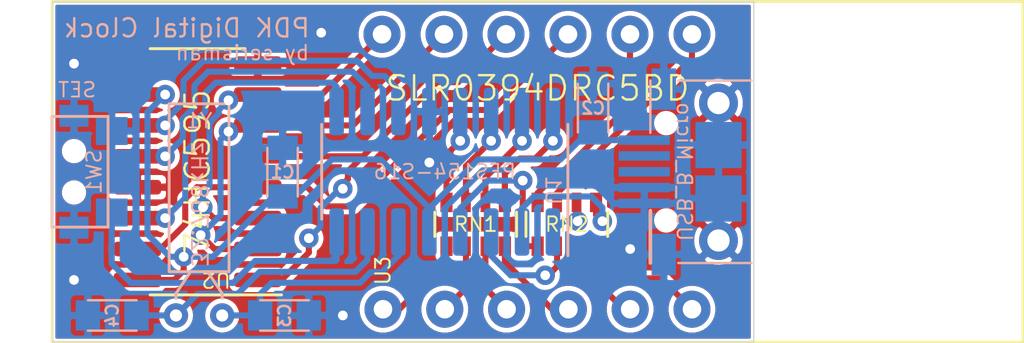
<source format=kicad_pcb>
(kicad_pcb (version 20171130) (host pcbnew "(5.1.6)-1")

  (general
    (thickness 1.6)
    (drawings 7)
    (tracks 261)
    (zones 0)
    (modules 12)
    (nets 32)
  )

  (page A4)
  (layers
    (0 F.Cu signal)
    (31 B.Cu signal)
    (32 B.Adhes user)
    (33 F.Adhes user)
    (34 B.Paste user)
    (35 F.Paste user)
    (36 B.SilkS user)
    (37 F.SilkS user)
    (38 B.Mask user)
    (39 F.Mask user)
    (40 Dwgs.User user)
    (41 Cmts.User user)
    (42 Eco1.User user)
    (43 Eco2.User user)
    (44 Edge.Cuts user)
    (45 Margin user)
    (46 B.CrtYd user)
    (47 F.CrtYd user)
    (48 B.Fab user)
    (49 F.Fab user)
  )

  (setup
    (last_trace_width 0.25)
    (trace_clearance 0.2)
    (zone_clearance 0.1)
    (zone_45_only no)
    (trace_min 0.2)
    (via_size 0.8)
    (via_drill 0.4)
    (via_min_size 0.4)
    (via_min_drill 0.3)
    (uvia_size 0.3)
    (uvia_drill 0.1)
    (uvias_allowed no)
    (uvia_min_size 0.2)
    (uvia_min_drill 0.1)
    (edge_width 0.05)
    (segment_width 0.2)
    (pcb_text_width 0.3)
    (pcb_text_size 1.5 1.5)
    (mod_edge_width 0.1)
    (mod_text_size 0.6 0.6)
    (mod_text_width 0.08)
    (pad_size 0.9 1.2)
    (pad_drill 0)
    (pad_to_mask_clearance 0.051)
    (solder_mask_min_width 0.25)
    (aux_axis_origin 0 0)
    (visible_elements 7FFFFFFF)
    (pcbplotparams
      (layerselection 0x010fc_ffffffff)
      (usegerberextensions false)
      (usegerberattributes false)
      (usegerberadvancedattributes false)
      (creategerberjobfile false)
      (excludeedgelayer true)
      (linewidth 0.100000)
      (plotframeref false)
      (viasonmask false)
      (mode 1)
      (useauxorigin false)
      (hpglpennumber 1)
      (hpglpenspeed 20)
      (hpglpendiameter 15.000000)
      (psnegative false)
      (psa4output false)
      (plotreference true)
      (plotvalue true)
      (plotinvisibletext false)
      (padsonsilk false)
      (subtractmaskfromsilk false)
      (outputformat 1)
      (mirror false)
      (drillshape 0)
      (scaleselection 1)
      (outputdirectory "output/gerber/"))
  )

  (net 0 "")
  (net 1 VDD)
  (net 2 GND)
  (net 3 "Net-(C3-Pad2)")
  (net 4 "Net-(C4-Pad2)")
  (net 5 "Net-(J1-Pad3)")
  (net 6 "Net-(J1-Pad2)")
  (net 7 /PB0)
  (net 8 /PB2)
  (net 9 /PB1)
  (net 10 /PB3)
  (net 11 /PB7)
  (net 12 /PB5)
  (net 13 /PB6)
  (net 14 /PB4)
  (net 15 /PA5)
  (net 16 /PA3)
  (net 17 /PA4)
  (net 18 /PA0)
  (net 19 /DIG1)
  (net 20 "Net-(U2-Pad9)")
  (net 21 /DIG4)
  (net 22 /DIG3)
  (net 23 /DIG2)
  (net 24 "Net-(RN1-Pad1)")
  (net 25 "Net-(RN1-Pad3)")
  (net 26 "Net-(RN1-Pad2)")
  (net 27 "Net-(RN1-Pad4)")
  (net 28 /dp)
  (net 29 /g)
  (net 30 /f)
  (net 31 /e)

  (net_class Default "This is the default net class."
    (clearance 0.2)
    (trace_width 0.25)
    (via_dia 0.8)
    (via_drill 0.4)
    (uvia_dia 0.3)
    (uvia_drill 0.1)
    (add_net /DIG1)
    (add_net /DIG2)
    (add_net /DIG3)
    (add_net /DIG4)
    (add_net /PA0)
    (add_net /PA3)
    (add_net /PA4)
    (add_net /PA5)
    (add_net /PB0)
    (add_net /PB1)
    (add_net /PB2)
    (add_net /PB3)
    (add_net /PB4)
    (add_net /PB5)
    (add_net /PB6)
    (add_net /PB7)
    (add_net /dp)
    (add_net /e)
    (add_net /f)
    (add_net /g)
    (add_net GND)
    (add_net "Net-(C3-Pad2)")
    (add_net "Net-(C4-Pad2)")
    (add_net "Net-(J1-Pad2)")
    (add_net "Net-(J1-Pad3)")
    (add_net "Net-(RN1-Pad1)")
    (add_net "Net-(RN1-Pad2)")
    (add_net "Net-(RN1-Pad3)")
    (add_net "Net-(RN1-Pad4)")
    (add_net "Net-(U2-Pad9)")
    (add_net VDD)
  )

  (module Crystal:Crystal_C26-LF_D2.1mm_L6.5mm_Horizontal (layer B.Cu) (tedit 5F1B0CC1) (tstamp 5F1B0DB1)
    (at 140.081 94.8055)
    (descr "Crystal THT C26-LF 6.5mm length 2.06mm diameter")
    (tags ['C26-LF'])
    (path /5F12EB82)
    (fp_text reference Y1 (at 0.9525 -8.001 unlocked) (layer B.SilkS)
      (effects (font (size 0.6 0.6) (thickness 0.08)) (justify mirror))
    )
    (fp_text value 32.768kHz (at 0.9525 -4.572 -90 unlocked) (layer B.SilkS)
      (effects (font (size 0.65 0.65) (thickness 0.08)) (justify mirror))
    )
    (fp_line (start 2.8 0.8) (end -0.9 0.8) (layer B.CrtYd) (width 0.05))
    (fp_line (start 2.8 -9.3) (end 2.8 0.8) (layer B.CrtYd) (width 0.05))
    (fp_line (start -0.9 -9.3) (end 2.8 -9.3) (layer B.CrtYd) (width 0.05))
    (fp_line (start -0.9 0.8) (end -0.9 -9.3) (layer B.CrtYd) (width 0.05))
    (fp_line (start 1.9 -0.9) (end 1.9 -0.7) (layer B.SilkS) (width 0.12))
    (fp_line (start 1.3 -1.8) (end 1.9 -0.9) (layer B.SilkS) (width 0.12))
    (fp_line (start 0 -0.9) (end 0 -0.7) (layer B.SilkS) (width 0.12))
    (fp_line (start 0.6 -1.8) (end 0 -0.9) (layer B.SilkS) (width 0.12))
    (fp_line (start 2.18 -1.8) (end -0.28 -1.8) (layer B.SilkS) (width 0.12))
    (fp_line (start 2.18 -8.7) (end 2.18 -1.8) (layer B.SilkS) (width 0.12))
    (fp_line (start -0.28 -8.7) (end 2.18 -8.7) (layer B.SilkS) (width 0.12))
    (fp_line (start -0.28 -1.8) (end -0.28 -8.7) (layer B.SilkS) (width 0.12))
    (fp_line (start 1.9 -1) (end 1.9 0) (layer B.Fab) (width 0.1))
    (fp_line (start 1.3 -2) (end 1.9 -1) (layer B.Fab) (width 0.1))
    (fp_line (start 0 -1) (end 0 0) (layer B.Fab) (width 0.1))
    (fp_line (start 0.6 -2) (end 0 -1) (layer B.Fab) (width 0.1))
    (fp_line (start 1.98 -2) (end -0.08 -2) (layer B.Fab) (width 0.1))
    (fp_line (start 1.98 -8.5) (end 1.98 -2) (layer B.Fab) (width 0.1))
    (fp_line (start -0.08 -8.5) (end 1.98 -8.5) (layer B.Fab) (width 0.1))
    (fp_line (start -0.08 -2) (end -0.08 -8.5) (layer B.Fab) (width 0.1))
    (fp_text user %R (at 1 -5.5 -90) (layer B.Fab)
      (effects (font (size 0.7 0.7) (thickness 0.105)) (justify mirror))
    )
    (pad 1 thru_hole circle (at 0 0) (size 1 1) (drill 0.5) (layers *.Cu *.Mask)
      (net 4 "Net-(C4-Pad2)"))
    (pad 2 thru_hole circle (at 1.9 0) (size 1 1) (drill 0.5) (layers *.Cu *.Mask)
      (net 3 "Net-(C3-Pad2)"))
    (model ${KISYS3DMOD}/Crystal.3dshapes/Crystal_C26-LF_D2.1mm_L6.5mm_Horizontal.wrl
      (at (xyz 0 0 0))
      (scale (xyz 1 1 1))
      (rotate (xyz 0 0 0))
    )
  )

  (module Package_SO:SOIC-16_3.9x9.9mm_P1.27mm (layer B.Cu) (tedit 5F112044) (tstamp 5F11A52E)
    (at 151.13 88.9 90)
    (descr "SOIC, 16 Pin (JEDEC MS-012AC, https://www.analog.com/media/en/package-pcb-resources/package/pkg_pdf/soic_narrow-r/r_16.pdf), generated with kicad-footprint-generator ipc_gullwing_generator.py")
    (tags "SOIC SO")
    (path /5F10DBD3)
    (attr smd)
    (fp_text reference U1 (at -0.762 4.445 270 unlocked) (layer B.SilkS)
      (effects (font (size 0.6 0.6) (thickness 0.08)) (justify mirror))
    )
    (fp_text value PFS154-S16 (at 0 0) (layer B.SilkS)
      (effects (font (size 0.6 0.6) (thickness 0.08)) (justify mirror))
    )
    (fp_line (start 3.7 5.2) (end -3.7 5.2) (layer B.CrtYd) (width 0.05))
    (fp_line (start 3.7 -5.2) (end 3.7 5.2) (layer B.CrtYd) (width 0.05))
    (fp_line (start -3.7 -5.2) (end 3.7 -5.2) (layer B.CrtYd) (width 0.05))
    (fp_line (start -3.7 5.2) (end -3.7 -5.2) (layer B.CrtYd) (width 0.05))
    (fp_line (start -1.95 3.975) (end -0.975 4.95) (layer B.Fab) (width 0.1))
    (fp_line (start -1.95 -4.95) (end -1.95 3.975) (layer B.Fab) (width 0.1))
    (fp_line (start 1.95 -4.95) (end -1.95 -4.95) (layer B.Fab) (width 0.1))
    (fp_line (start 1.95 4.95) (end 1.95 -4.95) (layer B.Fab) (width 0.1))
    (fp_line (start -0.975 4.95) (end 1.95 4.95) (layer B.Fab) (width 0.1))
    (fp_line (start 0 5.06) (end -3.45 5.06) (layer B.SilkS) (width 0.12))
    (fp_line (start 0 5.06) (end 1.95 5.06) (layer B.SilkS) (width 0.12))
    (fp_line (start 0 -5.06) (end -1.95 -5.06) (layer B.SilkS) (width 0.12))
    (fp_line (start 0 -5.06) (end 1.95 -5.06) (layer B.SilkS) (width 0.12))
    (fp_text user %R (at 0 4.2545 90) (layer B.Fab)
      (effects (font (size 0.98 0.98) (thickness 0.15)) (justify mirror))
    )
    (pad 1 smd roundrect (at -2.475 4.445 90) (size 1.95 0.6) (layers B.Cu B.Paste B.Mask) (roundrect_rratio 0.25)
      (net 14 /PB4))
    (pad 2 smd roundrect (at -2.475 3.175 90) (size 1.95 0.6) (layers B.Cu B.Paste B.Mask) (roundrect_rratio 0.25)
      (net 12 /PB5))
    (pad 3 smd roundrect (at -2.475 1.905 90) (size 1.95 0.6) (layers B.Cu B.Paste B.Mask) (roundrect_rratio 0.25)
      (net 13 /PB6))
    (pad 4 smd roundrect (at -2.475 0.635 90) (size 1.95 0.6) (layers B.Cu B.Paste B.Mask) (roundrect_rratio 0.25)
      (net 11 /PB7))
    (pad 5 smd roundrect (at -2.475 -0.635 90) (size 1.95 0.6) (layers B.Cu B.Paste B.Mask) (roundrect_rratio 0.25)
      (net 1 VDD))
    (pad 6 smd roundrect (at -2.475 -1.905 90) (size 1.95 0.6) (layers B.Cu B.Paste B.Mask) (roundrect_rratio 0.25)
      (net 3 "Net-(C3-Pad2)"))
    (pad 7 smd roundrect (at -2.475 -3.175 90) (size 1.95 0.6) (layers B.Cu B.Paste B.Mask) (roundrect_rratio 0.25)
      (net 4 "Net-(C4-Pad2)"))
    (pad 8 smd roundrect (at -2.475 -4.445 90) (size 1.95 0.6) (layers B.Cu B.Paste B.Mask) (roundrect_rratio 0.25)
      (net 15 /PA5))
    (pad 9 smd roundrect (at 2.475 -4.445 90) (size 1.95 0.6) (layers B.Cu B.Paste B.Mask) (roundrect_rratio 0.25)
      (net 16 /PA3))
    (pad 10 smd roundrect (at 2.475 -3.175 90) (size 1.95 0.6) (layers B.Cu B.Paste B.Mask) (roundrect_rratio 0.25)
      (net 17 /PA4))
    (pad 11 smd roundrect (at 2.475 -1.905 90) (size 1.95 0.6) (layers B.Cu B.Paste B.Mask) (roundrect_rratio 0.25)
      (net 18 /PA0))
    (pad 12 smd roundrect (at 2.475 -0.635 90) (size 1.95 0.6) (layers B.Cu B.Paste B.Mask) (roundrect_rratio 0.25)
      (net 2 GND))
    (pad 13 smd roundrect (at 2.475 0.635 90) (size 1.95 0.6) (layers B.Cu B.Paste B.Mask) (roundrect_rratio 0.25)
      (net 7 /PB0))
    (pad 14 smd roundrect (at 2.475 1.905 90) (size 1.95 0.6) (layers B.Cu B.Paste B.Mask) (roundrect_rratio 0.25)
      (net 9 /PB1))
    (pad 15 smd roundrect (at 2.475 3.175 90) (size 1.95 0.6) (layers B.Cu B.Paste B.Mask) (roundrect_rratio 0.25)
      (net 8 /PB2))
    (pad 16 smd roundrect (at 2.475 4.445 90) (size 1.95 0.6) (layers B.Cu B.Paste B.Mask) (roundrect_rratio 0.25)
      (net 10 /PB3))
    (model ${KISYS3DMOD}/Package_SO.3dshapes/SOIC-16_3.9x9.9mm_P1.27mm.wrl
      (at (xyz 0 0 0))
      (scale (xyz 1 1 1))
      (rotate (xyz 0 0 0))
    )
  )

  (module modules:USB_Micro_B_Male (layer B.Cu) (tedit 5F112003) (tstamp 5F11DF16)
    (at 163.83 88.9 180)
    (path /5F1603EF)
    (fp_text reference J1 (at 2.921 0 270) (layer B.Fab) hide
      (effects (font (size 0.6 0.6) (thickness 0.08)) (justify mirror))
    )
    (fp_text value USB_B_Micro (at 2.8575 0 270 unlocked) (layer B.SilkS)
      (effects (font (size 0.6 0.6) (thickness 0.08)) (justify mirror))
    )
    (fp_line (start 0 -4.45) (end 5.75 -4.45) (layer B.CrtYd) (width 0.05))
    (fp_line (start 0 4.45) (end 5.75 4.45) (layer B.CrtYd) (width 0.05))
    (fp_line (start 5.75 4.45) (end 5.75 -4.45) (layer B.CrtYd) (width 0.05))
    (fp_line (start 0.1 -3.75) (end 3.1 -3.75) (layer B.SilkS) (width 0.1))
    (fp_line (start 4.25 -1.6) (end 4.25 -3.75) (layer B.SilkS) (width 0.15))
    (fp_line (start 4.25 3.75) (end 4.25 1.6) (layer B.SilkS) (width 0.1))
    (fp_line (start 0.1 3.75) (end 3.1 3.75) (layer B.SilkS) (width 0.1))
    (fp_line (start 0 4.45) (end 0 -4.45) (layer B.CrtYd) (width 0.05))
    (fp_line (start -1.05 3.7) (end 4.2 3.7) (layer B.Fab) (width 0.1))
    (fp_line (start 4.2 3.7) (end 4.2 -3.7) (layer B.Fab) (width 0.1))
    (fp_line (start -1.05 3.7) (end -1.05 -3.7) (layer B.Fab) (width 0.1))
    (fp_line (start -1.05 -3.7) (end 4.2 -3.7) (layer B.Fab) (width 0.1))
    (pad 5 smd rect (at 1.45 -1.1 180) (size 1.9 1.9) (layers B.Cu B.Paste B.Mask)
      (net 2 GND))
    (pad 5 smd rect (at 1.45 1.1 180) (size 1.9 1.9) (layers B.Cu B.Paste B.Mask)
      (net 2 GND))
    (pad "" np_thru_hole circle (at 3.6 -2 180) (size 0.6 0.6) (drill 0.6) (layers *.Cu *.Mask))
    (pad 5 smd rect (at 4.5 -1.3 180) (size 2.1 0.39) (layers B.Cu B.Paste B.Mask)
      (net 2 GND))
    (pad 4 smd rect (at 4.5 -0.65 180) (size 2.1 0.39) (layers B.Cu B.Paste B.Mask)
      (net 2 GND))
    (pad 3 smd rect (at 4.5 0 180) (size 2.1 0.39) (layers B.Cu B.Paste B.Mask)
      (net 5 "Net-(J1-Pad3)"))
    (pad 2 smd rect (at 4.5 0.65 180) (size 2.1 0.39) (layers B.Cu B.Paste B.Mask)
      (net 6 "Net-(J1-Pad2)"))
    (pad 1 smd rect (at 4.5 1.3 180) (size 2.1 0.39) (layers B.Cu B.Paste B.Mask)
      (net 1 VDD))
    (pad 5 thru_hole circle (at 1.45 -2.825 180) (size 1.6 1.6) (drill 0.9144) (layers *.Cu *.Mask)
      (net 2 GND))
    (pad "" np_thru_hole circle (at 3.6 2 180) (size 0.6 0.6) (drill 0.6) (layers *.Cu *.Mask))
    (pad 5 thru_hole circle (at 1.45 2.825 180) (size 1.6 1.6) (drill 0.9144) (layers *.Cu *.Mask)
      (net 2 GND))
    (pad 5 smd rect (at 3.7 -3.4 180) (size 1 1.7) (layers B.Cu B.Paste B.Mask)
      (net 2 GND))
    (pad 5 smd rect (at 3.7 3.4 180) (size 1 1.7) (layers B.Cu B.Paste B.Mask)
      (net 2 GND))
    (model ${KISYS3DMOD}/Connector_USB.3dshapes/USB_Micro-B_Molex_47346-0001.wrl
      (offset (xyz 2.65 0 0))
      (scale (xyz 1 1 1))
      (rotate (xyz 0 0 90))
    )
  )

  (module modules:SLR039DRC5BD (layer F.Cu) (tedit 5F111F96) (tstamp 5F115E40)
    (at 154.94 88.9)
    (path /5F1267D4)
    (fp_text reference U3 (at -6.35 4.064 90) (layer F.SilkS)
      (effects (font (size 0.6 0.6) (thickness 0.08)))
    )
    (fp_text value SLR0394DRC5BD (at 0 -3.429) (layer F.SilkS)
      (effects (font (size 1 1) (thickness 0.1)))
    )
    (fp_line (start -19.95 7) (end -19.95 -7) (layer F.SilkS) (width 0.12))
    (fp_line (start 19.95 7) (end -19.95 7) (layer F.SilkS) (width 0.12))
    (fp_line (start 19.95 -7) (end 19.95 7) (layer F.SilkS) (width 0.12))
    (fp_line (start -19.95 -7) (end 19.95 -7) (layer F.SilkS) (width 0.12))
    (pad 1 thru_hole circle (at -6.35 5.65) (size 1.524 1.524) (drill 0.762) (layers *.Cu *.Mask)
      (net 24 "Net-(RN1-Pad1)"))
    (pad 2 thru_hole circle (at -3.81 5.65) (size 1.524 1.524) (drill 0.762) (layers *.Cu *.Mask)
      (net 26 "Net-(RN1-Pad2)"))
    (pad 3 thru_hole circle (at -1.27 5.65) (size 1.524 1.524) (drill 0.762) (layers *.Cu *.Mask)
      (net 25 "Net-(RN1-Pad3)"))
    (pad 4 thru_hole circle (at 1.27 5.65) (size 1.524 1.524) (drill 0.762) (layers *.Cu *.Mask)
      (net 27 "Net-(RN1-Pad4)"))
    (pad 5 thru_hole circle (at 3.81 5.65) (size 1.524 1.524) (drill 0.762) (layers *.Cu *.Mask)
      (net 31 /e))
    (pad 6 thru_hole circle (at 6.35 5.65) (size 1.524 1.524) (drill 0.762) (layers *.Cu *.Mask)
      (net 30 /f))
    (pad 7 thru_hole circle (at 6.35 -5.65) (size 1.524 1.524) (drill 0.762) (layers *.Cu *.Mask)
      (net 29 /g))
    (pad 8 thru_hole circle (at 3.802 -5.65) (size 1.524 1.524) (drill 0.762) (layers *.Cu *.Mask)
      (net 28 /dp))
    (pad 9 thru_hole circle (at 1.254 -5.65) (size 1.524 1.524) (drill 0.762) (layers *.Cu *.Mask)
      (net 19 /DIG1))
    (pad 10 thru_hole circle (at -1.294 -5.65) (size 1.524 1.524) (drill 0.762) (layers *.Cu *.Mask)
      (net 23 /DIG2))
    (pad 11 thru_hole circle (at -3.842 -5.65) (size 1.524 1.524) (drill 0.762) (layers *.Cu *.Mask)
      (net 22 /DIG3))
    (pad 12 thru_hole circle (at -6.39 -5.65) (size 1.524 1.524) (drill 0.762) (layers *.Cu *.Mask)
      (net 21 /DIG4))
    (model ${KISYS3DMOD}/Display_7Segment.3dshapes/CA56-12EWA.step
      (offset (xyz -5 -5.75 0))
      (scale (xyz 0.75 0.8 0.8))
      (rotate (xyz 0 0 -90))
    )
  )

  (module Package_SO:SOIC-16_3.9x9.9mm_P1.27mm (layer F.Cu) (tedit 5F111F65) (tstamp 5F114A8D)
    (at 140.97 88.9 180)
    (descr "SOIC, 16 Pin (JEDEC MS-012AC, https://www.analog.com/media/en/package-pcb-resources/package/pkg_pdf/soic_narrow-r/r_16.pdf), generated with kicad-footprint-generator ipc_gullwing_generator.py")
    (tags "SOIC SO")
    (path /5F114471)
    (attr smd)
    (fp_text reference U2 (at -0.762 -4.445 180 unlocked) (layer F.SilkS)
      (effects (font (size 0.6 0.6) (thickness 0.08)))
    )
    (fp_text value 74HC595 (at 0 0 270) (layer F.SilkS)
      (effects (font (size 1 1) (thickness 0.1)))
    )
    (fp_line (start 0 5.06) (end 1.95 5.06) (layer F.SilkS) (width 0.12))
    (fp_line (start 0 5.06) (end -1.95 5.06) (layer F.SilkS) (width 0.12))
    (fp_line (start 0 -5.06) (end 1.95 -5.06) (layer F.SilkS) (width 0.12))
    (fp_line (start 0 -5.06) (end -3.45 -5.06) (layer F.SilkS) (width 0.12))
    (fp_line (start -0.975 -4.95) (end 1.95 -4.95) (layer F.Fab) (width 0.1))
    (fp_line (start 1.95 -4.95) (end 1.95 4.95) (layer F.Fab) (width 0.1))
    (fp_line (start 1.95 4.95) (end -1.95 4.95) (layer F.Fab) (width 0.1))
    (fp_line (start -1.95 4.95) (end -1.95 -3.975) (layer F.Fab) (width 0.1))
    (fp_line (start -1.95 -3.975) (end -0.975 -4.95) (layer F.Fab) (width 0.1))
    (fp_line (start -3.7 -5.2) (end -3.7 5.2) (layer F.CrtYd) (width 0.05))
    (fp_line (start -3.7 5.2) (end 3.7 5.2) (layer F.CrtYd) (width 0.05))
    (fp_line (start 3.7 5.2) (end 3.7 -5.2) (layer F.CrtYd) (width 0.05))
    (fp_line (start 3.7 -5.2) (end -3.7 -5.2) (layer F.CrtYd) (width 0.05))
    (fp_text user %R (at 0 0 180) (layer F.Fab)
      (effects (font (size 0.98 0.98) (thickness 0.15)))
    )
    (pad 16 smd roundrect (at 2.475 -4.445 180) (size 1.95 0.6) (layers F.Cu F.Paste F.Mask) (roundrect_rratio 0.25)
      (net 1 VDD))
    (pad 15 smd roundrect (at 2.475 -3.175 180) (size 1.95 0.6) (layers F.Cu F.Paste F.Mask) (roundrect_rratio 0.25)
      (net 19 /DIG1))
    (pad 14 smd roundrect (at 2.475 -1.905 180) (size 1.95 0.6) (layers F.Cu F.Paste F.Mask) (roundrect_rratio 0.25)
      (net 16 /PA3))
    (pad 13 smd roundrect (at 2.475 -0.635 180) (size 1.95 0.6) (layers F.Cu F.Paste F.Mask) (roundrect_rratio 0.25)
      (net 2 GND))
    (pad 12 smd roundrect (at 2.475 0.635 180) (size 1.95 0.6) (layers F.Cu F.Paste F.Mask) (roundrect_rratio 0.25)
      (net 17 /PA4))
    (pad 11 smd roundrect (at 2.475 1.905 180) (size 1.95 0.6) (layers F.Cu F.Paste F.Mask) (roundrect_rratio 0.25)
      (net 18 /PA0))
    (pad 10 smd roundrect (at 2.475 3.175 180) (size 1.95 0.6) (layers F.Cu F.Paste F.Mask) (roundrect_rratio 0.25)
      (net 1 VDD))
    (pad 9 smd roundrect (at 2.475 4.445 180) (size 1.95 0.6) (layers F.Cu F.Paste F.Mask) (roundrect_rratio 0.25)
      (net 20 "Net-(U2-Pad9)"))
    (pad 8 smd roundrect (at -2.475 4.445 180) (size 1.95 0.6) (layers F.Cu F.Paste F.Mask) (roundrect_rratio 0.25)
      (net 2 GND))
    (pad 7 smd roundrect (at -2.475 3.175 180) (size 1.95 0.6) (layers F.Cu F.Paste F.Mask) (roundrect_rratio 0.25)
      (net 21 /DIG4))
    (pad 6 smd roundrect (at -2.475 1.905 180) (size 1.95 0.6) (layers F.Cu F.Paste F.Mask) (roundrect_rratio 0.25)
      (net 22 /DIG3))
    (pad 5 smd roundrect (at -2.475 0.635 180) (size 1.95 0.6) (layers F.Cu F.Paste F.Mask) (roundrect_rratio 0.25)
      (net 23 /DIG2))
    (pad 4 smd roundrect (at -2.475 -0.635 180) (size 1.95 0.6) (layers F.Cu F.Paste F.Mask) (roundrect_rratio 0.25)
      (net 19 /DIG1))
    (pad 3 smd roundrect (at -2.475 -1.905 180) (size 1.95 0.6) (layers F.Cu F.Paste F.Mask) (roundrect_rratio 0.25)
      (net 21 /DIG4))
    (pad 2 smd roundrect (at -2.475 -3.175 180) (size 1.95 0.6) (layers F.Cu F.Paste F.Mask) (roundrect_rratio 0.25)
      (net 22 /DIG3))
    (pad 1 smd roundrect (at -2.475 -4.445 180) (size 1.95 0.6) (layers F.Cu F.Paste F.Mask) (roundrect_rratio 0.25)
      (net 23 /DIG2))
    (model ${KISYS3DMOD}/Package_SO.3dshapes/SOIC-16_3.9x9.9mm_P1.27mm.wrl
      (at (xyz 0 0 0))
      (scale (xyz 1 1 1))
      (rotate (xyz 0 0 0))
    )
  )

  (module modules:C_0805 (layer B.Cu) (tedit 5B1881B6) (tstamp 5F114425)
    (at 137.4615 94.8055)
    (path /5F134555)
    (attr smd)
    (fp_text reference C4 (at 0 0 270) (layer B.SilkS)
      (effects (font (size 0.5 0.5) (thickness 0.1)) (justify mirror))
    )
    (fp_text value 20pF (at 0 0.9525) (layer B.Fab) hide
      (effects (font (size 0.25 0.25) (thickness 0.0625)) (justify mirror))
    )
    (fp_line (start -1 -0.625) (end 1 -0.625) (layer B.SilkS) (width 0.1))
    (fp_line (start -1 0.625) (end 1 0.625) (layer B.SilkS) (width 0.1))
    (fp_line (start 1 0.625) (end 1 -0.625) (layer B.Fab) (width 0.1))
    (fp_line (start -1 0.625) (end -1 -0.625) (layer B.Fab) (width 0.1))
    (fp_line (start -1 -0.625) (end 1 -0.625) (layer B.Fab) (width 0.1))
    (fp_line (start -1 0.625) (end 1 0.625) (layer B.Fab) (width 0.1))
    (pad 2 smd rect (at 1 0) (size 1 1.25) (layers B.Cu B.Paste B.Mask)
      (net 4 "Net-(C4-Pad2)"))
    (pad 1 smd rect (at -1 0) (size 1 1.25) (layers B.Cu B.Paste B.Mask)
      (net 2 GND))
    (model ${KISYS3DMOD}/Capacitor_SMD.3dshapes/C_0805_2012Metric.wrl
      (at (xyz 0 0 0))
      (scale (xyz 1 1 1))
      (rotate (xyz 0 0 0))
    )
  )

  (module modules:C_0805 (layer B.Cu) (tedit 5B1881B6) (tstamp 5F114401)
    (at 144.4625 88.916 90)
    (path /5F142698)
    (attr smd)
    (fp_text reference C1 (at 0 0 180) (layer B.SilkS)
      (effects (font (size 0.5 0.5) (thickness 0.1)) (justify mirror))
    )
    (fp_text value 100nF (at 0 0.9525 90) (layer B.Fab) hide
      (effects (font (size 0.25 0.25) (thickness 0.0625)) (justify mirror))
    )
    (fp_line (start -1 0.625) (end 1 0.625) (layer B.Fab) (width 0.1))
    (fp_line (start -1 -0.625) (end 1 -0.625) (layer B.Fab) (width 0.1))
    (fp_line (start -1 0.625) (end -1 -0.625) (layer B.Fab) (width 0.1))
    (fp_line (start 1 0.625) (end 1 -0.625) (layer B.Fab) (width 0.1))
    (fp_line (start -1 0.625) (end 1 0.625) (layer B.SilkS) (width 0.1))
    (fp_line (start -1 -0.625) (end 1 -0.625) (layer B.SilkS) (width 0.1))
    (pad 1 smd rect (at -1 0 90) (size 1 1.25) (layers B.Cu B.Paste B.Mask)
      (net 1 VDD))
    (pad 2 smd rect (at 1 0 90) (size 1 1.25) (layers B.Cu B.Paste B.Mask)
      (net 2 GND))
    (model ${KISYS3DMOD}/Capacitor_SMD.3dshapes/C_0805_2012Metric.wrl
      (at (xyz 0 0 0))
      (scale (xyz 1 1 1))
      (rotate (xyz 0 0 0))
    )
  )

  (module modules:C_0805 (layer B.Cu) (tedit 5B1881B6) (tstamp 5F11440D)
    (at 157.226 86.2805 90)
    (path /5F151096)
    (attr smd)
    (fp_text reference C2 (at 0 0 180) (layer B.SilkS)
      (effects (font (size 0.5 0.5) (thickness 0.1)) (justify mirror))
    )
    (fp_text value 10uF (at 0 0.9525 90) (layer B.Fab) hide
      (effects (font (size 0.25 0.25) (thickness 0.0625)) (justify mirror))
    )
    (fp_line (start -1 -0.625) (end 1 -0.625) (layer B.SilkS) (width 0.1))
    (fp_line (start -1 0.625) (end 1 0.625) (layer B.SilkS) (width 0.1))
    (fp_line (start 1 0.625) (end 1 -0.625) (layer B.Fab) (width 0.1))
    (fp_line (start -1 0.625) (end -1 -0.625) (layer B.Fab) (width 0.1))
    (fp_line (start -1 -0.625) (end 1 -0.625) (layer B.Fab) (width 0.1))
    (fp_line (start -1 0.625) (end 1 0.625) (layer B.Fab) (width 0.1))
    (pad 2 smd rect (at 1 0 90) (size 1 1.25) (layers B.Cu B.Paste B.Mask)
      (net 2 GND))
    (pad 1 smd rect (at -1 0 90) (size 1 1.25) (layers B.Cu B.Paste B.Mask)
      (net 1 VDD))
    (model ${KISYS3DMOD}/Capacitor_SMD.3dshapes/C_0805_2012Metric.wrl
      (at (xyz 0 0 0))
      (scale (xyz 1 1 1))
      (rotate (xyz 0 0 0))
    )
  )

  (module modules:C_0805 (layer B.Cu) (tedit 5B1881B6) (tstamp 5F114419)
    (at 144.542 94.8055 180)
    (path /5F132D59)
    (attr smd)
    (fp_text reference C3 (at 0 0 270) (layer B.SilkS)
      (effects (font (size 0.5 0.5) (thickness 0.1)) (justify mirror))
    )
    (fp_text value 20pF (at 0 0.9525) (layer B.Fab) hide
      (effects (font (size 0.25 0.25) (thickness 0.0625)) (justify mirror))
    )
    (fp_line (start -1 0.625) (end 1 0.625) (layer B.Fab) (width 0.1))
    (fp_line (start -1 -0.625) (end 1 -0.625) (layer B.Fab) (width 0.1))
    (fp_line (start -1 0.625) (end -1 -0.625) (layer B.Fab) (width 0.1))
    (fp_line (start 1 0.625) (end 1 -0.625) (layer B.Fab) (width 0.1))
    (fp_line (start -1 0.625) (end 1 0.625) (layer B.SilkS) (width 0.1))
    (fp_line (start -1 -0.625) (end 1 -0.625) (layer B.SilkS) (width 0.1))
    (pad 1 smd rect (at -1 0 180) (size 1 1.25) (layers B.Cu B.Paste B.Mask)
      (net 2 GND))
    (pad 2 smd rect (at 1 0 180) (size 1 1.25) (layers B.Cu B.Paste B.Mask)
      (net 3 "Net-(C3-Pad2)"))
    (model ${KISYS3DMOD}/Capacitor_SMD.3dshapes/C_0805_2012Metric.wrl
      (at (xyz 0 0 0))
      (scale (xyz 1 1 1))
      (rotate (xyz 0 0 0))
    )
  )

  (module Resistor_SMD:R_Array_Convex_4x0603 (layer F.Cu) (tedit 58E0A8B2) (tstamp 5F114459)
    (at 152.4 91.059 90)
    (descr "Chip Resistor Network, ROHM MNR14 (see mnr_g.pdf)")
    (tags "resistor array")
    (path /5F13AD07)
    (attr smd)
    (fp_text reference RN1 (at 0 0 unlocked) (layer F.SilkS)
      (effects (font (size 0.6 0.6) (thickness 0.08)))
    )
    (fp_text value R_Pack04 (at 0 2.8 90) (layer F.Fab)
      (effects (font (size 1 1) (thickness 0.15)))
    )
    (fp_line (start 1.55 1.85) (end -1.55 1.85) (layer F.CrtYd) (width 0.05))
    (fp_line (start 1.55 1.85) (end 1.55 -1.85) (layer F.CrtYd) (width 0.05))
    (fp_line (start -1.55 -1.85) (end -1.55 1.85) (layer F.CrtYd) (width 0.05))
    (fp_line (start -1.55 -1.85) (end 1.55 -1.85) (layer F.CrtYd) (width 0.05))
    (fp_line (start 0.5 -1.68) (end -0.5 -1.68) (layer F.SilkS) (width 0.12))
    (fp_line (start 0.5 1.68) (end -0.5 1.68) (layer F.SilkS) (width 0.12))
    (fp_line (start -0.8 1.6) (end -0.8 -1.6) (layer F.Fab) (width 0.1))
    (fp_line (start 0.8 1.6) (end -0.8 1.6) (layer F.Fab) (width 0.1))
    (fp_line (start 0.8 -1.6) (end 0.8 1.6) (layer F.Fab) (width 0.1))
    (fp_line (start -0.8 -1.6) (end 0.8 -1.6) (layer F.Fab) (width 0.1))
    (fp_text user %R (at 0 0) (layer F.Fab)
      (effects (font (size 0.5 0.5) (thickness 0.075)))
    )
    (pad 1 smd rect (at -0.9 -1.2 90) (size 0.8 0.5) (layers F.Cu F.Paste F.Mask)
      (net 24 "Net-(RN1-Pad1)"))
    (pad 3 smd rect (at -0.9 0.4 90) (size 0.8 0.4) (layers F.Cu F.Paste F.Mask)
      (net 25 "Net-(RN1-Pad3)"))
    (pad 2 smd rect (at -0.9 -0.4 90) (size 0.8 0.4) (layers F.Cu F.Paste F.Mask)
      (net 26 "Net-(RN1-Pad2)"))
    (pad 4 smd rect (at -0.9 1.2 90) (size 0.8 0.5) (layers F.Cu F.Paste F.Mask)
      (net 27 "Net-(RN1-Pad4)"))
    (pad 7 smd rect (at 0.9 -0.4 90) (size 0.8 0.4) (layers F.Cu F.Paste F.Mask)
      (net 9 /PB1))
    (pad 8 smd rect (at 0.9 -1.2 90) (size 0.8 0.5) (layers F.Cu F.Paste F.Mask)
      (net 7 /PB0))
    (pad 6 smd rect (at 0.9 0.4 90) (size 0.8 0.4) (layers F.Cu F.Paste F.Mask)
      (net 8 /PB2))
    (pad 5 smd rect (at 0.9 1.2 90) (size 0.8 0.5) (layers F.Cu F.Paste F.Mask)
      (net 10 /PB3))
    (model ${KISYS3DMOD}/Resistor_SMD.3dshapes/R_Array_Convex_4x0603.wrl
      (at (xyz 0 0 0))
      (scale (xyz 1 1 1))
      (rotate (xyz 0 0 0))
    )
  )

  (module Resistor_SMD:R_Array_Convex_4x0603 (layer F.Cu) (tedit 58E0A8B2) (tstamp 5F114470)
    (at 156.1465 91.059 90)
    (descr "Chip Resistor Network, ROHM MNR14 (see mnr_g.pdf)")
    (tags "resistor array")
    (path /5F13C2E7)
    (attr smd)
    (fp_text reference RN2 (at 0 0 180) (layer F.SilkS)
      (effects (font (size 0.6 0.6) (thickness 0.08)))
    )
    (fp_text value R_Pack04 (at 0 2.8 90) (layer F.Fab) hide
      (effects (font (size 1 1) (thickness 0.15)))
    )
    (fp_line (start -0.8 -1.6) (end 0.8 -1.6) (layer F.Fab) (width 0.1))
    (fp_line (start 0.8 -1.6) (end 0.8 1.6) (layer F.Fab) (width 0.1))
    (fp_line (start 0.8 1.6) (end -0.8 1.6) (layer F.Fab) (width 0.1))
    (fp_line (start -0.8 1.6) (end -0.8 -1.6) (layer F.Fab) (width 0.1))
    (fp_line (start 0.5 1.68) (end -0.5 1.68) (layer F.SilkS) (width 0.12))
    (fp_line (start 0.5 -1.68) (end -0.5 -1.68) (layer F.SilkS) (width 0.12))
    (fp_line (start -1.55 -1.85) (end 1.55 -1.85) (layer F.CrtYd) (width 0.05))
    (fp_line (start -1.55 -1.85) (end -1.55 1.85) (layer F.CrtYd) (width 0.05))
    (fp_line (start 1.55 1.85) (end 1.55 -1.85) (layer F.CrtYd) (width 0.05))
    (fp_line (start 1.55 1.85) (end -1.55 1.85) (layer F.CrtYd) (width 0.05))
    (fp_text user %R (at 0 0) (layer F.Fab)
      (effects (font (size 0.5 0.5) (thickness 0.075)))
    )
    (pad 5 smd rect (at 0.9 1.2 90) (size 0.8 0.5) (layers F.Cu F.Paste F.Mask)
      (net 12 /PB5))
    (pad 6 smd rect (at 0.9 0.4 90) (size 0.8 0.4) (layers F.Cu F.Paste F.Mask)
      (net 14 /PB4))
    (pad 8 smd rect (at 0.9 -1.2 90) (size 0.8 0.5) (layers F.Cu F.Paste F.Mask)
      (net 28 /dp))
    (pad 7 smd rect (at 0.9 -0.4 90) (size 0.8 0.4) (layers F.Cu F.Paste F.Mask)
      (net 29 /g))
    (pad 4 smd rect (at -0.9 1.2 90) (size 0.8 0.5) (layers F.Cu F.Paste F.Mask)
      (net 30 /f))
    (pad 2 smd rect (at -0.9 -0.4 90) (size 0.8 0.4) (layers F.Cu F.Paste F.Mask)
      (net 13 /PB6))
    (pad 3 smd rect (at -0.9 0.4 90) (size 0.8 0.4) (layers F.Cu F.Paste F.Mask)
      (net 31 /e))
    (pad 1 smd rect (at -0.9 -1.2 90) (size 0.8 0.5) (layers F.Cu F.Paste F.Mask)
      (net 11 /PB7))
    (model ${KISYS3DMOD}/Resistor_SMD.3dshapes/R_Array_Convex_4x0603.wrl
      (at (xyz 0 0 0))
      (scale (xyz 1 1 1))
      (rotate (xyz 0 0 0))
    )
  )

  (module modules:SMD-SW_Push_3.5x4.55_Side (layer B.Cu) (tedit 5F1B09BE) (tstamp 5F119044)
    (at 135.89 88.9 270)
    (path /5F13065F)
    (fp_text reference SW1 (at 0 -0.8255 270) (layer B.SilkS)
      (effects (font (size 0.6 0.6) (thickness 0.08)) (justify mirror))
    )
    (fp_text value BTN (at 0 2.55 270) (layer B.Fab)
      (effects (font (size 0.6 0.6) (thickness 0.08)) (justify mirror))
    )
    (fp_line (start 2.275 0.9) (end 2.275 -1.4) (layer B.SilkS) (width 0.12))
    (fp_line (start 2.275 -1.4) (end -2.275 -1.4) (layer B.SilkS) (width 0.12))
    (fp_line (start -2.275 -1.4) (end -2.275 0.9) (layer B.SilkS) (width 0.12))
    (fp_line (start -1 0.9) (end -1 2.1) (layer B.Fab) (width 0.12))
    (fp_line (start -1 2.1) (end 1 2.1) (layer B.Fab) (width 0.12))
    (fp_line (start 1 0.9) (end 1 2.1) (layer B.Fab) (width 0.12))
    (fp_line (start -2.275 0.9) (end 2.275 0.9) (layer B.SilkS) (width 0.12))
    (pad SH smd rect (at 2.3 0 270) (size 0.9 1.2) (layers B.Cu B.Paste B.Mask)
      (net 2 GND))
    (pad SH smd rect (at -2.3 0 270) (size 0.9 1.2) (layers B.Cu B.Paste B.Mask)
      (net 2 GND))
    (pad 2 smd rect (at 1.675 -1.55 270) (size 1.15 1.3) (layers B.Cu B.Paste B.Mask)
      (net 15 /PA5))
    (pad 1 smd rect (at -1.675 -1.55 270) (size 1.15 1.3) (layers B.Cu B.Paste B.Mask)
      (net 2 GND))
    (pad "" np_thru_hole circle (at 0.85 0 270) (size 0.6 0.6) (drill 0.6) (layers *.Cu *.Mask))
    (pad "" np_thru_hole circle (at -0.85 0 270) (size 0.6 0.6) (drill 0.6) (layers *.Cu *.Mask))
  )

  (gr_text SET (at 136.017 85.5345) (layer B.SilkS) (tstamp 5F121E81)
    (effects (font (size 0.6 0.6) (thickness 0.08)) (justify mirror))
  )
  (gr_text "by serisman" (at 142.8115 84.0105) (layer B.SilkS)
    (effects (font (size 0.6 0.6) (thickness 0.08)) (justify mirror))
  )
  (gr_text "PDK Digital Clock" (at 140.5255 82.9945) (layer B.SilkS)
    (effects (font (size 0.75 0.75) (thickness 0.1)) (justify mirror))
  )
  (gr_line (start 135.001 95.885) (end 135.001 81.915) (layer Edge.Cuts) (width 0.05) (tstamp 5F1168C3))
  (gr_line (start 163.83 95.885) (end 135.001 95.885) (layer Edge.Cuts) (width 0.05))
  (gr_line (start 163.83 81.915) (end 163.83 95.885) (layer Edge.Cuts) (width 0.05))
  (gr_line (start 135.001 81.915) (end 163.83 81.915) (layer Edge.Cuts) (width 0.05))

  (via (at 139.6365 85.725) (size 0.8) (drill 0.4) (layers F.Cu B.Cu) (net 1))
  (segment (start 139.6365 85.725) (end 138.495 85.725) (width 0.25) (layer F.Cu) (net 1))
  (via (at 140.3985 92.3925) (size 0.8) (drill 0.4) (layers F.Cu B.Cu) (net 1) (tstamp 5F119D8D))
  (segment (start 139.065 93.345) (end 138.495 93.345) (width 0.25) (layer F.Cu) (net 1))
  (segment (start 138.911499 91.217184) (end 138.911499 90.958501) (width 0.25) (layer B.Cu) (net 1))
  (segment (start 138.911499 91.153001) (end 138.911499 90.958501) (width 0.25) (layer B.Cu) (net 1))
  (segment (start 138.911499 90.958501) (end 138.911499 86.450001) (width 0.25) (layer B.Cu) (net 1))
  (segment (start 139.236501 86.124999) (end 139.6365 85.725) (width 0.25) (layer B.Cu) (net 1))
  (segment (start 138.911499 86.450001) (end 139.236501 86.124999) (width 0.25) (layer B.Cu) (net 1))
  (segment (start 138.911499 91.280684) (end 138.911499 86.450001) (width 0.25) (layer B.Cu) (net 1))
  (segment (start 139.2555 93.345) (end 139.319 93.2815) (width 0.25) (layer F.Cu) (net 1))
  (segment (start 138.495 93.345) (end 139.2555 93.345) (width 0.25) (layer F.Cu) (net 1))
  (segment (start 139.319 93.2815) (end 139.3254 93.345) (width 0.25) (layer F.Cu) (net 1))
  (segment (start 139.47 93.345) (end 138.495 93.345) (width 0.25) (layer F.Cu) (net 1))
  (segment (start 140.011685 93.345) (end 139.47 93.345) (width 0.25) (layer F.Cu) (net 1))
  (segment (start 140.3985 92.958185) (end 140.011685 93.345) (width 0.25) (layer F.Cu) (net 1))
  (segment (start 140.3985 92.3925) (end 140.3985 92.958185) (width 0.25) (layer F.Cu) (net 1))
  (segment (start 140.3985 92.3925) (end 141.605 92.3925) (width 0.25) (layer B.Cu) (net 1))
  (segment (start 141.605 92.3925) (end 142.362009 91.635491) (width 0.25) (layer B.Cu) (net 1))
  (segment (start 138.911499 91.471184) (end 138.911499 91.217184) (width 0.25) (layer B.Cu) (net 1))
  (segment (start 139.832815 92.3925) (end 138.911499 91.471184) (width 0.25) (layer B.Cu) (net 1))
  (segment (start 140.3985 92.3925) (end 139.832815 92.3925) (width 0.25) (layer B.Cu) (net 1))
  (segment (start 156.678002 87.6) (end 155.886002 88.392) (width 0.25) (layer B.Cu) (net 1))
  (segment (start 150.495 90.4) (end 150.495 91.375) (width 0.25) (layer B.Cu) (net 1))
  (segment (start 152.503 88.392) (end 150.495 90.4) (width 0.25) (layer B.Cu) (net 1))
  (segment (start 155.886002 88.392) (end 152.503 88.392) (width 0.25) (layer B.Cu) (net 1))
  (segment (start 159.33 87.6) (end 156.678002 87.6) (width 0.25) (layer B.Cu) (net 1))
  (segment (start 142.362009 91.635491) (end 143.4465 90.551) (width 0.25) (layer B.Cu) (net 1))
  (segment (start 144.4625 89.916) (end 144.0815 89.916) (width 0.25) (layer B.Cu) (net 1))
  (segment (start 144.0815 89.916) (end 143.4465 90.551) (width 0.25) (layer B.Cu) (net 1))
  (segment (start 144.653 89.7255) (end 144.4625 89.916) (width 0.25) (layer B.Cu) (net 1))
  (segment (start 145.161 89.7255) (end 144.653 89.7255) (width 0.25) (layer B.Cu) (net 1))
  (segment (start 146.4945 88.392) (end 145.161 89.7255) (width 0.25) (layer B.Cu) (net 1))
  (segment (start 150.495 90.4) (end 148.487 88.392) (width 0.25) (layer B.Cu) (net 1))
  (segment (start 148.487 88.392) (end 146.4945 88.392) (width 0.25) (layer B.Cu) (net 1))
  (via (at 135.89 93.345) (size 0.8) (drill 0.4) (layers F.Cu B.Cu) (net 2))
  (via (at 135.89 84.455) (size 0.8) (drill 0.4) (layers F.Cu B.Cu) (net 2))
  (via (at 146.05 83.185) (size 0.8) (drill 0.4) (layers F.Cu B.Cu) (net 2))
  (via (at 146.939 94.8055) (size 0.8) (drill 0.4) (layers F.Cu B.Cu) (net 2))
  (via (at 150.495 88.519) (size 0.8) (drill 0.4) (layers F.Cu B.Cu) (net 2))
  (via (at 158.75 92.075) (size 0.8) (drill 0.4) (layers F.Cu B.Cu) (net 2))
  (segment (start 143.542 94.8055) (end 141.981 94.8055) (width 0.25) (layer B.Cu) (net 3))
  (segment (start 149.225 92.35) (end 149.225 91.375) (width 0.25) (layer B.Cu) (net 3))
  (segment (start 143.542 93.9305) (end 144.009501 93.462999) (width 0.25) (layer B.Cu) (net 3))
  (segment (start 143.542 94.8055) (end 143.542 93.9305) (width 0.25) (layer B.Cu) (net 3))
  (segment (start 149.225 92.35) (end 148.5475 93.0275) (width 0.25) (layer B.Cu) (net 3))
  (segment (start 148.08341 93.0275) (end 147.647911 93.462999) (width 0.25) (layer B.Cu) (net 3))
  (segment (start 148.5475 93.0275) (end 148.08341 93.0275) (width 0.25) (layer B.Cu) (net 3))
  (segment (start 144.090501 93.462999) (end 144.0815 93.472) (width 0.25) (layer B.Cu) (net 3))
  (segment (start 147.647911 93.462999) (end 144.090501 93.462999) (width 0.25) (layer B.Cu) (net 3))
  (segment (start 144.009501 93.462999) (end 144.0815 93.472) (width 0.25) (layer B.Cu) (net 3))
  (segment (start 138.4615 94.8055) (end 140.081 94.8055) (width 0.25) (layer B.Cu) (net 4))
  (segment (start 147.955 92.35) (end 147.955 91.375) (width 0.25) (layer B.Cu) (net 4))
  (segment (start 147.955 92.5195) (end 147.955 92.35) (width 0.25) (layer B.Cu) (net 4))
  (segment (start 140.081 94.8055) (end 140.97 93.9165) (width 0.25) (layer B.Cu) (net 4))
  (segment (start 143.52451 93.01299) (end 147.46151 93.01299) (width 0.25) (layer B.Cu) (net 4))
  (segment (start 140.97 93.9165) (end 142.621 93.9165) (width 0.25) (layer B.Cu) (net 4))
  (segment (start 142.621 93.9165) (end 143.52451 93.01299) (width 0.25) (layer B.Cu) (net 4))
  (segment (start 147.46151 93.01299) (end 147.955 92.5195) (width 0.25) (layer B.Cu) (net 4))
  (via (at 151.765 87.63) (size 0.8) (drill 0.4) (layers F.Cu B.Cu) (net 7))
  (segment (start 151.765 87.63) (end 151.765 86.425) (width 0.25) (layer B.Cu) (net 7))
  (segment (start 151.365001 88.029999) (end 151.765 87.63) (width 0.25) (layer F.Cu) (net 7))
  (segment (start 151.365001 89.103001) (end 151.365001 88.029999) (width 0.25) (layer F.Cu) (net 7))
  (segment (start 151.2 89.268002) (end 151.365001 89.103001) (width 0.25) (layer F.Cu) (net 7))
  (segment (start 151.2 90.159) (end 151.2 89.268002) (width 0.25) (layer F.Cu) (net 7))
  (via (at 154.305 87.63) (size 0.8) (drill 0.4) (layers F.Cu B.Cu) (net 8))
  (segment (start 154.305 87.63) (end 154.305 86.425) (width 0.25) (layer B.Cu) (net 8))
  (segment (start 152.8 89.135) (end 154.305 87.63) (width 0.25) (layer F.Cu) (net 8))
  (segment (start 152.8 90.159) (end 152.8 89.135) (width 0.25) (layer F.Cu) (net 8))
  (via (at 153.035 87.63) (size 0.8) (drill 0.4) (layers F.Cu B.Cu) (net 9) (tstamp 5F116063))
  (segment (start 153.035 87.63) (end 153.035 86.425) (width 0.25) (layer B.Cu) (net 9))
  (segment (start 152 88.665) (end 153.035 87.63) (width 0.25) (layer F.Cu) (net 9))
  (segment (start 152 90.159) (end 152 88.665) (width 0.25) (layer F.Cu) (net 9))
  (via (at 155.575 87.63) (size 0.8) (drill 0.4) (layers F.Cu B.Cu) (net 10))
  (segment (start 155.575 87.63) (end 155.575 86.425) (width 0.25) (layer B.Cu) (net 10))
  (segment (start 155.575 87.63) (end 154.849999 88.355001) (width 0.25) (layer F.Cu) (net 10))
  (segment (start 154.849999 88.355001) (end 154.216409 88.355001) (width 0.25) (layer F.Cu) (net 10))
  (segment (start 153.6 89.1475) (end 153.6 90.159) (width 0.25) (layer F.Cu) (net 10))
  (segment (start 153.6 88.97141) (end 154.210455 88.360955) (width 0.25) (layer F.Cu) (net 10))
  (segment (start 153.6 90.159) (end 153.6 88.97141) (width 0.25) (layer F.Cu) (net 10))
  (via (at 154.334256 89.26246) (size 0.8) (drill 0.4) (layers F.Cu B.Cu) (net 11))
  (segment (start 154.334256 91.846756) (end 154.334256 89.26246) (width 0.25) (layer F.Cu) (net 11))
  (segment (start 154.9465 91.959) (end 154.4465 91.959) (width 0.25) (layer F.Cu) (net 11))
  (segment (start 154.4465 91.959) (end 154.334256 91.846756) (width 0.25) (layer F.Cu) (net 11))
  (segment (start 151.765 90.4) (end 151.765 91.375) (width 0.25) (layer B.Cu) (net 11))
  (segment (start 152.90254 89.26246) (end 151.765 90.4) (width 0.25) (layer B.Cu) (net 11))
  (segment (start 154.334256 89.26246) (end 152.90254 89.26246) (width 0.25) (layer B.Cu) (net 11))
  (segment (start 154.305 91.375) (end 154.305 90.684498) (width 0.25) (layer B.Cu) (net 12))
  (segment (start 154.305 91.375) (end 154.305 90.678) (width 0.25) (layer B.Cu) (net 12))
  (segment (start 154.305 90.678) (end 154.305 90.557498) (width 0.25) (layer B.Cu) (net 12))
  (via (at 157.607 90.932) (size 0.8) (drill 0.4) (layers F.Cu B.Cu) (net 12) (tstamp 5F1203CE))
  (segment (start 154.789 89.916) (end 154.305 90.4) (width 0.25) (layer B.Cu) (net 12))
  (segment (start 154.305 90.4) (end 154.305 91.375) (width 0.25) (layer B.Cu) (net 12))
  (segment (start 156.648002 89.916) (end 154.789 89.916) (width 0.25) (layer B.Cu) (net 12))
  (segment (start 157.3465 90.159) (end 157.3465 90.481) (width 0.25) (layer F.Cu) (net 12))
  (segment (start 157.3465 90.6715) (end 157.607 90.932) (width 0.25) (layer F.Cu) (net 12))
  (segment (start 157.3465 90.159) (end 157.3465 90.6715) (width 0.25) (layer F.Cu) (net 12))
  (segment (start 157.607 90.366315) (end 157.607 90.932) (width 0.25) (layer B.Cu) (net 12))
  (segment (start 157.156685 89.916) (end 157.607 90.366315) (width 0.25) (layer B.Cu) (net 12))
  (segment (start 156.648002 89.916) (end 157.156685 89.916) (width 0.25) (layer B.Cu) (net 12))
  (via (at 155.2575 93.1545) (size 0.8) (drill 0.4) (layers F.Cu B.Cu) (net 13))
  (segment (start 155.7465 92.7925) (end 155.3845 93.1545) (width 0.25) (layer F.Cu) (net 13))
  (segment (start 155.7465 91.959) (end 155.7465 92.7925) (width 0.25) (layer F.Cu) (net 13))
  (segment (start 153.035 92.35) (end 153.035 91.375) (width 0.25) (layer B.Cu) (net 13))
  (segment (start 153.8395 93.1545) (end 153.035 92.35) (width 0.25) (layer B.Cu) (net 13))
  (segment (start 155.3845 93.1545) (end 153.8395 93.1545) (width 0.25) (layer B.Cu) (net 13))
  (via (at 156.591 90.932) (size 0.8) (drill 0.4) (layers F.Cu B.Cu) (net 14))
  (segment (start 156.5275 90.521) (end 156.5465 90.54) (width 0.25) (layer F.Cu) (net 14))
  (segment (start 156.5465 90.8875) (end 156.591 90.932) (width 0.25) (layer F.Cu) (net 14))
  (segment (start 156.5465 90.159) (end 156.5465 90.8875) (width 0.25) (layer F.Cu) (net 14))
  (segment (start 156.018 90.932) (end 155.575 91.375) (width 0.25) (layer B.Cu) (net 14))
  (segment (start 156.591 90.932) (end 156.018 90.932) (width 0.25) (layer B.Cu) (net 14))
  (segment (start 137.44 90.575) (end 137.44 91.4) (width 0.25) (layer B.Cu) (net 15))
  (segment (start 138.23399 93.46649) (end 142.334545 93.46649) (width 0.25) (layer B.Cu) (net 15))
  (segment (start 137.44 90.575) (end 137.44 92.6725) (width 0.25) (layer B.Cu) (net 15))
  (segment (start 137.44 92.6725) (end 138.23399 93.46649) (width 0.25) (layer B.Cu) (net 15))
  (segment (start 142.4346 93.46649) (end 143.33811 92.56298) (width 0.25) (layer B.Cu) (net 15))
  (segment (start 142.334545 93.46649) (end 142.4346 93.46649) (width 0.25) (layer B.Cu) (net 15))
  (segment (start 143.33811 92.56298) (end 145.49702 92.56298) (width 0.25) (layer B.Cu) (net 15))
  (segment (start 145.49702 92.56298) (end 146.45102 92.56298) (width 0.25) (layer B.Cu) (net 15))
  (segment (start 146.45102 92.56298) (end 146.6215 92.3925) (width 0.25) (layer B.Cu) (net 15))
  (segment (start 146.64152 92.56298) (end 146.2405 92.56298) (width 0.25) (layer B.Cu) (net 15))
  (segment (start 146.685 91.375) (end 146.685 92.5195) (width 0.25) (layer B.Cu) (net 15))
  (segment (start 146.685 92.5195) (end 146.64152 92.56298) (width 0.25) (layer B.Cu) (net 15))
  (via (at 139.6365 90.805) (size 0.8) (drill 0.4) (layers F.Cu B.Cu) (net 16))
  (segment (start 138.495 90.805) (end 139.6365 90.805) (width 0.25) (layer F.Cu) (net 16))
  (segment (start 140.462 89.9795) (end 139.6365 90.805) (width 0.25) (layer B.Cu) (net 16))
  (segment (start 140.462 88.07591) (end 140.462 89.9795) (width 0.25) (layer B.Cu) (net 16))
  (segment (start 140.811511 87.726399) (end 140.462 88.07591) (width 0.25) (layer B.Cu) (net 16))
  (segment (start 141.29301 86.414312) (end 140.811511 86.895811) (width 0.25) (layer B.Cu) (net 16))
  (segment (start 141.29301 85.65599) (end 141.29301 86.414312) (width 0.25) (layer B.Cu) (net 16))
  (segment (start 140.811511 86.895811) (end 140.811511 87.726399) (width 0.25) (layer B.Cu) (net 16))
  (segment (start 141.711979 85.237021) (end 141.29301 85.65599) (width 0.25) (layer B.Cu) (net 16))
  (segment (start 146.685 85.4075) (end 146.685 86.425) (width 0.25) (layer B.Cu) (net 16))
  (segment (start 146.514521 85.237021) (end 146.685 85.4075) (width 0.25) (layer B.Cu) (net 16))
  (segment (start 146.514521 85.237021) (end 141.711979 85.237021) (width 0.25) (layer B.Cu) (net 16))
  (segment (start 147.955 86.425) (end 147.955 85.725) (width 0.25) (layer B.Cu) (net 17))
  (via (at 139.6365 88.265) (size 0.8) (drill 0.4) (layers F.Cu B.Cu) (net 17))
  (segment (start 139.6365 88.265) (end 138.495 88.265) (width 0.25) (layer F.Cu) (net 17))
  (segment (start 147.955 85.4075) (end 147.955 86.425) (width 0.25) (layer B.Cu) (net 17))
  (segment (start 147.334511 84.787011) (end 147.955 85.4075) (width 0.25) (layer B.Cu) (net 17))
  (segment (start 140.843 85.344) (end 141.399989 84.787011) (width 0.25) (layer B.Cu) (net 17))
  (segment (start 140.843 86.227912) (end 140.843 85.344) (width 0.25) (layer B.Cu) (net 17))
  (segment (start 141.399989 84.787011) (end 147.334511 84.787011) (width 0.25) (layer B.Cu) (net 17))
  (segment (start 140.361501 86.709411) (end 140.843 86.227912) (width 0.25) (layer B.Cu) (net 17))
  (segment (start 140.361501 87.539999) (end 140.361501 86.709411) (width 0.25) (layer B.Cu) (net 17))
  (segment (start 139.6365 88.265) (end 140.361501 87.539999) (width 0.25) (layer B.Cu) (net 17))
  (via (at 139.6365 86.995) (size 0.8) (drill 0.4) (layers F.Cu B.Cu) (net 18))
  (segment (start 138.495 86.995) (end 139.6365 86.995) (width 0.25) (layer F.Cu) (net 18))
  (segment (start 149.1615 85.471) (end 149.225 86.425) (width 0.25) (layer B.Cu) (net 18))
  (segment (start 148.14691 84.963) (end 147.520912 84.337002) (width 0.25) (layer B.Cu) (net 18))
  (segment (start 148.6535 84.963) (end 149.1615 85.471) (width 0.25) (layer B.Cu) (net 18))
  (segment (start 148.6535 84.963) (end 148.14691 84.963) (width 0.25) (layer B.Cu) (net 18))
  (segment (start 139.6365 86.798002) (end 139.6365 86.995) (width 0.25) (layer B.Cu) (net 18))
  (segment (start 140.39299 86.041512) (end 139.6365 86.798002) (width 0.25) (layer B.Cu) (net 18))
  (segment (start 140.39299 85.1576) (end 140.39299 86.041512) (width 0.25) (layer B.Cu) (net 18))
  (segment (start 141.213588 84.337002) (end 140.39299 85.1576) (width 0.25) (layer B.Cu) (net 18))
  (segment (start 147.520911 84.337001) (end 141.213588 84.337002) (width 0.25) (layer B.Cu) (net 18))
  (segment (start 147.520912 84.337002) (end 147.520911 84.337001) (width 0.25) (layer B.Cu) (net 18))
  (segment (start 138.495 92.075) (end 139.065 92.075) (width 0.25) (layer F.Cu) (net 19))
  (segment (start 156.194 83.25) (end 153.084 86.36) (width 0.25) (layer F.Cu) (net 19))
  (segment (start 153.084 86.36) (end 151.3205 86.36) (width 0.25) (layer F.Cu) (net 19))
  (segment (start 143.445 89.535) (end 140.939498 89.535) (width 0.25) (layer F.Cu) (net 19))
  (segment (start 139.503002 92.075) (end 139.47 92.075) (width 0.25) (layer F.Cu) (net 19))
  (segment (start 140.939498 89.535) (end 140.461999 90.012499) (width 0.25) (layer F.Cu) (net 19))
  (segment (start 139.47 92.075) (end 138.495 92.075) (width 0.25) (layer F.Cu) (net 19))
  (segment (start 140.461999 91.059001) (end 139.573 91.948) (width 0.25) (layer F.Cu) (net 19))
  (segment (start 140.461999 90.012499) (end 140.461999 91.059001) (width 0.25) (layer F.Cu) (net 19))
  (segment (start 139.573 91.948) (end 139.503002 92.075) (width 0.25) (layer F.Cu) (net 19))
  (segment (start 147.356999 90.323501) (end 151.3205 86.36) (width 0.25) (layer F.Cu) (net 19))
  (segment (start 146.273499 90.323501) (end 147.356999 90.323501) (width 0.25) (layer F.Cu) (net 19))
  (segment (start 145.484998 89.535) (end 143.445 89.535) (width 0.25) (layer F.Cu) (net 19))
  (segment (start 146.273499 90.323501) (end 145.484998 89.535) (width 0.25) (layer F.Cu) (net 19))
  (segment (start 144.61263 85.725) (end 144.42 85.725) (width 0.25) (layer F.Cu) (net 21))
  (segment (start 143.445 90.805) (end 143.068232 90.805) (width 0.25) (layer F.Cu) (net 21))
  (segment (start 143.445 85.725) (end 142.875 85.725) (width 0.25) (layer F.Cu) (net 21))
  (segment (start 142.875 85.725) (end 142.875 85.918232) (width 0.25) (layer F.Cu) (net 21))
  (via (at 141.187 90.3605) (size 0.8) (drill 0.4) (layers F.Cu B.Cu) (net 21))
  (segment (start 143.445 90.805) (end 142.102425 90.805) (width 0.25) (layer F.Cu) (net 21))
  (via (at 142.24 85.962021) (size 0.8) (drill 0.4) (layers F.Cu B.Cu) (net 21))
  (segment (start 143.445 85.725) (end 142.477021 85.725) (width 0.25) (layer F.Cu) (net 21))
  (segment (start 142.477021 85.725) (end 142.24 85.962021) (width 0.25) (layer F.Cu) (net 21))
  (segment (start 143.445 90.805) (end 141.822 90.805) (width 0.25) (layer F.Cu) (net 21))
  (segment (start 144.42 85.725) (end 143.445 85.725) (width 0.25) (layer F.Cu) (net 21))
  (segment (start 146.075 85.725) (end 148.55 83.25) (width 0.25) (layer F.Cu) (net 21))
  (segment (start 143.445 85.725) (end 146.075 85.725) (width 0.25) (layer F.Cu) (net 21))
  (segment (start 141.6315 90.805) (end 141.187 90.3605) (width 0.25) (layer F.Cu) (net 21))
  (segment (start 143.445 90.805) (end 141.6315 90.805) (width 0.25) (layer F.Cu) (net 21))
  (segment (start 141.461991 89.519824) (end 141.461991 86.881741) (width 0.25) (layer B.Cu) (net 21))
  (segment (start 141.187 89.794815) (end 141.461991 89.519824) (width 0.25) (layer B.Cu) (net 21))
  (segment (start 141.187 90.3605) (end 141.187 89.794815) (width 0.25) (layer B.Cu) (net 21))
  (segment (start 141.840001 86.503731) (end 141.461991 86.881741) (width 0.25) (layer B.Cu) (net 21))
  (segment (start 141.840001 86.36202) (end 141.840001 86.503731) (width 0.25) (layer B.Cu) (net 21))
  (segment (start 142.24 85.962021) (end 141.840001 86.36202) (width 0.25) (layer B.Cu) (net 21))
  (segment (start 144.813 86.995) (end 143.445 86.995) (width 0.25) (layer F.Cu) (net 22))
  (segment (start 143.445 92.075) (end 142.748 92.075) (width 0.25) (layer F.Cu) (net 22))
  (via (at 141.097 91.5035) (size 0.8) (drill 0.4) (layers F.Cu B.Cu) (net 22))
  (segment (start 142.748 92.075) (end 142.113 92.075) (width 0.25) (layer F.Cu) (net 22))
  (via (at 142.24 87.249) (size 0.8) (drill 0.4) (layers F.Cu B.Cu) (net 22))
  (segment (start 142.494 86.995) (end 142.24 87.249) (width 0.25) (layer F.Cu) (net 22))
  (segment (start 143.445 86.995) (end 142.494 86.995) (width 0.25) (layer F.Cu) (net 22))
  (segment (start 142.113 92.075) (end 141.859 92.075) (width 0.25) (layer F.Cu) (net 22))
  (segment (start 147.353 86.995) (end 151.098 83.25) (width 0.25) (layer F.Cu) (net 22))
  (segment (start 143.445 86.995) (end 147.353 86.995) (width 0.25) (layer F.Cu) (net 22))
  (segment (start 141.6685 92.075) (end 141.097 91.5035) (width 0.25) (layer F.Cu) (net 22))
  (segment (start 143.445 92.075) (end 141.6685 92.075) (width 0.25) (layer F.Cu) (net 22))
  (segment (start 141.912001 90.688499) (end 141.097 91.5035) (width 0.25) (layer B.Cu) (net 22))
  (segment (start 142.24 87.249) (end 141.912001 87.576999) (width 0.25) (layer B.Cu) (net 22))
  (segment (start 141.912001 87.576999) (end 141.912001 90.688499) (width 0.25) (layer B.Cu) (net 22))
  (via (at 146.939 89.5985) (size 0.8) (drill 0.4) (layers F.Cu B.Cu) (net 23))
  (segment (start 146.091 88.265) (end 144.653 88.265) (width 0.25) (layer F.Cu) (net 23))
  (segment (start 144.653 88.265) (end 143.445 88.265) (width 0.25) (layer F.Cu) (net 23))
  (segment (start 145.218685 88.265) (end 144.653 88.265) (width 0.25) (layer F.Cu) (net 23))
  (segment (start 144.0815 93.345) (end 143.445 93.345) (width 0.25) (layer F.Cu) (net 23))
  (segment (start 153.646 83.25) (end 151.679 85.217) (width 0.25) (layer F.Cu) (net 23))
  (segment (start 150.8125 85.217) (end 147.7645 88.265) (width 0.25) (layer F.Cu) (net 23))
  (segment (start 151.679 85.217) (end 150.8125 85.217) (width 0.25) (layer F.Cu) (net 23))
  (segment (start 147.7645 88.265) (end 144.653 88.265) (width 0.25) (layer F.Cu) (net 23))
  (via (at 145.542 91.6305) (size 0.8) (drill 0.4) (layers F.Cu B.Cu) (net 23))
  (segment (start 143.445 88.265) (end 144.4625 88.265) (width 0.25) (layer F.Cu) (net 23))
  (segment (start 145.542 92.223) (end 145.542 92.196185) (width 0.25) (layer F.Cu) (net 23))
  (segment (start 144.42 93.345) (end 145.542 92.223) (width 0.25) (layer F.Cu) (net 23))
  (segment (start 145.542 92.196185) (end 145.542 91.6305) (width 0.25) (layer F.Cu) (net 23))
  (segment (start 143.445 93.345) (end 144.42 93.345) (width 0.25) (layer F.Cu) (net 23))
  (segment (start 146.7485 89.5985) (end 146.7485 89.664732) (width 0.25) (layer B.Cu) (net 23))
  (segment (start 147.148499 88.881001) (end 147.7645 88.265) (width 0.25) (layer F.Cu) (net 23))
  (segment (start 147.148499 89.198501) (end 147.148499 88.881001) (width 0.25) (layer F.Cu) (net 23))
  (segment (start 146.7485 89.5985) (end 147.148499 89.198501) (width 0.25) (layer F.Cu) (net 23))
  (segment (start 146.019616 91.152884) (end 146.019616 90.393616) (width 0.25) (layer B.Cu) (net 23))
  (segment (start 145.542 91.6305) (end 146.019616 91.152884) (width 0.25) (layer B.Cu) (net 23))
  (segment (start 146.7485 89.664732) (end 146.019616 90.393616) (width 0.25) (layer B.Cu) (net 23))
  (segment (start 149.14 94.55) (end 148.59 94.55) (width 0.25) (layer F.Cu) (net 24))
  (segment (start 149.259 94.55) (end 148.59 94.55) (width 0.25) (layer F.Cu) (net 24))
  (segment (start 151.2 92.609) (end 149.259 94.55) (width 0.25) (layer F.Cu) (net 24))
  (segment (start 151.2 91.959) (end 151.2 92.609) (width 0.25) (layer F.Cu) (net 24))
  (segment (start 153.12 94.55) (end 153.67 94.55) (width 0.25) (layer F.Cu) (net 25))
  (segment (start 152.8 93.68) (end 153.67 94.55) (width 0.25) (layer F.Cu) (net 25))
  (segment (start 152.8 91.959) (end 152.8 93.68) (width 0.25) (layer F.Cu) (net 25))
  (segment (start 152 93.68) (end 151.13 94.55) (width 0.25) (layer F.Cu) (net 26))
  (segment (start 152 91.959) (end 152 93.68) (width 0.25) (layer F.Cu) (net 26))
  (segment (start 155.541 94.55) (end 156.21 94.55) (width 0.25) (layer F.Cu) (net 27))
  (segment (start 153.6 92.609) (end 155.541 94.55) (width 0.25) (layer F.Cu) (net 27))
  (segment (start 153.6 91.959) (end 153.6 92.609) (width 0.25) (layer F.Cu) (net 27))
  (segment (start 158.742 83.25) (end 158.742 85.547588) (width 0.25) (layer F.Cu) (net 28))
  (segment (start 154.9465 90.159) (end 154.9465 89.773998) (width 0.25) (layer F.Cu) (net 28))
  (segment (start 155.312498 89.408) (end 155.476088 89.408) (width 0.25) (layer F.Cu) (net 28))
  (segment (start 154.9465 89.773998) (end 155.312498 89.408) (width 0.25) (layer F.Cu) (net 28))
  (segment (start 158.742 86.142088) (end 158.742 83.25) (width 0.25) (layer F.Cu) (net 28))
  (segment (start 155.476088 89.408) (end 158.742 86.142088) (width 0.25) (layer F.Cu) (net 28))
  (segment (start 155.7465 89.89) (end 155.702 89.8455) (width 0.25) (layer F.Cu) (net 29))
  (segment (start 155.7465 89.773998) (end 158.652498 86.868) (width 0.25) (layer F.Cu) (net 29))
  (segment (start 161.29 84.230498) (end 155.7465 89.773998) (width 0.25) (layer F.Cu) (net 29))
  (segment (start 155.7465 89.773998) (end 155.7465 90.159) (width 0.25) (layer F.Cu) (net 29))
  (segment (start 161.29 83.25) (end 161.29 84.230498) (width 0.25) (layer F.Cu) (net 29))
  (segment (start 158.242 93.2815) (end 160.0215 93.2815) (width 0.25) (layer F.Cu) (net 30))
  (segment (start 160.0215 93.2815) (end 161.29 94.55) (width 0.25) (layer F.Cu) (net 30))
  (segment (start 157.3465 91.959) (end 157.3465 92.386) (width 0.25) (layer F.Cu) (net 30))
  (segment (start 157.3465 92.386) (end 158.242 93.2815) (width 0.25) (layer F.Cu) (net 30))
  (segment (start 158.4875 94.55) (end 158.75 94.55) (width 0.25) (layer F.Cu) (net 31))
  (segment (start 156.5465 92.609) (end 158.4875 94.55) (width 0.25) (layer F.Cu) (net 31))
  (segment (start 156.5465 91.959) (end 156.5465 92.609) (width 0.25) (layer F.Cu) (net 31))

  (zone (net 2) (net_name GND) (layer F.Cu) (tstamp 5F12204D) (hatch edge 0.508)
    (connect_pads (clearance 0.1))
    (min_thickness 0.1)
    (fill yes (arc_segments 32) (thermal_gap 0.2) (thermal_bridge_width 0.3))
    (polygon
      (pts
        (xy 163.83 95.885) (xy 135.001 95.885) (xy 135.001 81.915) (xy 163.83 81.915)
      )
    )
    (filled_polygon
      (pts
        (xy 163.655001 95.71) (xy 135.176 95.71) (xy 135.176 94.731631) (xy 139.331 94.731631) (xy 139.331 94.879369)
        (xy 139.359822 95.024267) (xy 139.416359 95.160758) (xy 139.498437 95.283597) (xy 139.602903 95.388063) (xy 139.725742 95.470141)
        (xy 139.862233 95.526678) (xy 140.007131 95.5555) (xy 140.154869 95.5555) (xy 140.299767 95.526678) (xy 140.436258 95.470141)
        (xy 140.559097 95.388063) (xy 140.663563 95.283597) (xy 140.745641 95.160758) (xy 140.802178 95.024267) (xy 140.831 94.879369)
        (xy 140.831 94.731631) (xy 141.231 94.731631) (xy 141.231 94.879369) (xy 141.259822 95.024267) (xy 141.316359 95.160758)
        (xy 141.398437 95.283597) (xy 141.502903 95.388063) (xy 141.625742 95.470141) (xy 141.762233 95.526678) (xy 141.907131 95.5555)
        (xy 142.054869 95.5555) (xy 142.199767 95.526678) (xy 142.336258 95.470141) (xy 142.459097 95.388063) (xy 142.563563 95.283597)
        (xy 142.645641 95.160758) (xy 142.702178 95.024267) (xy 142.731 94.879369) (xy 142.731 94.731631) (xy 142.702178 94.586733)
        (xy 142.645677 94.450327) (xy 147.578 94.450327) (xy 147.578 94.649673) (xy 147.61689 94.84519) (xy 147.693177 95.029362)
        (xy 147.803928 95.195113) (xy 147.944887 95.336072) (xy 148.110638 95.446823) (xy 148.29481 95.52311) (xy 148.490327 95.562)
        (xy 148.689673 95.562) (xy 148.88519 95.52311) (xy 149.069362 95.446823) (xy 149.235113 95.336072) (xy 149.376072 95.195113)
        (xy 149.486823 95.029362) (xy 149.56311 94.84519) (xy 149.580235 94.759094) (xy 150.208064 94.131265) (xy 150.15689 94.25481)
        (xy 150.118 94.450327) (xy 150.118 94.649673) (xy 150.15689 94.84519) (xy 150.233177 95.029362) (xy 150.343928 95.195113)
        (xy 150.484887 95.336072) (xy 150.650638 95.446823) (xy 150.83481 95.52311) (xy 151.030327 95.562) (xy 151.229673 95.562)
        (xy 151.42519 95.52311) (xy 151.609362 95.446823) (xy 151.775113 95.336072) (xy 151.916072 95.195113) (xy 152.026823 95.029362)
        (xy 152.10311 94.84519) (xy 152.142 94.649673) (xy 152.142 94.450327) (xy 152.10311 94.25481) (xy 152.059882 94.150448)
        (xy 152.252139 93.958191) (xy 152.266448 93.946448) (xy 152.313309 93.889347) (xy 152.348131 93.8242) (xy 152.369574 93.753513)
        (xy 152.375 93.698419) (xy 152.375 93.698416) (xy 152.376814 93.68) (xy 152.375 93.661584) (xy 152.375 92.538792)
        (xy 152.377632 92.536632) (xy 152.4 92.509376) (xy 152.422368 92.536632) (xy 152.425 92.538792) (xy 152.425001 93.661574)
        (xy 152.423186 93.68) (xy 152.429767 93.746813) (xy 152.430427 93.753513) (xy 152.438067 93.778698) (xy 152.45187 93.8242)
        (xy 152.474036 93.865669) (xy 152.486692 93.889347) (xy 152.533553 93.946448) (xy 152.547862 93.958191) (xy 152.740119 94.150448)
        (xy 152.69689 94.25481) (xy 152.658 94.450327) (xy 152.658 94.649673) (xy 152.69689 94.84519) (xy 152.773177 95.029362)
        (xy 152.883928 95.195113) (xy 153.024887 95.336072) (xy 153.190638 95.446823) (xy 153.37481 95.52311) (xy 153.570327 95.562)
        (xy 153.769673 95.562) (xy 153.96519 95.52311) (xy 154.149362 95.446823) (xy 154.315113 95.336072) (xy 154.456072 95.195113)
        (xy 154.566823 95.029362) (xy 154.64311 94.84519) (xy 154.682 94.649673) (xy 154.682 94.450327) (xy 154.64311 94.25481)
        (xy 154.591936 94.131266) (xy 155.219765 94.759095) (xy 155.23689 94.84519) (xy 155.313177 95.029362) (xy 155.423928 95.195113)
        (xy 155.564887 95.336072) (xy 155.730638 95.446823) (xy 155.91481 95.52311) (xy 156.110327 95.562) (xy 156.309673 95.562)
        (xy 156.50519 95.52311) (xy 156.689362 95.446823) (xy 156.855113 95.336072) (xy 156.996072 95.195113) (xy 157.106823 95.029362)
        (xy 157.18311 94.84519) (xy 157.222 94.649673) (xy 157.222 94.450327) (xy 157.18311 94.25481) (xy 157.106823 94.070638)
        (xy 156.996072 93.904887) (xy 156.855113 93.763928) (xy 156.689362 93.653177) (xy 156.50519 93.57689) (xy 156.309673 93.538)
        (xy 156.110327 93.538) (xy 155.91481 93.57689) (xy 155.730638 93.653177) (xy 155.564887 93.763928) (xy 155.425072 93.903743)
        (xy 155.325115 93.803785) (xy 155.447098 93.779521) (xy 155.56539 93.730522) (xy 155.671851 93.659388) (xy 155.762388 93.568851)
        (xy 155.833522 93.46239) (xy 155.882521 93.344098) (xy 155.9075 93.218519) (xy 155.9075 93.16183) (xy 155.998644 93.070687)
        (xy 156.012948 93.058948) (xy 156.024686 93.044645) (xy 156.024689 93.044642) (xy 156.059809 93.001847) (xy 156.09463 92.936702)
        (xy 156.095641 92.933369) (xy 156.116074 92.866013) (xy 156.1215 92.810919) (xy 156.1215 92.810917) (xy 156.123314 92.792501)
        (xy 156.1215 92.774085) (xy 156.1215 92.538792) (xy 156.124132 92.536632) (xy 156.1465 92.509376) (xy 156.168868 92.536632)
        (xy 156.171501 92.538793) (xy 156.171501 92.590574) (xy 156.169686 92.609) (xy 156.173966 92.652448) (xy 156.176927 92.682513)
        (xy 156.182022 92.699309) (xy 156.19837 92.7532) (xy 156.229222 92.810919) (xy 156.233192 92.818347) (xy 156.280053 92.875448)
        (xy 156.294362 92.887191) (xy 157.757826 94.350655) (xy 157.738 94.450327) (xy 157.738 94.649673) (xy 157.77689 94.84519)
        (xy 157.853177 95.029362) (xy 157.963928 95.195113) (xy 158.104887 95.336072) (xy 158.270638 95.446823) (xy 158.45481 95.52311)
        (xy 158.650327 95.562) (xy 158.849673 95.562) (xy 159.04519 95.52311) (xy 159.229362 95.446823) (xy 159.395113 95.336072)
        (xy 159.536072 95.195113) (xy 159.646823 95.029362) (xy 159.72311 94.84519) (xy 159.762 94.649673) (xy 159.762 94.450327)
        (xy 159.72311 94.25481) (xy 159.646823 94.070638) (xy 159.536072 93.904887) (xy 159.395113 93.763928) (xy 159.234335 93.6565)
        (xy 159.866171 93.6565) (xy 160.360118 94.150448) (xy 160.31689 94.25481) (xy 160.278 94.450327) (xy 160.278 94.649673)
        (xy 160.31689 94.84519) (xy 160.393177 95.029362) (xy 160.503928 95.195113) (xy 160.644887 95.336072) (xy 160.810638 95.446823)
        (xy 160.99481 95.52311) (xy 161.190327 95.562) (xy 161.389673 95.562) (xy 161.58519 95.52311) (xy 161.769362 95.446823)
        (xy 161.935113 95.336072) (xy 162.076072 95.195113) (xy 162.186823 95.029362) (xy 162.26311 94.84519) (xy 162.302 94.649673)
        (xy 162.302 94.450327) (xy 162.26311 94.25481) (xy 162.186823 94.070638) (xy 162.076072 93.904887) (xy 161.935113 93.763928)
        (xy 161.769362 93.653177) (xy 161.58519 93.57689) (xy 161.389673 93.538) (xy 161.190327 93.538) (xy 160.99481 93.57689)
        (xy 160.890448 93.620118) (xy 160.299695 93.029366) (xy 160.287948 93.015052) (xy 160.230847 92.968191) (xy 160.1657 92.933369)
        (xy 160.095013 92.911926) (xy 160.039919 92.9065) (xy 160.039916 92.9065) (xy 160.0215 92.904686) (xy 160.003084 92.9065)
        (xy 158.397331 92.9065) (xy 157.984832 92.494001) (xy 161.752421 92.494001) (xy 161.843533 92.633514) (xy 162.031084 92.720717)
        (xy 162.232043 92.769655) (xy 162.438688 92.778447) (xy 162.643077 92.746756) (xy 162.837357 92.6758) (xy 162.916467 92.633514)
        (xy 163.007579 92.494001) (xy 162.38 91.866421) (xy 161.752421 92.494001) (xy 157.984832 92.494001) (xy 157.847709 92.356879)
        (xy 157.847709 91.783688) (xy 161.326553 91.783688) (xy 161.358244 91.988077) (xy 161.4292 92.182357) (xy 161.471486 92.261467)
        (xy 161.610999 92.352579) (xy 162.238579 91.725) (xy 162.521421 91.725) (xy 163.149001 92.352579) (xy 163.288514 92.261467)
        (xy 163.375717 92.073916) (xy 163.424655 91.872957) (xy 163.433447 91.666312) (xy 163.401756 91.461923) (xy 163.3308 91.267643)
        (xy 163.288514 91.188533) (xy 163.149001 91.097421) (xy 162.521421 91.725) (xy 162.238579 91.725) (xy 161.610999 91.097421)
        (xy 161.471486 91.188533) (xy 161.384283 91.376084) (xy 161.335345 91.577043) (xy 161.326553 91.783688) (xy 157.847709 91.783688)
        (xy 157.847709 91.559) (xy 157.845518 91.536757) (xy 157.91489 91.508022) (xy 158.021351 91.436888) (xy 158.111888 91.346351)
        (xy 158.183022 91.23989) (xy 158.232021 91.121598) (xy 158.257 90.996019) (xy 158.257 90.867981) (xy 158.252594 90.84583)
        (xy 159.68 90.84583) (xy 159.68 90.95417) (xy 159.701136 91.060429) (xy 159.742597 91.160523) (xy 159.802787 91.250604)
        (xy 159.879396 91.327213) (xy 159.969477 91.387403) (xy 160.069571 91.428864) (xy 160.17583 91.45) (xy 160.28417 91.45)
        (xy 160.390429 91.428864) (xy 160.490523 91.387403) (xy 160.580604 91.327213) (xy 160.657213 91.250604) (xy 160.717403 91.160523)
        (xy 160.758864 91.060429) (xy 160.779636 90.955999) (xy 161.752421 90.955999) (xy 162.38 91.583579) (xy 163.007579 90.955999)
        (xy 162.916467 90.816486) (xy 162.728916 90.729283) (xy 162.527957 90.680345) (xy 162.321312 90.671553) (xy 162.116923 90.703244)
        (xy 161.922643 90.7742) (xy 161.843533 90.816486) (xy 161.752421 90.955999) (xy 160.779636 90.955999) (xy 160.78 90.95417)
        (xy 160.78 90.84583) (xy 160.758864 90.739571) (xy 160.717403 90.639477) (xy 160.657213 90.549396) (xy 160.580604 90.472787)
        (xy 160.490523 90.412597) (xy 160.390429 90.371136) (xy 160.28417 90.35) (xy 160.17583 90.35) (xy 160.069571 90.371136)
        (xy 159.969477 90.412597) (xy 159.879396 90.472787) (xy 159.802787 90.549396) (xy 159.742597 90.639477) (xy 159.701136 90.739571)
        (xy 159.68 90.84583) (xy 158.252594 90.84583) (xy 158.232021 90.742402) (xy 158.183022 90.62411) (xy 158.111888 90.517649)
        (xy 158.021351 90.427112) (xy 157.91489 90.355978) (xy 157.847709 90.32815) (xy 157.847709 89.759) (xy 157.842882 89.709992)
        (xy 157.828587 89.662866) (xy 157.805373 89.619436) (xy 157.774132 89.581368) (xy 157.736064 89.550127) (xy 157.692634 89.526913)
        (xy 157.645508 89.512618) (xy 157.5965 89.507791) (xy 157.0965 89.507791) (xy 157.047492 89.512618) (xy 157.000366 89.526913)
        (xy 156.956936 89.550127) (xy 156.9215 89.579208) (xy 156.886064 89.550127) (xy 156.842634 89.526913) (xy 156.795508 89.512618)
        (xy 156.7465 89.507791) (xy 156.543036 89.507791) (xy 158.930687 87.120141) (xy 158.930689 87.120138) (xy 159.204997 86.84583)
        (xy 159.68 86.84583) (xy 159.68 86.95417) (xy 159.701136 87.060429) (xy 159.742597 87.160523) (xy 159.802787 87.250604)
        (xy 159.879396 87.327213) (xy 159.969477 87.387403) (xy 160.069571 87.428864) (xy 160.17583 87.45) (xy 160.28417 87.45)
        (xy 160.390429 87.428864) (xy 160.490523 87.387403) (xy 160.580604 87.327213) (xy 160.657213 87.250604) (xy 160.717403 87.160523)
        (xy 160.758864 87.060429) (xy 160.78 86.95417) (xy 160.78 86.84583) (xy 160.779637 86.844001) (xy 161.752421 86.844001)
        (xy 161.843533 86.983514) (xy 162.031084 87.070717) (xy 162.232043 87.119655) (xy 162.438688 87.128447) (xy 162.643077 87.096756)
        (xy 162.837357 87.0258) (xy 162.916467 86.983514) (xy 163.007579 86.844001) (xy 162.38 86.216421) (xy 161.752421 86.844001)
        (xy 160.779637 86.844001) (xy 160.758864 86.739571) (xy 160.717403 86.639477) (xy 160.657213 86.549396) (xy 160.580604 86.472787)
        (xy 160.490523 86.412597) (xy 160.390429 86.371136) (xy 160.28417 86.35) (xy 160.17583 86.35) (xy 160.069571 86.371136)
        (xy 159.969477 86.412597) (xy 159.879396 86.472787) (xy 159.802787 86.549396) (xy 159.742597 86.639477) (xy 159.701136 86.739571)
        (xy 159.68 86.84583) (xy 159.204997 86.84583) (xy 159.917139 86.133688) (xy 161.326553 86.133688) (xy 161.358244 86.338077)
        (xy 161.4292 86.532357) (xy 161.471486 86.611467) (xy 161.610999 86.702579) (xy 162.238579 86.075) (xy 162.521421 86.075)
        (xy 163.149001 86.702579) (xy 163.288514 86.611467) (xy 163.375717 86.423916) (xy 163.424655 86.222957) (xy 163.433447 86.016312)
        (xy 163.401756 85.811923) (xy 163.3308 85.617643) (xy 163.288514 85.538533) (xy 163.149001 85.447421) (xy 162.521421 86.075)
        (xy 162.238579 86.075) (xy 161.610999 85.447421) (xy 161.471486 85.538533) (xy 161.384283 85.726084) (xy 161.335345 85.927043)
        (xy 161.326553 86.133688) (xy 159.917139 86.133688) (xy 160.744828 85.305999) (xy 161.752421 85.305999) (xy 162.38 85.933579)
        (xy 163.007579 85.305999) (xy 162.916467 85.166486) (xy 162.728916 85.079283) (xy 162.527957 85.030345) (xy 162.321312 85.021553)
        (xy 162.116923 85.053244) (xy 161.922643 85.1242) (xy 161.843533 85.166486) (xy 161.752421 85.305999) (xy 160.744828 85.305999)
        (xy 161.542139 84.508689) (xy 161.556448 84.496946) (xy 161.603309 84.439845) (xy 161.638131 84.374698) (xy 161.659574 84.304011)
        (xy 161.665 84.248917) (xy 161.665 84.248914) (xy 161.666814 84.230498) (xy 161.665 84.212082) (xy 161.665 84.190051)
        (xy 161.769362 84.146823) (xy 161.935113 84.036072) (xy 162.076072 83.895113) (xy 162.186823 83.729362) (xy 162.26311 83.54519)
        (xy 162.302 83.349673) (xy 162.302 83.150327) (xy 162.26311 82.95481) (xy 162.186823 82.770638) (xy 162.076072 82.604887)
        (xy 161.935113 82.463928) (xy 161.769362 82.353177) (xy 161.58519 82.27689) (xy 161.389673 82.238) (xy 161.190327 82.238)
        (xy 160.99481 82.27689) (xy 160.810638 82.353177) (xy 160.644887 82.463928) (xy 160.503928 82.604887) (xy 160.393177 82.770638)
        (xy 160.31689 82.95481) (xy 160.278 83.150327) (xy 160.278 83.349673) (xy 160.31689 83.54519) (xy 160.393177 83.729362)
        (xy 160.503928 83.895113) (xy 160.644887 84.036072) (xy 160.810638 84.146823) (xy 160.833765 84.156403) (xy 159.117 85.873168)
        (xy 159.117 84.190051) (xy 159.221362 84.146823) (xy 159.387113 84.036072) (xy 159.528072 83.895113) (xy 159.638823 83.729362)
        (xy 159.71511 83.54519) (xy 159.754 83.349673) (xy 159.754 83.150327) (xy 159.71511 82.95481) (xy 159.638823 82.770638)
        (xy 159.528072 82.604887) (xy 159.387113 82.463928) (xy 159.221362 82.353177) (xy 159.03719 82.27689) (xy 158.841673 82.238)
        (xy 158.642327 82.238) (xy 158.44681 82.27689) (xy 158.262638 82.353177) (xy 158.096887 82.463928) (xy 157.955928 82.604887)
        (xy 157.845177 82.770638) (xy 157.76889 82.95481) (xy 157.73 83.150327) (xy 157.73 83.349673) (xy 157.76889 83.54519)
        (xy 157.845177 83.729362) (xy 157.955928 83.895113) (xy 158.096887 84.036072) (xy 158.262638 84.146823) (xy 158.367 84.190052)
        (xy 158.367001 84.439845) (xy 158.367 85.986758) (xy 155.321669 89.032089) (xy 155.312497 89.031186) (xy 155.294081 89.033)
        (xy 155.294079 89.033) (xy 155.238985 89.038426) (xy 155.168298 89.059869) (xy 155.168296 89.05987) (xy 155.103151 89.094691)
        (xy 155.060356 89.129811) (xy 155.060353 89.129814) (xy 155.04605 89.141552) (xy 155.034311 89.155856) (xy 154.984256 89.205911)
        (xy 154.984256 89.198441) (xy 154.959277 89.072862) (xy 154.910278 88.95457) (xy 154.839144 88.848109) (xy 154.748607 88.757572)
        (xy 154.707344 88.730001) (xy 154.831583 88.730001) (xy 154.849999 88.731815) (xy 154.868415 88.730001) (xy 154.868418 88.730001)
        (xy 154.923512 88.724575) (xy 154.994199 88.703132) (xy 155.059346 88.66831) (xy 155.116447 88.621449) (xy 155.128194 88.607135)
        (xy 155.464563 88.270767) (xy 155.510981 88.28) (xy 155.639019 88.28) (xy 155.764598 88.255021) (xy 155.88289 88.206022)
        (xy 155.989351 88.134888) (xy 156.079888 88.044351) (xy 156.151022 87.93789) (xy 156.200021 87.819598) (xy 156.225 87.694019)
        (xy 156.225 87.565981) (xy 156.200021 87.440402) (xy 156.151022 87.32211) (xy 156.079888 87.215649) (xy 155.989351 87.125112)
        (xy 155.88289 87.053978) (xy 155.764598 87.004979) (xy 155.639019 86.98) (xy 155.510981 86.98) (xy 155.385402 87.004979)
        (xy 155.26711 87.053978) (xy 155.160649 87.125112) (xy 155.070112 87.215649) (xy 154.998978 87.32211) (xy 154.949979 87.440402)
        (xy 154.94 87.49057) (xy 154.930021 87.440402) (xy 154.881022 87.32211) (xy 154.809888 87.215649) (xy 154.719351 87.125112)
        (xy 154.61289 87.053978) (xy 154.494598 87.004979) (xy 154.369019 86.98) (xy 154.240981 86.98) (xy 154.115402 87.004979)
        (xy 153.99711 87.053978) (xy 153.890649 87.125112) (xy 153.800112 87.215649) (xy 153.728978 87.32211) (xy 153.679979 87.440402)
        (xy 153.67 87.49057) (xy 153.660021 87.440402) (xy 153.611022 87.32211) (xy 153.539888 87.215649) (xy 153.449351 87.125112)
        (xy 153.34289 87.053978) (xy 153.224598 87.004979) (xy 153.099019 86.98) (xy 152.970981 86.98) (xy 152.845402 87.004979)
        (xy 152.72711 87.053978) (xy 152.620649 87.125112) (xy 152.530112 87.215649) (xy 152.458978 87.32211) (xy 152.409979 87.440402)
        (xy 152.4 87.49057) (xy 152.390021 87.440402) (xy 152.341022 87.32211) (xy 152.269888 87.215649) (xy 152.179351 87.125112)
        (xy 152.07289 87.053978) (xy 151.954598 87.004979) (xy 151.829019 86.98) (xy 151.700981 86.98) (xy 151.575402 87.004979)
        (xy 151.45711 87.053978) (xy 151.350649 87.125112) (xy 151.260112 87.215649) (xy 151.188978 87.32211) (xy 151.139979 87.440402)
        (xy 151.115 87.565981) (xy 151.115 87.694019) (xy 151.124233 87.740438) (xy 151.112862 87.751809) (xy 151.098554 87.763551)
        (xy 151.086812 87.777859) (xy 151.051692 87.820653) (xy 151.018826 87.882141) (xy 151.016871 87.885799) (xy 151.012867 87.899)
        (xy 150.995428 87.956487) (xy 150.988187 88.029999) (xy 150.990002 88.048425) (xy 150.990001 88.947672) (xy 150.947862 88.989811)
        (xy 150.933553 89.001554) (xy 150.921811 89.015862) (xy 150.886691 89.058656) (xy 150.862988 89.103001) (xy 150.85187 89.123802)
        (xy 150.830482 89.19431) (xy 150.830427 89.19449) (xy 150.823186 89.268002) (xy 150.825001 89.286428) (xy 150.825001 89.542342)
        (xy 150.810436 89.550127) (xy 150.772368 89.581368) (xy 150.741127 89.619436) (xy 150.717913 89.662866) (xy 150.703618 89.709992)
        (xy 150.698791 89.759) (xy 150.698791 90.559) (xy 150.703618 90.608008) (xy 150.717913 90.655134) (xy 150.741127 90.698564)
        (xy 150.772368 90.736632) (xy 150.810436 90.767873) (xy 150.853866 90.791087) (xy 150.900992 90.805382) (xy 150.95 90.810209)
        (xy 151.45 90.810209) (xy 151.499008 90.805382) (xy 151.546134 90.791087) (xy 151.589564 90.767873) (xy 151.625 90.738792)
        (xy 151.660436 90.767873) (xy 151.703866 90.791087) (xy 151.750992 90.805382) (xy 151.8 90.810209) (xy 152.2 90.810209)
        (xy 152.249008 90.805382) (xy 152.296134 90.791087) (xy 152.339564 90.767873) (xy 152.377632 90.736632) (xy 152.4 90.709376)
        (xy 152.422368 90.736632) (xy 152.460436 90.767873) (xy 152.503866 90.791087) (xy 152.550992 90.805382) (xy 152.6 90.810209)
        (xy 153 90.810209) (xy 153.049008 90.805382) (xy 153.096134 90.791087) (xy 153.139564 90.767873) (xy 153.175 90.738792)
        (xy 153.210436 90.767873) (xy 153.253866 90.791087) (xy 153.300992 90.805382) (xy 153.35 90.810209) (xy 153.85 90.810209)
        (xy 153.899008 90.805382) (xy 153.946134 90.791087) (xy 153.959256 90.784073) (xy 153.959256 91.333927) (xy 153.946134 91.326913)
        (xy 153.899008 91.312618) (xy 153.85 91.307791) (xy 153.35 91.307791) (xy 153.300992 91.312618) (xy 153.253866 91.326913)
        (xy 153.210436 91.350127) (xy 153.175 91.379208) (xy 153.139564 91.350127) (xy 153.096134 91.326913) (xy 153.049008 91.312618)
        (xy 153 91.307791) (xy 152.6 91.307791) (xy 152.550992 91.312618) (xy 152.503866 91.326913) (xy 152.460436 91.350127)
        (xy 152.422368 91.381368) (xy 152.4 91.408624) (xy 152.377632 91.381368) (xy 152.339564 91.350127) (xy 152.296134 91.326913)
        (xy 152.249008 91.312618) (xy 152.2 91.307791) (xy 151.8 91.307791) (xy 151.750992 91.312618) (xy 151.703866 91.326913)
        (xy 151.660436 91.350127) (xy 151.625 91.379208) (xy 151.589564 91.350127) (xy 151.546134 91.326913) (xy 151.499008 91.312618)
        (xy 151.45 91.307791) (xy 150.95 91.307791) (xy 150.900992 91.312618) (xy 150.853866 91.326913) (xy 150.810436 91.350127)
        (xy 150.772368 91.381368) (xy 150.741127 91.419436) (xy 150.717913 91.462866) (xy 150.703618 91.509992) (xy 150.698791 91.559)
        (xy 150.698791 92.359) (xy 150.703618 92.408008) (xy 150.717913 92.455134) (xy 150.741127 92.498564) (xy 150.758697 92.519973)
        (xy 149.374928 93.903743) (xy 149.235113 93.763928) (xy 149.069362 93.653177) (xy 148.88519 93.57689) (xy 148.689673 93.538)
        (xy 148.490327 93.538) (xy 148.29481 93.57689) (xy 148.110638 93.653177) (xy 147.944887 93.763928) (xy 147.803928 93.904887)
        (xy 147.693177 94.070638) (xy 147.61689 94.25481) (xy 147.578 94.450327) (xy 142.645677 94.450327) (xy 142.645641 94.450242)
        (xy 142.563563 94.327403) (xy 142.459097 94.222937) (xy 142.336258 94.140859) (xy 142.199767 94.084322) (xy 142.054869 94.0555)
        (xy 141.907131 94.0555) (xy 141.762233 94.084322) (xy 141.625742 94.140859) (xy 141.502903 94.222937) (xy 141.398437 94.327403)
        (xy 141.316359 94.450242) (xy 141.259822 94.586733) (xy 141.231 94.731631) (xy 140.831 94.731631) (xy 140.802178 94.586733)
        (xy 140.745641 94.450242) (xy 140.663563 94.327403) (xy 140.559097 94.222937) (xy 140.436258 94.140859) (xy 140.299767 94.084322)
        (xy 140.154869 94.0555) (xy 140.007131 94.0555) (xy 139.862233 94.084322) (xy 139.725742 94.140859) (xy 139.602903 94.222937)
        (xy 139.498437 94.327403) (xy 139.416359 94.450242) (xy 139.359822 94.586733) (xy 139.331 94.731631) (xy 135.176 94.731631)
        (xy 135.176 90.655) (xy 137.268791 90.655) (xy 137.268791 90.955) (xy 137.2765 91.033272) (xy 137.299331 91.108536)
        (xy 137.336407 91.1779) (xy 137.386302 91.238698) (xy 137.4471 91.288593) (xy 137.516464 91.325669) (xy 137.591728 91.3485)
        (xy 137.67 91.356209) (xy 139.291474 91.356209) (xy 139.32861 91.381022) (xy 139.446902 91.430021) (xy 139.541778 91.448893)
        (xy 139.444997 91.545674) (xy 139.398272 91.5315) (xy 139.32 91.523791) (xy 137.67 91.523791) (xy 137.591728 91.5315)
        (xy 137.516464 91.554331) (xy 137.4471 91.591407) (xy 137.386302 91.641302) (xy 137.336407 91.7021) (xy 137.299331 91.771464)
        (xy 137.2765 91.846728) (xy 137.268791 91.925) (xy 137.268791 92.225) (xy 137.2765 92.303272) (xy 137.299331 92.378536)
        (xy 137.336407 92.4479) (xy 137.386302 92.508698) (xy 137.4471 92.558593) (xy 137.516464 92.595669) (xy 137.591728 92.6185)
        (xy 137.67 92.626209) (xy 139.32 92.626209) (xy 139.398272 92.6185) (xy 139.473536 92.595669) (xy 139.5429 92.558593)
        (xy 139.603698 92.508698) (xy 139.653593 92.4479) (xy 139.673463 92.410726) (xy 139.67634 92.409577) (xy 139.69388 92.398181)
        (xy 139.712349 92.388309) (xy 139.724795 92.378095) (xy 139.738284 92.369331) (xy 139.7485 92.359375) (xy 139.7485 92.456519)
        (xy 139.773479 92.582098) (xy 139.822478 92.70039) (xy 139.893612 92.806851) (xy 139.956558 92.869797) (xy 139.856356 92.97)
        (xy 139.65187 92.97) (xy 139.603698 92.911302) (xy 139.5429 92.861407) (xy 139.473536 92.824331) (xy 139.398272 92.8015)
        (xy 139.32 92.793791) (xy 137.67 92.793791) (xy 137.591728 92.8015) (xy 137.516464 92.824331) (xy 137.4471 92.861407)
        (xy 137.386302 92.911302) (xy 137.336407 92.9721) (xy 137.299331 93.041464) (xy 137.2765 93.116728) (xy 137.268791 93.195)
        (xy 137.268791 93.495) (xy 137.2765 93.573272) (xy 137.299331 93.648536) (xy 137.336407 93.7179) (xy 137.386302 93.778698)
        (xy 137.4471 93.828593) (xy 137.516464 93.865669) (xy 137.591728 93.8885) (xy 137.67 93.896209) (xy 139.32 93.896209)
        (xy 139.398272 93.8885) (xy 139.473536 93.865669) (xy 139.5429 93.828593) (xy 139.603698 93.778698) (xy 139.65187 93.72)
        (xy 139.993269 93.72) (xy 140.011685 93.721814) (xy 140.030101 93.72) (xy 140.030104 93.72) (xy 140.085198 93.714574)
        (xy 140.155885 93.693131) (xy 140.221032 93.658309) (xy 140.278133 93.611448) (xy 140.28988 93.597134) (xy 140.650639 93.236376)
        (xy 140.664948 93.224633) (xy 140.689266 93.195) (xy 142.218791 93.195) (xy 142.218791 93.495) (xy 142.2265 93.573272)
        (xy 142.249331 93.648536) (xy 142.286407 93.7179) (xy 142.336302 93.778698) (xy 142.3971 93.828593) (xy 142.466464 93.865669)
        (xy 142.541728 93.8885) (xy 142.62 93.896209) (xy 144.27 93.896209) (xy 144.348272 93.8885) (xy 144.423536 93.865669)
        (xy 144.4929 93.828593) (xy 144.553698 93.778698) (xy 144.603593 93.7179) (xy 144.640211 93.649394) (xy 144.686448 93.611448)
        (xy 144.698195 93.597134) (xy 145.79414 92.50119) (xy 145.808448 92.489448) (xy 145.835472 92.456519) (xy 145.85531 92.432347)
        (xy 145.89013 92.367201) (xy 145.890131 92.3672) (xy 145.911574 92.296513) (xy 145.917 92.241419) (xy 145.917 92.241416)
        (xy 145.918814 92.223) (xy 145.917 92.204584) (xy 145.917 92.161681) (xy 145.956351 92.135388) (xy 146.046888 92.044851)
        (xy 146.118022 91.93839) (xy 146.167021 91.820098) (xy 146.192 91.694519) (xy 146.192 91.566481) (xy 146.167021 91.440902)
        (xy 146.118022 91.32261) (xy 146.046888 91.216149) (xy 145.956351 91.125612) (xy 145.84989 91.054478) (xy 145.731598 91.005479)
        (xy 145.606019 90.9805) (xy 145.477981 90.9805) (xy 145.352402 91.005479) (xy 145.23411 91.054478) (xy 145.127649 91.125612)
        (xy 145.037112 91.216149) (xy 144.965978 91.32261) (xy 144.916979 91.440902) (xy 144.892 91.566481) (xy 144.892 91.694519)
        (xy 144.916979 91.820098) (xy 144.965978 91.93839) (xy 145.037112 92.044851) (xy 145.113466 92.121205) (xy 144.413411 92.82126)
        (xy 144.348272 92.8015) (xy 144.27 92.793791) (xy 142.62 92.793791) (xy 142.541728 92.8015) (xy 142.466464 92.824331)
        (xy 142.3971 92.861407) (xy 142.336302 92.911302) (xy 142.286407 92.9721) (xy 142.249331 93.041464) (xy 142.2265 93.116728)
        (xy 142.218791 93.195) (xy 140.689266 93.195) (xy 140.711809 93.167532) (xy 140.728849 93.135653) (xy 140.74663 93.102387)
        (xy 140.750242 93.090481) (xy 140.768074 93.031698) (xy 140.7735 92.976604) (xy 140.7735 92.976602) (xy 140.775314 92.958186)
        (xy 140.7735 92.93977) (xy 140.7735 92.923681) (xy 140.812851 92.897388) (xy 140.903388 92.806851) (xy 140.974522 92.70039)
        (xy 141.023521 92.582098) (xy 141.0485 92.456519) (xy 141.0485 92.328481) (xy 141.023521 92.202902) (xy 141.000371 92.147013)
        (xy 141.032981 92.1535) (xy 141.161019 92.1535) (xy 141.207437 92.144267) (xy 141.390309 92.327139) (xy 141.402052 92.341448)
        (xy 141.456339 92.386) (xy 141.459153 92.388309) (xy 141.489293 92.404419) (xy 141.5243 92.423131) (xy 141.594987 92.444574)
        (xy 141.650081 92.45) (xy 141.650083 92.45) (xy 141.668499 92.451814) (xy 141.686915 92.45) (xy 142.28813 92.45)
        (xy 142.336302 92.508698) (xy 142.3971 92.558593) (xy 142.466464 92.595669) (xy 142.541728 92.6185) (xy 142.62 92.626209)
        (xy 144.27 92.626209) (xy 144.348272 92.6185) (xy 144.423536 92.595669) (xy 144.4929 92.558593) (xy 144.553698 92.508698)
        (xy 144.603593 92.4479) (xy 144.640669 92.378536) (xy 144.6635 92.303272) (xy 144.671209 92.225) (xy 144.671209 91.925)
        (xy 144.6635 91.846728) (xy 144.640669 91.771464) (xy 144.603593 91.7021) (xy 144.553698 91.641302) (xy 144.4929 91.591407)
        (xy 144.423536 91.554331) (xy 144.348272 91.5315) (xy 144.27 91.523791) (xy 142.62 91.523791) (xy 142.541728 91.5315)
        (xy 142.466464 91.554331) (xy 142.3971 91.591407) (xy 142.336302 91.641302) (xy 142.28813 91.7) (xy 141.82383 91.7)
        (xy 141.737767 91.613937) (xy 141.747 91.567519) (xy 141.747 91.439481) (xy 141.722021 91.313902) (xy 141.673022 91.19561)
        (xy 141.662592 91.18) (xy 142.28813 91.18) (xy 142.336302 91.238698) (xy 142.3971 91.288593) (xy 142.466464 91.325669)
        (xy 142.541728 91.3485) (xy 142.62 91.356209) (xy 144.27 91.356209) (xy 144.348272 91.3485) (xy 144.423536 91.325669)
        (xy 144.4929 91.288593) (xy 144.553698 91.238698) (xy 144.603593 91.1779) (xy 144.640669 91.108536) (xy 144.6635 91.033272)
        (xy 144.671209 90.955) (xy 144.671209 90.655) (xy 144.6635 90.576728) (xy 144.640669 90.501464) (xy 144.603593 90.4321)
        (xy 144.553698 90.371302) (xy 144.4929 90.321407) (xy 144.423536 90.284331) (xy 144.348272 90.2615) (xy 144.27 90.253791)
        (xy 142.62 90.253791) (xy 142.541728 90.2615) (xy 142.466464 90.284331) (xy 142.3971 90.321407) (xy 142.336302 90.371302)
        (xy 142.28813 90.43) (xy 141.83591 90.43) (xy 141.837 90.424519) (xy 141.837 90.296481) (xy 141.812021 90.170902)
        (xy 141.763022 90.05261) (xy 141.691888 89.946149) (xy 141.655739 89.91) (xy 142.28813 89.91) (xy 142.336302 89.968698)
        (xy 142.3971 90.018593) (xy 142.466464 90.055669) (xy 142.541728 90.0785) (xy 142.62 90.086209) (xy 144.27 90.086209)
        (xy 144.348272 90.0785) (xy 144.423536 90.055669) (xy 144.4929 90.018593) (xy 144.553698 89.968698) (xy 144.60187 89.91)
        (xy 145.329669 89.91) (xy 145.995308 90.57564) (xy 146.007051 90.589949) (xy 146.064152 90.63681) (xy 146.129299 90.671632)
        (xy 146.199986 90.693075) (xy 146.25508 90.698501) (xy 146.255083 90.698501) (xy 146.273499 90.700315) (xy 146.291915 90.698501)
        (xy 147.338583 90.698501) (xy 147.356999 90.700315) (xy 147.375415 90.698501) (xy 147.375418 90.698501) (xy 147.430512 90.693075)
        (xy 147.501199 90.671632) (xy 147.566346 90.63681) (xy 147.623447 90.589949) (xy 147.635194 90.575635) (xy 151.47583 86.735)
        (xy 153.065584 86.735) (xy 153.084 86.736814) (xy 153.102416 86.735) (xy 153.102419 86.735) (xy 153.157513 86.729574)
        (xy 153.2282 86.708131) (xy 153.293347 86.673309) (xy 153.350448 86.626448) (xy 153.362195 86.612134) (xy 155.794448 84.179882)
        (xy 155.89881 84.22311) (xy 156.094327 84.262) (xy 156.293673 84.262) (xy 156.48919 84.22311) (xy 156.673362 84.146823)
        (xy 156.839113 84.036072) (xy 156.980072 83.895113) (xy 157.090823 83.729362) (xy 157.16711 83.54519) (xy 157.206 83.349673)
        (xy 157.206 83.150327) (xy 157.16711 82.95481) (xy 157.090823 82.770638) (xy 156.980072 82.604887) (xy 156.839113 82.463928)
        (xy 156.673362 82.353177) (xy 156.48919 82.27689) (xy 156.293673 82.238) (xy 156.094327 82.238) (xy 155.89881 82.27689)
        (xy 155.714638 82.353177) (xy 155.548887 82.463928) (xy 155.407928 82.604887) (xy 155.297177 82.770638) (xy 155.22089 82.95481)
        (xy 155.182 83.150327) (xy 155.182 83.349673) (xy 155.22089 83.54519) (xy 155.264118 83.649552) (xy 152.928671 85.985)
        (xy 151.338916 85.985) (xy 151.3205 85.983186) (xy 151.302084 85.985) (xy 151.302081 85.985) (xy 151.246987 85.990426)
        (xy 151.1763 86.011869) (xy 151.111153 86.046691) (xy 151.054052 86.093552) (xy 151.04231 86.10786) (xy 147.589 89.561171)
        (xy 147.589 89.534481) (xy 147.564021 89.408902) (xy 147.515022 89.29061) (xy 147.513241 89.287944) (xy 147.518073 89.272014)
        (xy 147.523499 89.21692) (xy 147.523499 89.216918) (xy 147.525313 89.198502) (xy 147.523499 89.180086) (xy 147.523499 89.03633)
        (xy 148.016641 88.543189) (xy 148.030948 88.531448) (xy 148.042695 88.517134) (xy 150.96783 85.592) (xy 151.660584 85.592)
        (xy 151.679 85.593814) (xy 151.697416 85.592) (xy 151.697419 85.592) (xy 151.752513 85.586574) (xy 151.8232 85.565131)
        (xy 151.888347 85.530309) (xy 151.945448 85.483448) (xy 151.957195 85.469134) (xy 153.246448 84.179882) (xy 153.35081 84.22311)
        (xy 153.546327 84.262) (xy 153.745673 84.262) (xy 153.94119 84.22311) (xy 154.125362 84.146823) (xy 154.291113 84.036072)
        (xy 154.432072 83.895113) (xy 154.542823 83.729362) (xy 154.61911 83.54519) (xy 154.658 83.349673) (xy 154.658 83.150327)
        (xy 154.61911 82.95481) (xy 154.542823 82.770638) (xy 154.432072 82.604887) (xy 154.291113 82.463928) (xy 154.125362 82.353177)
        (xy 153.94119 82.27689) (xy 153.745673 82.238) (xy 153.546327 82.238) (xy 153.35081 82.27689) (xy 153.166638 82.353177)
        (xy 153.000887 82.463928) (xy 152.859928 82.604887) (xy 152.749177 82.770638) (xy 152.67289 82.95481) (xy 152.634 83.150327)
        (xy 152.634 83.349673) (xy 152.67289 83.54519) (xy 152.716118 83.649552) (xy 151.523671 84.842) (xy 150.830916 84.842)
        (xy 150.8125 84.840186) (xy 150.794084 84.842) (xy 150.794081 84.842) (xy 150.738987 84.847426) (xy 150.6683 84.868869)
        (xy 150.603153 84.903691) (xy 150.546052 84.950552) (xy 150.53431 84.96486) (xy 147.609171 87.89) (xy 144.60187 87.89)
        (xy 144.553698 87.831302) (xy 144.4929 87.781407) (xy 144.423536 87.744331) (xy 144.348272 87.7215) (xy 144.27 87.713791)
        (xy 142.694448 87.713791) (xy 142.744888 87.663351) (xy 142.816022 87.55689) (xy 142.820446 87.546209) (xy 144.27 87.546209)
        (xy 144.348272 87.5385) (xy 144.423536 87.515669) (xy 144.4929 87.478593) (xy 144.553698 87.428698) (xy 144.60187 87.37)
        (xy 147.334584 87.37) (xy 147.353 87.371814) (xy 147.371416 87.37) (xy 147.371419 87.37) (xy 147.426513 87.364574)
        (xy 147.4972 87.343131) (xy 147.562347 87.308309) (xy 147.619448 87.261448) (xy 147.631195 87.247134) (xy 150.698448 84.179882)
        (xy 150.80281 84.22311) (xy 150.998327 84.262) (xy 151.197673 84.262) (xy 151.39319 84.22311) (xy 151.577362 84.146823)
        (xy 151.743113 84.036072) (xy 151.884072 83.895113) (xy 151.994823 83.729362) (xy 152.07111 83.54519) (xy 152.11 83.349673)
        (xy 152.11 83.150327) (xy 152.07111 82.95481) (xy 151.994823 82.770638) (xy 151.884072 82.604887) (xy 151.743113 82.463928)
        (xy 151.577362 82.353177) (xy 151.39319 82.27689) (xy 151.197673 82.238) (xy 150.998327 82.238) (xy 150.80281 82.27689)
        (xy 150.618638 82.353177) (xy 150.452887 82.463928) (xy 150.311928 82.604887) (xy 150.201177 82.770638) (xy 150.12489 82.95481)
        (xy 150.086 83.150327) (xy 150.086 83.349673) (xy 150.12489 83.54519) (xy 150.168118 83.649552) (xy 147.197671 86.62)
        (xy 144.60187 86.62) (xy 144.553698 86.561302) (xy 144.4929 86.511407) (xy 144.423536 86.474331) (xy 144.348272 86.4515)
        (xy 144.27 86.443791) (xy 142.677469 86.443791) (xy 142.744888 86.376372) (xy 142.803906 86.288044) (xy 142.875 86.295046)
        (xy 142.948513 86.287806) (xy 142.986743 86.276209) (xy 144.27 86.276209) (xy 144.348272 86.2685) (xy 144.423536 86.245669)
        (xy 144.4929 86.208593) (xy 144.553698 86.158698) (xy 144.60187 86.1) (xy 146.056584 86.1) (xy 146.075 86.101814)
        (xy 146.093416 86.1) (xy 146.093419 86.1) (xy 146.148513 86.094574) (xy 146.2192 86.073131) (xy 146.284347 86.038309)
        (xy 146.341448 85.991448) (xy 146.353195 85.977134) (xy 148.150448 84.179882) (xy 148.25481 84.22311) (xy 148.450327 84.262)
        (xy 148.649673 84.262) (xy 148.84519 84.22311) (xy 149.029362 84.146823) (xy 149.195113 84.036072) (xy 149.336072 83.895113)
        (xy 149.446823 83.729362) (xy 149.52311 83.54519) (xy 149.562 83.349673) (xy 149.562 83.150327) (xy 149.52311 82.95481)
        (xy 149.446823 82.770638) (xy 149.336072 82.604887) (xy 149.195113 82.463928) (xy 149.029362 82.353177) (xy 148.84519 82.27689)
        (xy 148.649673 82.238) (xy 148.450327 82.238) (xy 148.25481 82.27689) (xy 148.070638 82.353177) (xy 147.904887 82.463928)
        (xy 147.763928 82.604887) (xy 147.653177 82.770638) (xy 147.57689 82.95481) (xy 147.538 83.150327) (xy 147.538 83.349673)
        (xy 147.57689 83.54519) (xy 147.620118 83.649552) (xy 145.919671 85.35) (xy 144.60187 85.35) (xy 144.553698 85.291302)
        (xy 144.4929 85.241407) (xy 144.423536 85.204331) (xy 144.348272 85.1815) (xy 144.27 85.173791) (xy 142.62 85.173791)
        (xy 142.541728 85.1815) (xy 142.466464 85.204331) (xy 142.3971 85.241407) (xy 142.336302 85.291302) (xy 142.317154 85.314634)
        (xy 142.304019 85.312021) (xy 142.175981 85.312021) (xy 142.050402 85.337) (xy 141.93211 85.385999) (xy 141.825649 85.457133)
        (xy 141.735112 85.54767) (xy 141.663978 85.654131) (xy 141.614979 85.772423) (xy 141.59 85.898002) (xy 141.59 86.02604)
        (xy 141.614979 86.151619) (xy 141.663978 86.269911) (xy 141.735112 86.376372) (xy 141.825649 86.466909) (xy 141.93211 86.538043)
        (xy 142.050402 86.587042) (xy 142.14325 86.605511) (xy 142.050402 86.623979) (xy 141.93211 86.672978) (xy 141.825649 86.744112)
        (xy 141.735112 86.834649) (xy 141.663978 86.94111) (xy 141.614979 87.059402) (xy 141.59 87.184981) (xy 141.59 87.313019)
        (xy 141.614979 87.438598) (xy 141.663978 87.55689) (xy 141.735112 87.663351) (xy 141.825649 87.753888) (xy 141.93211 87.825022)
        (xy 142.050402 87.874021) (xy 142.175981 87.899) (xy 142.282719 87.899) (xy 142.249331 87.961464) (xy 142.2265 88.036728)
        (xy 142.218791 88.115) (xy 142.218791 88.415) (xy 142.2265 88.493272) (xy 142.249331 88.568536) (xy 142.286407 88.6379)
        (xy 142.336302 88.698698) (xy 142.3971 88.748593) (xy 142.466464 88.785669) (xy 142.541728 88.8085) (xy 142.62 88.816209)
        (xy 144.27 88.816209) (xy 144.348272 88.8085) (xy 144.423536 88.785669) (xy 144.4929 88.748593) (xy 144.553698 88.698698)
        (xy 144.60187 88.64) (xy 146.861168 88.64) (xy 146.83519 88.671655) (xy 146.82413 88.692347) (xy 146.800368 88.736801)
        (xy 146.778925 88.807488) (xy 146.774702 88.850371) (xy 146.771685 88.881001) (xy 146.773499 88.899417) (xy 146.773499 88.968686)
        (xy 146.749402 88.973479) (xy 146.63111 89.022478) (xy 146.524649 89.093612) (xy 146.434112 89.184149) (xy 146.362978 89.29061)
        (xy 146.313979 89.408902) (xy 146.289 89.534481) (xy 146.289 89.662519) (xy 146.313979 89.788098) (xy 146.346191 89.865863)
        (xy 145.763193 89.282866) (xy 145.751446 89.268552) (xy 145.694345 89.221691) (xy 145.629198 89.186869) (xy 145.558511 89.165426)
        (xy 145.503417 89.16) (xy 145.503414 89.16) (xy 145.484998 89.158186) (xy 145.466582 89.16) (xy 144.60187 89.16)
        (xy 144.553698 89.101302) (xy 144.4929 89.051407) (xy 144.423536 89.014331) (xy 144.348272 88.9915) (xy 144.27 88.983791)
        (xy 142.62 88.983791) (xy 142.541728 88.9915) (xy 142.466464 89.014331) (xy 142.3971 89.051407) (xy 142.336302 89.101302)
        (xy 142.28813 89.16) (xy 140.957914 89.16) (xy 140.939498 89.158186) (xy 140.921082 89.16) (xy 140.921079 89.16)
        (xy 140.865985 89.165426) (xy 140.795298 89.186869) (xy 140.781377 89.19431) (xy 140.730151 89.22169) (xy 140.710452 89.237857)
        (xy 140.67305 89.268552) (xy 140.661307 89.282861) (xy 140.209865 89.734304) (xy 140.195551 89.746051) (xy 140.14869 89.803153)
        (xy 140.113868 89.8683) (xy 140.092425 89.938987) (xy 140.08731 89.990927) (xy 140.085185 90.012499) (xy 140.086999 90.030915)
        (xy 140.086999 90.33626) (xy 140.050851 90.300112) (xy 139.94439 90.228978) (xy 139.826098 90.179979) (xy 139.700519 90.155)
        (xy 139.572481 90.155) (xy 139.446902 90.179979) (xy 139.32861 90.228978) (xy 139.291474 90.253791) (xy 137.67 90.253791)
        (xy 137.591728 90.2615) (xy 137.516464 90.284331) (xy 137.4471 90.321407) (xy 137.386302 90.371302) (xy 137.336407 90.4321)
        (xy 137.299331 90.501464) (xy 137.2765 90.576728) (xy 137.268791 90.655) (xy 135.176 90.655) (xy 135.176 89.69583)
        (xy 135.34 89.69583) (xy 135.34 89.80417) (xy 135.361136 89.910429) (xy 135.402597 90.010523) (xy 135.462787 90.100604)
        (xy 135.539396 90.177213) (xy 135.629477 90.237403) (xy 135.729571 90.278864) (xy 135.83583 90.3) (xy 135.94417 90.3)
        (xy 136.050429 90.278864) (xy 136.150523 90.237403) (xy 136.240604 90.177213) (xy 136.317213 90.100604) (xy 136.377403 90.010523)
        (xy 136.418864 89.910429) (xy 136.433867 89.835) (xy 137.26879 89.835) (xy 137.273617 89.884009) (xy 137.287912 89.931134)
        (xy 137.311127 89.974565) (xy 137.342368 90.012632) (xy 137.380435 90.043873) (xy 137.423866 90.067088) (xy 137.470991 90.081383)
        (xy 137.52 90.08621) (xy 138.3325 90.085) (xy 138.395 90.0225) (xy 138.395 89.635) (xy 138.595 89.635)
        (xy 138.595 90.0225) (xy 138.6575 90.085) (xy 139.47 90.08621) (xy 139.519009 90.081383) (xy 139.566134 90.067088)
        (xy 139.609565 90.043873) (xy 139.647632 90.012632) (xy 139.678873 89.974565) (xy 139.702088 89.931134) (xy 139.716383 89.884009)
        (xy 139.72121 89.835) (xy 139.72 89.6975) (xy 139.6575 89.635) (xy 138.595 89.635) (xy 138.395 89.635)
        (xy 137.3325 89.635) (xy 137.27 89.6975) (xy 137.26879 89.835) (xy 136.433867 89.835) (xy 136.44 89.80417)
        (xy 136.44 89.69583) (xy 136.418864 89.589571) (xy 136.377403 89.489477) (xy 136.317213 89.399396) (xy 136.240604 89.322787)
        (xy 136.150523 89.262597) (xy 136.0839 89.235) (xy 137.26879 89.235) (xy 137.27 89.3725) (xy 137.3325 89.435)
        (xy 138.395 89.435) (xy 138.395 89.0475) (xy 138.595 89.0475) (xy 138.595 89.435) (xy 139.6575 89.435)
        (xy 139.72 89.3725) (xy 139.72121 89.235) (xy 139.716383 89.185991) (xy 139.702088 89.138866) (xy 139.678873 89.095435)
        (xy 139.647632 89.057368) (xy 139.609565 89.026127) (xy 139.566134 89.002912) (xy 139.519009 88.988617) (xy 139.47 88.98379)
        (xy 138.6575 88.985) (xy 138.595 89.0475) (xy 138.395 89.0475) (xy 138.3325 88.985) (xy 137.52 88.98379)
        (xy 137.470991 88.988617) (xy 137.423866 89.002912) (xy 137.380435 89.026127) (xy 137.342368 89.057368) (xy 137.311127 89.095435)
        (xy 137.287912 89.138866) (xy 137.273617 89.185991) (xy 137.26879 89.235) (xy 136.0839 89.235) (xy 136.050429 89.221136)
        (xy 135.94417 89.2) (xy 135.83583 89.2) (xy 135.729571 89.221136) (xy 135.629477 89.262597) (xy 135.539396 89.322787)
        (xy 135.462787 89.399396) (xy 135.402597 89.489477) (xy 135.361136 89.589571) (xy 135.34 89.69583) (xy 135.176 89.69583)
        (xy 135.176 87.99583) (xy 135.34 87.99583) (xy 135.34 88.10417) (xy 135.361136 88.210429) (xy 135.402597 88.310523)
        (xy 135.462787 88.400604) (xy 135.539396 88.477213) (xy 135.629477 88.537403) (xy 135.729571 88.578864) (xy 135.83583 88.6)
        (xy 135.94417 88.6) (xy 136.050429 88.578864) (xy 136.150523 88.537403) (xy 136.240604 88.477213) (xy 136.317213 88.400604)
        (xy 136.377403 88.310523) (xy 136.418864 88.210429) (xy 136.44 88.10417) (xy 136.44 87.99583) (xy 136.418864 87.889571)
        (xy 136.377403 87.789477) (xy 136.317213 87.699396) (xy 136.240604 87.622787) (xy 136.150523 87.562597) (xy 136.050429 87.521136)
        (xy 135.94417 87.5) (xy 135.83583 87.5) (xy 135.729571 87.521136) (xy 135.629477 87.562597) (xy 135.539396 87.622787)
        (xy 135.462787 87.699396) (xy 135.402597 87.789477) (xy 135.361136 87.889571) (xy 135.34 87.99583) (xy 135.176 87.99583)
        (xy 135.176 85.575) (xy 137.268791 85.575) (xy 137.268791 85.875) (xy 137.2765 85.953272) (xy 137.299331 86.028536)
        (xy 137.336407 86.0979) (xy 137.386302 86.158698) (xy 137.4471 86.208593) (xy 137.516464 86.245669) (xy 137.591728 86.2685)
        (xy 137.67 86.276209) (xy 139.291474 86.276209) (xy 139.32861 86.301022) (xy 139.446902 86.350021) (xy 139.49707 86.36)
        (xy 139.446902 86.369979) (xy 139.32861 86.418978) (xy 139.291474 86.443791) (xy 137.67 86.443791) (xy 137.591728 86.4515)
        (xy 137.516464 86.474331) (xy 137.4471 86.511407) (xy 137.386302 86.561302) (xy 137.336407 86.6221) (xy 137.299331 86.691464)
        (xy 137.2765 86.766728) (xy 137.268791 86.845) (xy 137.268791 87.145) (xy 137.2765 87.223272) (xy 137.299331 87.298536)
        (xy 137.336407 87.3679) (xy 137.386302 87.428698) (xy 137.4471 87.478593) (xy 137.516464 87.515669) (xy 137.591728 87.5385)
        (xy 137.67 87.546209) (xy 139.291474 87.546209) (xy 139.32861 87.571022) (xy 139.446902 87.620021) (xy 139.49707 87.63)
        (xy 139.446902 87.639979) (xy 139.32861 87.688978) (xy 139.291474 87.713791) (xy 137.67 87.713791) (xy 137.591728 87.7215)
        (xy 137.516464 87.744331) (xy 137.4471 87.781407) (xy 137.386302 87.831302) (xy 137.336407 87.8921) (xy 137.299331 87.961464)
        (xy 137.2765 88.036728) (xy 137.268791 88.115) (xy 137.268791 88.415) (xy 137.2765 88.493272) (xy 137.299331 88.568536)
        (xy 137.336407 88.6379) (xy 137.386302 88.698698) (xy 137.4471 88.748593) (xy 137.516464 88.785669) (xy 137.591728 88.8085)
        (xy 137.67 88.816209) (xy 139.291474 88.816209) (xy 139.32861 88.841022) (xy 139.446902 88.890021) (xy 139.572481 88.915)
        (xy 139.700519 88.915) (xy 139.826098 88.890021) (xy 139.94439 88.841022) (xy 140.050851 88.769888) (xy 140.141388 88.679351)
        (xy 140.212522 88.57289) (xy 140.261521 88.454598) (xy 140.2865 88.329019) (xy 140.2865 88.200981) (xy 140.261521 88.075402)
        (xy 140.212522 87.95711) (xy 140.141388 87.850649) (xy 140.050851 87.760112) (xy 139.94439 87.688978) (xy 139.826098 87.639979)
        (xy 139.77593 87.63) (xy 139.826098 87.620021) (xy 139.94439 87.571022) (xy 140.050851 87.499888) (xy 140.141388 87.409351)
        (xy 140.212522 87.30289) (xy 140.261521 87.184598) (xy 140.2865 87.059019) (xy 140.2865 86.930981) (xy 140.261521 86.805402)
        (xy 140.212522 86.68711) (xy 140.141388 86.580649) (xy 140.050851 86.490112) (xy 139.94439 86.418978) (xy 139.826098 86.369979)
        (xy 139.77593 86.36) (xy 139.826098 86.350021) (xy 139.94439 86.301022) (xy 140.050851 86.229888) (xy 140.141388 86.139351)
        (xy 140.212522 86.03289) (xy 140.261521 85.914598) (xy 140.2865 85.789019) (xy 140.2865 85.660981) (xy 140.261521 85.535402)
        (xy 140.212522 85.41711) (xy 140.141388 85.310649) (xy 140.050851 85.220112) (xy 139.94439 85.148978) (xy 139.826098 85.099979)
        (xy 139.700519 85.075) (xy 139.572481 85.075) (xy 139.446902 85.099979) (xy 139.32861 85.148978) (xy 139.291474 85.173791)
        (xy 137.67 85.173791) (xy 137.591728 85.1815) (xy 137.516464 85.204331) (xy 137.4471 85.241407) (xy 137.386302 85.291302)
        (xy 137.336407 85.3521) (xy 137.299331 85.421464) (xy 137.2765 85.496728) (xy 137.268791 85.575) (xy 135.176 85.575)
        (xy 135.176 84.305) (xy 137.268791 84.305) (xy 137.268791 84.605) (xy 137.2765 84.683272) (xy 137.299331 84.758536)
        (xy 137.336407 84.8279) (xy 137.386302 84.888698) (xy 137.4471 84.938593) (xy 137.516464 84.975669) (xy 137.591728 84.9985)
        (xy 137.67 85.006209) (xy 139.32 85.006209) (xy 139.398272 84.9985) (xy 139.473536 84.975669) (xy 139.5429 84.938593)
        (xy 139.603698 84.888698) (xy 139.653593 84.8279) (xy 139.690669 84.758536) (xy 139.691741 84.755) (xy 142.21879 84.755)
        (xy 142.223617 84.804009) (xy 142.237912 84.851134) (xy 142.261127 84.894565) (xy 142.292368 84.932632) (xy 142.330435 84.963873)
        (xy 142.373866 84.987088) (xy 142.420991 85.001383) (xy 142.47 85.00621) (xy 143.2825 85.005) (xy 143.345 84.9425)
        (xy 143.345 84.555) (xy 143.545 84.555) (xy 143.545 84.9425) (xy 143.6075 85.005) (xy 144.42 85.00621)
        (xy 144.469009 85.001383) (xy 144.516134 84.987088) (xy 144.559565 84.963873) (xy 144.597632 84.932632) (xy 144.628873 84.894565)
        (xy 144.652088 84.851134) (xy 144.666383 84.804009) (xy 144.67121 84.755) (xy 144.67 84.6175) (xy 144.6075 84.555)
        (xy 143.545 84.555) (xy 143.345 84.555) (xy 142.2825 84.555) (xy 142.22 84.6175) (xy 142.21879 84.755)
        (xy 139.691741 84.755) (xy 139.7135 84.683272) (xy 139.721209 84.605) (xy 139.721209 84.305) (xy 139.7135 84.226728)
        (xy 139.691742 84.155) (xy 142.21879 84.155) (xy 142.22 84.2925) (xy 142.2825 84.355) (xy 143.345 84.355)
        (xy 143.345 83.9675) (xy 143.545 83.9675) (xy 143.545 84.355) (xy 144.6075 84.355) (xy 144.67 84.2925)
        (xy 144.67121 84.155) (xy 144.666383 84.105991) (xy 144.652088 84.058866) (xy 144.628873 84.015435) (xy 144.597632 83.977368)
        (xy 144.559565 83.946127) (xy 144.516134 83.922912) (xy 144.469009 83.908617) (xy 144.42 83.90379) (xy 143.6075 83.905)
        (xy 143.545 83.9675) (xy 143.345 83.9675) (xy 143.2825 83.905) (xy 142.47 83.90379) (xy 142.420991 83.908617)
        (xy 142.373866 83.922912) (xy 142.330435 83.946127) (xy 142.292368 83.977368) (xy 142.261127 84.015435) (xy 142.237912 84.058866)
        (xy 142.223617 84.105991) (xy 142.21879 84.155) (xy 139.691742 84.155) (xy 139.690669 84.151464) (xy 139.653593 84.0821)
        (xy 139.603698 84.021302) (xy 139.5429 83.971407) (xy 139.473536 83.934331) (xy 139.398272 83.9115) (xy 139.32 83.903791)
        (xy 137.67 83.903791) (xy 137.591728 83.9115) (xy 137.516464 83.934331) (xy 137.4471 83.971407) (xy 137.386302 84.021302)
        (xy 137.336407 84.0821) (xy 137.299331 84.151464) (xy 137.2765 84.226728) (xy 137.268791 84.305) (xy 135.176 84.305)
        (xy 135.176 82.09) (xy 163.655 82.09)
      )
    )
  )
  (zone (net 2) (net_name GND) (layer B.Cu) (tstamp 5F12204A) (hatch edge 0.508)
    (connect_pads (clearance 0.1))
    (min_thickness 0.1)
    (fill yes (arc_segments 32) (thermal_gap 0.2) (thermal_bridge_width 0.3))
    (polygon
      (pts
        (xy 163.83 95.885) (xy 135.001 95.885) (xy 135.001 81.915) (xy 163.83 81.915)
      )
    )
    (filled_polygon
      (pts
        (xy 163.655001 95.71) (xy 135.176 95.71) (xy 135.176 95.4305) (xy 135.71029 95.4305) (xy 135.715117 95.479509)
        (xy 135.729412 95.526634) (xy 135.752627 95.570065) (xy 135.783868 95.608132) (xy 135.821935 95.639373) (xy 135.865366 95.662588)
        (xy 135.912491 95.676883) (xy 135.9615 95.68171) (xy 136.299 95.6805) (xy 136.3615 95.618) (xy 136.3615 94.9055)
        (xy 136.5615 94.9055) (xy 136.5615 95.618) (xy 136.624 95.6805) (xy 136.9615 95.68171) (xy 137.010509 95.676883)
        (xy 137.057634 95.662588) (xy 137.101065 95.639373) (xy 137.139132 95.608132) (xy 137.170373 95.570065) (xy 137.193588 95.526634)
        (xy 137.207883 95.479509) (xy 137.21271 95.4305) (xy 137.2115 94.968) (xy 137.149 94.9055) (xy 136.5615 94.9055)
        (xy 136.3615 94.9055) (xy 135.774 94.9055) (xy 135.7115 94.968) (xy 135.71029 95.4305) (xy 135.176 95.4305)
        (xy 135.176 94.1805) (xy 135.71029 94.1805) (xy 135.7115 94.643) (xy 135.774 94.7055) (xy 136.3615 94.7055)
        (xy 136.3615 93.993) (xy 136.5615 93.993) (xy 136.5615 94.7055) (xy 137.149 94.7055) (xy 137.2115 94.643)
        (xy 137.21271 94.1805) (xy 137.207883 94.131491) (xy 137.193588 94.084366) (xy 137.170373 94.040935) (xy 137.139132 94.002868)
        (xy 137.101065 93.971627) (xy 137.057634 93.948412) (xy 137.010509 93.934117) (xy 136.9615 93.92929) (xy 136.624 93.9305)
        (xy 136.5615 93.993) (xy 136.3615 93.993) (xy 136.299 93.9305) (xy 135.9615 93.92929) (xy 135.912491 93.934117)
        (xy 135.865366 93.948412) (xy 135.821935 93.971627) (xy 135.783868 94.002868) (xy 135.752627 94.040935) (xy 135.729412 94.084366)
        (xy 135.715117 94.131491) (xy 135.71029 94.1805) (xy 135.176 94.1805) (xy 135.176 91.872538) (xy 135.193866 91.882088)
        (xy 135.240991 91.896383) (xy 135.29 91.90121) (xy 135.7275 91.9) (xy 135.79 91.8375) (xy 135.79 91.3)
        (xy 135.77 91.3) (xy 135.77 91.1) (xy 135.79 91.1) (xy 135.79 90.5625) (xy 135.99 90.5625)
        (xy 135.99 91.1) (xy 136.01 91.1) (xy 136.01 91.3) (xy 135.99 91.3) (xy 135.99 91.8375)
        (xy 136.0525 91.9) (xy 136.49 91.90121) (xy 136.539009 91.896383) (xy 136.586134 91.882088) (xy 136.629565 91.858873)
        (xy 136.667632 91.827632) (xy 136.698873 91.789565) (xy 136.722088 91.746134) (xy 136.736383 91.699009) (xy 136.74121 91.65)
        (xy 136.740142 91.396124) (xy 136.740992 91.396382) (xy 136.79 91.401209) (xy 137.065 91.401209) (xy 137.065001 92.654074)
        (xy 137.063186 92.6725) (xy 137.068536 92.726814) (xy 137.070427 92.746013) (xy 137.088736 92.806369) (xy 137.09187 92.8167)
        (xy 137.126691 92.881846) (xy 137.127884 92.8833) (xy 137.173553 92.938948) (xy 137.187862 92.950691) (xy 137.955799 93.718629)
        (xy 137.967542 93.732938) (xy 137.988563 93.750189) (xy 138.024642 93.779799) (xy 138.070855 93.8045) (xy 138.08979 93.814621)
        (xy 138.160477 93.836064) (xy 138.215571 93.84149) (xy 138.215573 93.84149) (xy 138.233989 93.843304) (xy 138.252405 93.84149)
        (xy 140.51468 93.84149) (xy 140.27648 94.07969) (xy 140.154869 94.0555) (xy 140.007131 94.0555) (xy 139.862233 94.084322)
        (xy 139.725742 94.140859) (xy 139.602903 94.222937) (xy 139.498437 94.327403) (xy 139.42955 94.4305) (xy 139.212709 94.4305)
        (xy 139.212709 94.1805) (xy 139.207882 94.131492) (xy 139.193587 94.084366) (xy 139.170373 94.040936) (xy 139.139132 94.002868)
        (xy 139.101064 93.971627) (xy 139.057634 93.948413) (xy 139.010508 93.934118) (xy 138.9615 93.929291) (xy 137.9615 93.929291)
        (xy 137.912492 93.934118) (xy 137.865366 93.948413) (xy 137.821936 93.971627) (xy 137.783868 94.002868) (xy 137.752627 94.040936)
        (xy 137.729413 94.084366) (xy 137.715118 94.131492) (xy 137.710291 94.1805) (xy 137.710291 95.4305) (xy 137.715118 95.479508)
        (xy 137.729413 95.526634) (xy 137.752627 95.570064) (xy 137.783868 95.608132) (xy 137.821936 95.639373) (xy 137.865366 95.662587)
        (xy 137.912492 95.676882) (xy 137.9615 95.681709) (xy 138.9615 95.681709) (xy 139.010508 95.676882) (xy 139.057634 95.662587)
        (xy 139.101064 95.639373) (xy 139.139132 95.608132) (xy 139.170373 95.570064) (xy 139.193587 95.526634) (xy 139.207882 95.479508)
        (xy 139.212709 95.4305) (xy 139.212709 95.1805) (xy 139.42955 95.1805) (xy 139.498437 95.283597) (xy 139.602903 95.388063)
        (xy 139.725742 95.470141) (xy 139.862233 95.526678) (xy 140.007131 95.5555) (xy 140.154869 95.5555) (xy 140.299767 95.526678)
        (xy 140.436258 95.470141) (xy 140.559097 95.388063) (xy 140.663563 95.283597) (xy 140.745641 95.160758) (xy 140.802178 95.024267)
        (xy 140.831 94.879369) (xy 140.831 94.731631) (xy 140.80681 94.61002) (xy 141.12533 94.2915) (xy 141.43434 94.2915)
        (xy 141.398437 94.327403) (xy 141.316359 94.450242) (xy 141.259822 94.586733) (xy 141.231 94.731631) (xy 141.231 94.879369)
        (xy 141.259822 95.024267) (xy 141.316359 95.160758) (xy 141.398437 95.283597) (xy 141.502903 95.388063) (xy 141.625742 95.470141)
        (xy 141.762233 95.526678) (xy 141.907131 95.5555) (xy 142.054869 95.5555) (xy 142.199767 95.526678) (xy 142.336258 95.470141)
        (xy 142.459097 95.388063) (xy 142.563563 95.283597) (xy 142.63245 95.1805) (xy 142.790791 95.1805) (xy 142.790791 95.4305)
        (xy 142.795618 95.479508) (xy 142.809913 95.526634) (xy 142.833127 95.570064) (xy 142.864368 95.608132) (xy 142.902436 95.639373)
        (xy 142.945866 95.662587) (xy 142.992992 95.676882) (xy 143.042 95.681709) (xy 144.042 95.681709) (xy 144.091008 95.676882)
        (xy 144.138134 95.662587) (xy 144.181564 95.639373) (xy 144.219632 95.608132) (xy 144.250873 95.570064) (xy 144.274087 95.526634)
        (xy 144.288382 95.479508) (xy 144.293209 95.4305) (xy 144.79079 95.4305) (xy 144.795617 95.479509) (xy 144.809912 95.526634)
        (xy 144.833127 95.570065) (xy 144.864368 95.608132) (xy 144.902435 95.639373) (xy 144.945866 95.662588) (xy 144.992991 95.676883)
        (xy 145.042 95.68171) (xy 145.3795 95.6805) (xy 145.442 95.618) (xy 145.442 94.9055) (xy 145.642 94.9055)
        (xy 145.642 95.618) (xy 145.7045 95.6805) (xy 146.042 95.68171) (xy 146.091009 95.676883) (xy 146.138134 95.662588)
        (xy 146.181565 95.639373) (xy 146.219632 95.608132) (xy 146.250873 95.570065) (xy 146.274088 95.526634) (xy 146.288383 95.479509)
        (xy 146.29321 95.4305) (xy 146.292 94.968) (xy 146.2295 94.9055) (xy 145.642 94.9055) (xy 145.442 94.9055)
        (xy 144.8545 94.9055) (xy 144.792 94.968) (xy 144.79079 95.4305) (xy 144.293209 95.4305) (xy 144.293209 94.1805)
        (xy 144.79079 94.1805) (xy 144.792 94.643) (xy 144.8545 94.7055) (xy 145.442 94.7055) (xy 145.442 93.993)
        (xy 145.642 93.993) (xy 145.642 94.7055) (xy 146.2295 94.7055) (xy 146.292 94.643) (xy 146.292504 94.450327)
        (xy 147.578 94.450327) (xy 147.578 94.649673) (xy 147.61689 94.84519) (xy 147.693177 95.029362) (xy 147.803928 95.195113)
        (xy 147.944887 95.336072) (xy 148.110638 95.446823) (xy 148.29481 95.52311) (xy 148.490327 95.562) (xy 148.689673 95.562)
        (xy 148.88519 95.52311) (xy 149.069362 95.446823) (xy 149.235113 95.336072) (xy 149.376072 95.195113) (xy 149.486823 95.029362)
        (xy 149.56311 94.84519) (xy 149.602 94.649673) (xy 149.602 94.450327) (xy 150.118 94.450327) (xy 150.118 94.649673)
        (xy 150.15689 94.84519) (xy 150.233177 95.029362) (xy 150.343928 95.195113) (xy 150.484887 95.336072) (xy 150.650638 95.446823)
        (xy 150.83481 95.52311) (xy 151.030327 95.562) (xy 151.229673 95.562) (xy 151.42519 95.52311) (xy 151.609362 95.446823)
        (xy 151.775113 95.336072) (xy 151.916072 95.195113) (xy 152.026823 95.029362) (xy 152.10311 94.84519) (xy 152.142 94.649673)
        (xy 152.142 94.450327) (xy 152.658 94.450327) (xy 152.658 94.649673) (xy 152.69689 94.84519) (xy 152.773177 95.029362)
        (xy 152.883928 95.195113) (xy 153.024887 95.336072) (xy 153.190638 95.446823) (xy 153.37481 95.52311) (xy 153.570327 95.562)
        (xy 153.769673 95.562) (xy 153.96519 95.52311) (xy 154.149362 95.446823) (xy 154.315113 95.336072) (xy 154.456072 95.195113)
        (xy 154.566823 95.029362) (xy 154.64311 94.84519) (xy 154.682 94.649673) (xy 154.682 94.450327) (xy 155.198 94.450327)
        (xy 155.198 94.649673) (xy 155.23689 94.84519) (xy 155.313177 95.029362) (xy 155.423928 95.195113) (xy 155.564887 95.336072)
        (xy 155.730638 95.446823) (xy 155.91481 95.52311) (xy 156.110327 95.562) (xy 156.309673 95.562) (xy 156.50519 95.52311)
        (xy 156.689362 95.446823) (xy 156.855113 95.336072) (xy 156.996072 95.195113) (xy 157.106823 95.029362) (xy 157.18311 94.84519)
        (xy 157.222 94.649673) (xy 157.222 94.450327) (xy 157.738 94.450327) (xy 157.738 94.649673) (xy 157.77689 94.84519)
        (xy 157.853177 95.029362) (xy 157.963928 95.195113) (xy 158.104887 95.336072) (xy 158.270638 95.446823) (xy 158.45481 95.52311)
        (xy 158.650327 95.562) (xy 158.849673 95.562) (xy 159.04519 95.52311) (xy 159.229362 95.446823) (xy 159.395113 95.336072)
        (xy 159.536072 95.195113) (xy 159.646823 95.029362) (xy 159.72311 94.84519) (xy 159.762 94.649673) (xy 159.762 94.450327)
        (xy 160.278 94.450327) (xy 160.278 94.649673) (xy 160.31689 94.84519) (xy 160.393177 95.029362) (xy 160.503928 95.195113)
        (xy 160.644887 95.336072) (xy 160.810638 95.446823) (xy 160.99481 95.52311) (xy 161.190327 95.562) (xy 161.389673 95.562)
        (xy 161.58519 95.52311) (xy 161.769362 95.446823) (xy 161.935113 95.336072) (xy 162.076072 95.195113) (xy 162.186823 95.029362)
        (xy 162.26311 94.84519) (xy 162.302 94.649673) (xy 162.302 94.450327) (xy 162.26311 94.25481) (xy 162.186823 94.070638)
        (xy 162.076072 93.904887) (xy 161.935113 93.763928) (xy 161.769362 93.653177) (xy 161.58519 93.57689) (xy 161.389673 93.538)
        (xy 161.190327 93.538) (xy 160.99481 93.57689) (xy 160.810638 93.653177) (xy 160.644887 93.763928) (xy 160.503928 93.904887)
        (xy 160.393177 94.070638) (xy 160.31689 94.25481) (xy 160.278 94.450327) (xy 159.762 94.450327) (xy 159.72311 94.25481)
        (xy 159.646823 94.070638) (xy 159.536072 93.904887) (xy 159.395113 93.763928) (xy 159.229362 93.653177) (xy 159.04519 93.57689)
        (xy 158.849673 93.538) (xy 158.650327 93.538) (xy 158.45481 93.57689) (xy 158.270638 93.653177) (xy 158.104887 93.763928)
        (xy 157.963928 93.904887) (xy 157.853177 94.070638) (xy 157.77689 94.25481) (xy 157.738 94.450327) (xy 157.222 94.450327)
        (xy 157.18311 94.25481) (xy 157.106823 94.070638) (xy 156.996072 93.904887) (xy 156.855113 93.763928) (xy 156.689362 93.653177)
        (xy 156.50519 93.57689) (xy 156.309673 93.538) (xy 156.110327 93.538) (xy 155.91481 93.57689) (xy 155.730638 93.653177)
        (xy 155.564887 93.763928) (xy 155.423928 93.904887) (xy 155.313177 94.070638) (xy 155.23689 94.25481) (xy 155.198 94.450327)
        (xy 154.682 94.450327) (xy 154.64311 94.25481) (xy 154.566823 94.070638) (xy 154.456072 93.904887) (xy 154.315113 93.763928)
        (xy 154.149362 93.653177) (xy 153.96519 93.57689) (xy 153.769673 93.538) (xy 153.570327 93.538) (xy 153.37481 93.57689)
        (xy 153.190638 93.653177) (xy 153.024887 93.763928) (xy 152.883928 93.904887) (xy 152.773177 94.070638) (xy 152.69689 94.25481)
        (xy 152.658 94.450327) (xy 152.142 94.450327) (xy 152.10311 94.25481) (xy 152.026823 94.070638) (xy 151.916072 93.904887)
        (xy 151.775113 93.763928) (xy 151.609362 93.653177) (xy 151.42519 93.57689) (xy 151.229673 93.538) (xy 151.030327 93.538)
        (xy 150.83481 93.57689) (xy 150.650638 93.653177) (xy 150.484887 93.763928) (xy 150.343928 93.904887) (xy 150.233177 94.070638)
        (xy 150.15689 94.25481) (xy 150.118 94.450327) (xy 149.602 94.450327) (xy 149.56311 94.25481) (xy 149.486823 94.070638)
        (xy 149.376072 93.904887) (xy 149.235113 93.763928) (xy 149.069362 93.653177) (xy 148.88519 93.57689) (xy 148.689673 93.538)
        (xy 148.490327 93.538) (xy 148.29481 93.57689) (xy 148.110638 93.653177) (xy 147.944887 93.763928) (xy 147.803928 93.904887)
        (xy 147.693177 94.070638) (xy 147.61689 94.25481) (xy 147.578 94.450327) (xy 146.292504 94.450327) (xy 146.29321 94.1805)
        (xy 146.288383 94.131491) (xy 146.274088 94.084366) (xy 146.250873 94.040935) (xy 146.219632 94.002868) (xy 146.181565 93.971627)
        (xy 146.138134 93.948412) (xy 146.091009 93.934117) (xy 146.042 93.92929) (xy 145.7045 93.9305) (xy 145.642 93.993)
        (xy 145.442 93.993) (xy 145.3795 93.9305) (xy 145.042 93.92929) (xy 144.992991 93.934117) (xy 144.945866 93.948412)
        (xy 144.902435 93.971627) (xy 144.864368 94.002868) (xy 144.833127 94.040935) (xy 144.809912 94.084366) (xy 144.795617 94.131491)
        (xy 144.79079 94.1805) (xy 144.293209 94.1805) (xy 144.288382 94.131492) (xy 144.274087 94.084366) (xy 144.250873 94.040936)
        (xy 144.219632 94.002868) (xy 144.181564 93.971627) (xy 144.138134 93.948413) (xy 144.091008 93.934118) (xy 144.070711 93.932119)
        (xy 144.163977 93.838853) (xy 144.166794 93.837999) (xy 147.629495 93.837999) (xy 147.647911 93.839813) (xy 147.666327 93.837999)
        (xy 147.66633 93.837999) (xy 147.721424 93.832573) (xy 147.792111 93.81113) (xy 147.857258 93.776308) (xy 147.914359 93.729447)
        (xy 147.926106 93.715133) (xy 148.23874 93.4025) (xy 148.529084 93.4025) (xy 148.5475 93.404314) (xy 148.565916 93.4025)
        (xy 148.565919 93.4025) (xy 148.621013 93.397074) (xy 148.6917 93.375631) (xy 148.756847 93.340809) (xy 148.813948 93.293948)
        (xy 148.825695 93.279634) (xy 149.47714 92.62819) (xy 149.491448 92.616448) (xy 149.522609 92.578478) (xy 149.529395 92.57021)
        (xy 149.5979 92.533593) (xy 149.658698 92.483698) (xy 149.708593 92.4229) (xy 149.745669 92.353536) (xy 149.7685 92.278272)
        (xy 149.776209 92.2) (xy 149.776209 90.55) (xy 149.7685 90.471728) (xy 149.745669 90.396464) (xy 149.708593 90.3271)
        (xy 149.658698 90.266302) (xy 149.5979 90.216407) (xy 149.528536 90.179331) (xy 149.453272 90.1565) (xy 149.375 90.148791)
        (xy 149.075 90.148791) (xy 148.996728 90.1565) (xy 148.921464 90.179331) (xy 148.8521 90.216407) (xy 148.791302 90.266302)
        (xy 148.741407 90.3271) (xy 148.704331 90.396464) (xy 148.6815 90.471728) (xy 148.673791 90.55) (xy 148.673791 92.2)
        (xy 148.6815 92.278272) (xy 148.70126 92.343411) (xy 148.392171 92.6525) (xy 148.306529 92.6525) (xy 148.324574 92.593013)
        (xy 148.33 92.537919) (xy 148.33 92.537917) (xy 148.330648 92.531338) (xy 148.388698 92.483698) (xy 148.438593 92.4229)
        (xy 148.475669 92.353536) (xy 148.4985 92.278272) (xy 148.506209 92.2) (xy 148.506209 90.55) (xy 148.4985 90.471728)
        (xy 148.475669 90.396464) (xy 148.438593 90.3271) (xy 148.388698 90.266302) (xy 148.3279 90.216407) (xy 148.258536 90.179331)
        (xy 148.183272 90.1565) (xy 148.105 90.148791) (xy 147.805 90.148791) (xy 147.726728 90.1565) (xy 147.651464 90.179331)
        (xy 147.5821 90.216407) (xy 147.521302 90.266302) (xy 147.471407 90.3271) (xy 147.434331 90.396464) (xy 147.4115 90.471728)
        (xy 147.403791 90.55) (xy 147.403791 92.2) (xy 147.4115 92.278272) (xy 147.434331 92.353536) (xy 147.471407 92.4229)
        (xy 147.493883 92.450287) (xy 147.306181 92.63799) (xy 147.04093 92.63799) (xy 147.054574 92.593013) (xy 147.06 92.537919)
        (xy 147.06 92.537917) (xy 147.060648 92.531338) (xy 147.118698 92.483698) (xy 147.168593 92.4229) (xy 147.205669 92.353536)
        (xy 147.2285 92.278272) (xy 147.236209 92.2) (xy 147.236209 90.55) (xy 147.2285 90.471728) (xy 147.205669 90.396464)
        (xy 147.168593 90.3271) (xy 147.118698 90.266302) (xy 147.07867 90.233452) (xy 147.128598 90.223521) (xy 147.24689 90.174522)
        (xy 147.353351 90.103388) (xy 147.443888 90.012851) (xy 147.515022 89.90639) (xy 147.564021 89.788098) (xy 147.589 89.662519)
        (xy 147.589 89.534481) (xy 147.564021 89.408902) (xy 147.515022 89.29061) (xy 147.443888 89.184149) (xy 147.353351 89.093612)
        (xy 147.24689 89.022478) (xy 147.128598 88.973479) (xy 147.003019 88.9485) (xy 146.874981 88.9485) (xy 146.749402 88.973479)
        (xy 146.63111 89.022478) (xy 146.524649 89.093612) (xy 146.434112 89.184149) (xy 146.362978 89.29061) (xy 146.313979 89.408902)
        (xy 146.289 89.534481) (xy 146.289 89.593902) (xy 145.767478 90.115425) (xy 145.753169 90.127168) (xy 145.741427 90.141476)
        (xy 145.706307 90.18427) (xy 145.68913 90.216407) (xy 145.671486 90.249416) (xy 145.653811 90.307684) (xy 145.650043 90.320104)
        (xy 145.642802 90.393616) (xy 145.644617 90.412042) (xy 145.644616 90.988177) (xy 145.606019 90.9805) (xy 145.477981 90.9805)
        (xy 145.352402 91.005479) (xy 145.23411 91.054478) (xy 145.127649 91.125612) (xy 145.037112 91.216149) (xy 144.965978 91.32261)
        (xy 144.916979 91.440902) (xy 144.892 91.566481) (xy 144.892 91.694519) (xy 144.916979 91.820098) (xy 144.965978 91.93839)
        (xy 145.037112 92.044851) (xy 145.127649 92.135388) (xy 145.20636 92.18798) (xy 143.356525 92.18798) (xy 143.338109 92.186166)
        (xy 143.319693 92.18798) (xy 143.319691 92.18798) (xy 143.264597 92.193406) (xy 143.19391 92.214849) (xy 143.128763 92.249671)
        (xy 143.071662 92.296532) (xy 143.05992 92.31084) (xy 142.279271 93.09149) (xy 138.38932 93.09149) (xy 137.815 92.517171)
        (xy 137.815 91.401209) (xy 138.09 91.401209) (xy 138.139008 91.396382) (xy 138.186134 91.382087) (xy 138.229564 91.358873)
        (xy 138.267632 91.327632) (xy 138.298873 91.289564) (xy 138.322087 91.246134) (xy 138.336382 91.199008) (xy 138.341209 91.15)
        (xy 138.341209 90) (xy 138.336382 89.950992) (xy 138.322087 89.903866) (xy 138.298873 89.860436) (xy 138.267632 89.822368)
        (xy 138.229564 89.791127) (xy 138.186134 89.767913) (xy 138.139008 89.753618) (xy 138.09 89.748791) (xy 136.79 89.748791)
        (xy 136.740992 89.753618) (xy 136.693866 89.767913) (xy 136.650436 89.791127) (xy 136.612368 89.822368) (xy 136.581127 89.860436)
        (xy 136.557913 89.903866) (xy 136.543618 89.950992) (xy 136.538791 90) (xy 136.538791 90.503596) (xy 136.49 90.49879)
        (xy 136.0525 90.5) (xy 135.99 90.5625) (xy 135.79 90.5625) (xy 135.7275 90.5) (xy 135.29 90.49879)
        (xy 135.240991 90.503617) (xy 135.193866 90.517912) (xy 135.176 90.527462) (xy 135.176 89.69583) (xy 135.34 89.69583)
        (xy 135.34 89.80417) (xy 135.361136 89.910429) (xy 135.402597 90.010523) (xy 135.462787 90.100604) (xy 135.539396 90.177213)
        (xy 135.629477 90.237403) (xy 135.729571 90.278864) (xy 135.83583 90.3) (xy 135.94417 90.3) (xy 136.050429 90.278864)
        (xy 136.150523 90.237403) (xy 136.240604 90.177213) (xy 136.317213 90.100604) (xy 136.377403 90.010523) (xy 136.418864 89.910429)
        (xy 136.44 89.80417) (xy 136.44 89.69583) (xy 136.418864 89.589571) (xy 136.377403 89.489477) (xy 136.317213 89.399396)
        (xy 136.240604 89.322787) (xy 136.150523 89.262597) (xy 136.050429 89.221136) (xy 135.94417 89.2) (xy 135.83583 89.2)
        (xy 135.729571 89.221136) (xy 135.629477 89.262597) (xy 135.539396 89.322787) (xy 135.462787 89.399396) (xy 135.402597 89.489477)
        (xy 135.361136 89.589571) (xy 135.34 89.69583) (xy 135.176 89.69583) (xy 135.176 87.99583) (xy 135.34 87.99583)
        (xy 135.34 88.10417) (xy 135.361136 88.210429) (xy 135.402597 88.310523) (xy 135.462787 88.400604) (xy 135.539396 88.477213)
        (xy 135.629477 88.537403) (xy 135.729571 88.578864) (xy 135.83583 88.6) (xy 135.94417 88.6) (xy 136.050429 88.578864)
        (xy 136.150523 88.537403) (xy 136.240604 88.477213) (xy 136.317213 88.400604) (xy 136.377403 88.310523) (xy 136.418864 88.210429)
        (xy 136.44 88.10417) (xy 136.44 87.99583) (xy 136.418864 87.889571) (xy 136.377403 87.789477) (xy 136.317213 87.699396)
        (xy 136.240604 87.622787) (xy 136.150523 87.562597) (xy 136.050429 87.521136) (xy 135.94417 87.5) (xy 135.83583 87.5)
        (xy 135.729571 87.521136) (xy 135.629477 87.562597) (xy 135.539396 87.622787) (xy 135.462787 87.699396) (xy 135.402597 87.789477)
        (xy 135.361136 87.889571) (xy 135.34 87.99583) (xy 135.176 87.99583) (xy 135.176 87.272538) (xy 135.193866 87.282088)
        (xy 135.240991 87.296383) (xy 135.29 87.30121) (xy 135.7275 87.3) (xy 135.79 87.2375) (xy 135.79 86.7)
        (xy 135.77 86.7) (xy 135.77 86.5) (xy 135.79 86.5) (xy 135.79 85.9625) (xy 135.99 85.9625)
        (xy 135.99 86.5) (xy 136.01 86.5) (xy 136.01 86.7) (xy 135.99 86.7) (xy 135.99 87.2375)
        (xy 136.0525 87.3) (xy 136.49 87.30121) (xy 136.539009 87.296383) (xy 136.54 87.296082) (xy 136.54 87.325002)
        (xy 136.602498 87.325002) (xy 136.54 87.3875) (xy 136.53879 87.8) (xy 136.543617 87.849009) (xy 136.557912 87.896134)
        (xy 136.581127 87.939565) (xy 136.612368 87.977632) (xy 136.650435 88.008873) (xy 136.693866 88.032088) (xy 136.740991 88.046383)
        (xy 136.79 88.05121) (xy 137.2775 88.05) (xy 137.34 87.9875) (xy 137.34 87.325) (xy 137.54 87.325)
        (xy 137.54 87.9875) (xy 137.6025 88.05) (xy 138.09 88.05121) (xy 138.139009 88.046383) (xy 138.186134 88.032088)
        (xy 138.229565 88.008873) (xy 138.267632 87.977632) (xy 138.298873 87.939565) (xy 138.322088 87.896134) (xy 138.336383 87.849009)
        (xy 138.34121 87.8) (xy 138.34 87.3875) (xy 138.2775 87.325) (xy 137.54 87.325) (xy 137.34 87.325)
        (xy 137.32 87.325) (xy 137.32 87.125) (xy 137.34 87.125) (xy 137.34 86.4625) (xy 137.54 86.4625)
        (xy 137.54 87.125) (xy 138.2775 87.125) (xy 138.34 87.0625) (xy 138.34121 86.65) (xy 138.336383 86.600991)
        (xy 138.322088 86.553866) (xy 138.298873 86.510435) (xy 138.267632 86.472368) (xy 138.240378 86.450001) (xy 138.534685 86.450001)
        (xy 138.5365 86.468427) (xy 138.5365 88.8625) (xy 138.536499 91.198765) (xy 138.536499 91.452768) (xy 138.534685 91.471184)
        (xy 138.536499 91.4896) (xy 138.536499 91.489602) (xy 138.541925 91.544696) (xy 138.563368 91.615383) (xy 138.59819 91.68053)
        (xy 138.645051 91.737632) (xy 138.659365 91.749379) (xy 139.554624 92.644639) (xy 139.566367 92.658948) (xy 139.590707 92.678923)
        (xy 139.623468 92.70581) (xy 139.662765 92.726814) (xy 139.688615 92.740631) (xy 139.759302 92.762074) (xy 139.814396 92.7675)
        (xy 139.814399 92.7675) (xy 139.832815 92.769314) (xy 139.851231 92.7675) (xy 139.867319 92.7675) (xy 139.893612 92.806851)
        (xy 139.984149 92.897388) (xy 140.09061 92.968522) (xy 140.208902 93.017521) (xy 140.334481 93.0425) (xy 140.462519 93.0425)
        (xy 140.588098 93.017521) (xy 140.70639 92.968522) (xy 140.812851 92.897388) (xy 140.903388 92.806851) (xy 140.929681 92.7675)
        (xy 141.586584 92.7675) (xy 141.605 92.769314) (xy 141.623416 92.7675) (xy 141.623419 92.7675) (xy 141.678513 92.762074)
        (xy 141.7492 92.740631) (xy 141.814347 92.705809) (xy 141.871448 92.658948) (xy 141.883195 92.644634) (xy 142.640197 91.887633)
        (xy 142.640201 91.887628) (xy 143.724689 90.803141) (xy 143.724693 90.803136) (xy 143.86062 90.667209) (xy 145.0875 90.667209)
        (xy 145.136508 90.662382) (xy 145.183634 90.648087) (xy 145.227064 90.624873) (xy 145.265132 90.593632) (xy 145.296373 90.555564)
        (xy 145.319587 90.512134) (xy 145.333882 90.465008) (xy 145.338709 90.416) (xy 145.338709 90.05572) (xy 145.370347 90.038809)
        (xy 145.427448 89.991948) (xy 145.439195 89.977634) (xy 146.64983 88.767) (xy 148.331671 88.767) (xy 149.97126 90.406589)
        (xy 149.9515 90.471728) (xy 149.943791 90.55) (xy 149.943791 92.2) (xy 149.9515 92.278272) (xy 149.974331 92.353536)
        (xy 150.011407 92.4229) (xy 150.061302 92.483698) (xy 150.1221 92.533593) (xy 150.191464 92.570669) (xy 150.266728 92.5935)
        (xy 150.345 92.601209) (xy 150.645 92.601209) (xy 150.723272 92.5935) (xy 150.798536 92.570669) (xy 150.8679 92.533593)
        (xy 150.928698 92.483698) (xy 150.978593 92.4229) (xy 151.015669 92.353536) (xy 151.0385 92.278272) (xy 151.046209 92.2)
        (xy 151.046209 90.55) (xy 151.0385 90.471728) (xy 151.01874 90.406589) (xy 152.65833 88.767) (xy 153.910477 88.767)
        (xy 153.829368 88.848109) (xy 153.803075 88.88746) (xy 152.920955 88.88746) (xy 152.902539 88.885646) (xy 152.884123 88.88746)
        (xy 152.884121 88.88746) (xy 152.829027 88.892886) (xy 152.75834 88.914329) (xy 152.758338 88.91433) (xy 152.693192 88.949151)
        (xy 152.666306 88.971217) (xy 152.636092 88.996012) (xy 152.624349 89.010321) (xy 151.512866 90.121805) (xy 151.498552 90.133552)
        (xy 151.460608 90.179789) (xy 151.3921 90.216407) (xy 151.331302 90.266302) (xy 151.281407 90.3271) (xy 151.244331 90.396464)
        (xy 151.2215 90.471728) (xy 151.213791 90.55) (xy 151.213791 92.2) (xy 151.2215 92.278272) (xy 151.244331 92.353536)
        (xy 151.281407 92.4229) (xy 151.331302 92.483698) (xy 151.3921 92.533593) (xy 151.461464 92.570669) (xy 151.536728 92.5935)
        (xy 151.615 92.601209) (xy 151.915 92.601209) (xy 151.993272 92.5935) (xy 152.068536 92.570669) (xy 152.1379 92.533593)
        (xy 152.198698 92.483698) (xy 152.248593 92.4229) (xy 152.285669 92.353536) (xy 152.3085 92.278272) (xy 152.316209 92.2)
        (xy 152.316209 90.55) (xy 152.3085 90.471728) (xy 152.28874 90.406589) (xy 153.05787 89.63746) (xy 153.803075 89.63746)
        (xy 153.829368 89.676811) (xy 153.919905 89.767348) (xy 154.026366 89.838482) (xy 154.144658 89.887481) (xy 154.263542 89.911128)
        (xy 154.052866 90.121805) (xy 154.038552 90.133552) (xy 154.000608 90.179789) (xy 153.9321 90.216407) (xy 153.871302 90.266302)
        (xy 153.821407 90.3271) (xy 153.784331 90.396464) (xy 153.7615 90.471728) (xy 153.753791 90.55) (xy 153.753791 92.2)
        (xy 153.7615 92.278272) (xy 153.784331 92.353536) (xy 153.821407 92.4229) (xy 153.871302 92.483698) (xy 153.9321 92.533593)
        (xy 154.001464 92.570669) (xy 154.076728 92.5935) (xy 154.155 92.601209) (xy 154.455 92.601209) (xy 154.533272 92.5935)
        (xy 154.608536 92.570669) (xy 154.6779 92.533593) (xy 154.738698 92.483698) (xy 154.788593 92.4229) (xy 154.825669 92.353536)
        (xy 154.8485 92.278272) (xy 154.856209 92.2) (xy 154.856209 90.55) (xy 154.8485 90.471728) (xy 154.82874 90.406589)
        (xy 154.94433 90.291) (xy 155.121033 90.291) (xy 155.091407 90.3271) (xy 155.054331 90.396464) (xy 155.0315 90.471728)
        (xy 155.023791 90.55) (xy 155.023791 92.2) (xy 155.0315 92.278272) (xy 155.054331 92.353536) (xy 155.091407 92.4229)
        (xy 155.141302 92.483698) (xy 155.171884 92.508796) (xy 155.067902 92.529479) (xy 154.94961 92.578478) (xy 154.843149 92.649612)
        (xy 154.752612 92.740149) (xy 154.726319 92.7795) (xy 153.99483 92.7795) (xy 153.55874 92.343411) (xy 153.5785 92.278272)
        (xy 153.586209 92.2) (xy 153.586209 90.55) (xy 153.5785 90.471728) (xy 153.555669 90.396464) (xy 153.518593 90.3271)
        (xy 153.468698 90.266302) (xy 153.4079 90.216407) (xy 153.338536 90.179331) (xy 153.263272 90.1565) (xy 153.185 90.148791)
        (xy 152.885 90.148791) (xy 152.806728 90.1565) (xy 152.731464 90.179331) (xy 152.6621 90.216407) (xy 152.601302 90.266302)
        (xy 152.551407 90.3271) (xy 152.514331 90.396464) (xy 152.4915 90.471728) (xy 152.483791 90.55) (xy 152.483791 92.2)
        (xy 152.4915 92.278272) (xy 152.514331 92.353536) (xy 152.551407 92.4229) (xy 152.601302 92.483698) (xy 152.6621 92.533593)
        (xy 152.730608 92.570211) (xy 152.768552 92.616448) (xy 152.782866 92.628195) (xy 153.561309 93.406639) (xy 153.573052 93.420948)
        (xy 153.630153 93.467809) (xy 153.6953 93.502631) (xy 153.765987 93.524074) (xy 153.821081 93.5295) (xy 153.821084 93.5295)
        (xy 153.8395 93.531314) (xy 153.857916 93.5295) (xy 154.726319 93.5295) (xy 154.752612 93.568851) (xy 154.843149 93.659388)
        (xy 154.94961 93.730522) (xy 155.067902 93.779521) (xy 155.193481 93.8045) (xy 155.321519 93.8045) (xy 155.447098 93.779521)
        (xy 155.56539 93.730522) (xy 155.671851 93.659388) (xy 155.762388 93.568851) (xy 155.833522 93.46239) (xy 155.882521 93.344098)
        (xy 155.9075 93.218519) (xy 155.9075 93.15) (xy 159.37879 93.15) (xy 159.383617 93.199009) (xy 159.397912 93.246134)
        (xy 159.421127 93.289565) (xy 159.452368 93.327632) (xy 159.490435 93.358873) (xy 159.533866 93.382088) (xy 159.580991 93.396383)
        (xy 159.63 93.40121) (xy 159.9675 93.4) (xy 160.03 93.3375) (xy 160.03 92.4) (xy 160.23 92.4)
        (xy 160.23 93.3375) (xy 160.2925 93.4) (xy 160.63 93.40121) (xy 160.679009 93.396383) (xy 160.726134 93.382088)
        (xy 160.769565 93.358873) (xy 160.807632 93.327632) (xy 160.838873 93.289565) (xy 160.862088 93.246134) (xy 160.876383 93.199009)
        (xy 160.88121 93.15) (xy 160.880056 92.494001) (xy 161.752421 92.494001) (xy 161.843533 92.633514) (xy 162.031084 92.720717)
        (xy 162.232043 92.769655) (xy 162.438688 92.778447) (xy 162.643077 92.746756) (xy 162.837357 92.6758) (xy 162.916467 92.633514)
        (xy 163.007579 92.494001) (xy 162.38 91.866421) (xy 161.752421 92.494001) (xy 160.880056 92.494001) (xy 160.88 92.4625)
        (xy 160.8175 92.4) (xy 160.23 92.4) (xy 160.03 92.4) (xy 159.4425 92.4) (xy 159.38 92.4625)
        (xy 159.37879 93.15) (xy 155.9075 93.15) (xy 155.9075 93.090481) (xy 155.882521 92.964902) (xy 155.833522 92.84661)
        (xy 155.762388 92.740149) (xy 155.671851 92.649612) (xy 155.59941 92.601209) (xy 155.725 92.601209) (xy 155.803272 92.5935)
        (xy 155.878536 92.570669) (xy 155.9479 92.533593) (xy 156.008698 92.483698) (xy 156.058593 92.4229) (xy 156.095669 92.353536)
        (xy 156.1185 92.278272) (xy 156.126209 92.2) (xy 156.126209 91.386448) (xy 156.176649 91.436888) (xy 156.28311 91.508022)
        (xy 156.401402 91.557021) (xy 156.526981 91.582) (xy 156.655019 91.582) (xy 156.780598 91.557021) (xy 156.89889 91.508022)
        (xy 157.005351 91.436888) (xy 157.095888 91.346351) (xy 157.099 91.341693) (xy 157.102112 91.346351) (xy 157.192649 91.436888)
        (xy 157.29911 91.508022) (xy 157.417402 91.557021) (xy 157.542981 91.582) (xy 157.671019 91.582) (xy 157.796598 91.557021)
        (xy 157.91489 91.508022) (xy 158.001727 91.45) (xy 159.37879 91.45) (xy 159.38 92.1375) (xy 159.4425 92.2)
        (xy 160.03 92.2) (xy 160.03 92.18) (xy 160.23 92.18) (xy 160.23 92.2) (xy 160.8175 92.2)
        (xy 160.88 92.1375) (xy 160.88121 91.45) (xy 160.876383 91.400991) (xy 160.862088 91.353866) (xy 160.838873 91.310435)
        (xy 160.807632 91.272368) (xy 160.769565 91.241127) (xy 160.726134 91.217912) (xy 160.686991 91.206038) (xy 160.717403 91.160523)
        (xy 160.758864 91.060429) (xy 160.78 90.95417) (xy 160.78 90.95) (xy 161.17879 90.95) (xy 161.183617 90.999009)
        (xy 161.197912 91.046134) (xy 161.221127 91.089565) (xy 161.252368 91.127632) (xy 161.290435 91.158873) (xy 161.333866 91.182088)
        (xy 161.380991 91.196383) (xy 161.43 91.20121) (xy 161.465617 91.201155) (xy 161.384283 91.376084) (xy 161.335345 91.577043)
        (xy 161.326553 91.783688) (xy 161.358244 91.988077) (xy 161.4292 92.182357) (xy 161.471486 92.261467) (xy 161.610999 92.352579)
        (xy 162.238579 91.725) (xy 162.224436 91.710858) (xy 162.365858 91.569436) (xy 162.38 91.583579) (xy 162.394142 91.569436)
        (xy 162.535564 91.710858) (xy 162.521421 91.725) (xy 163.149001 92.352579) (xy 163.288514 92.261467) (xy 163.375717 92.073916)
        (xy 163.424655 91.872957) (xy 163.433447 91.666312) (xy 163.401756 91.461923) (xy 163.3308 91.267643) (xy 163.295262 91.201157)
        (xy 163.33 91.20121) (xy 163.379009 91.196383) (xy 163.426134 91.182088) (xy 163.469565 91.158873) (xy 163.507632 91.127632)
        (xy 163.538873 91.089565) (xy 163.562088 91.046134) (xy 163.576383 90.999009) (xy 163.58121 90.95) (xy 163.58 90.1625)
        (xy 163.5175 90.1) (xy 162.48 90.1) (xy 162.48 90.12) (xy 162.28 90.12) (xy 162.28 90.1)
        (xy 161.2425 90.1) (xy 161.18 90.1625) (xy 161.17879 90.95) (xy 160.78 90.95) (xy 160.78 90.84583)
        (xy 160.758864 90.739571) (xy 160.717403 90.639477) (xy 160.657213 90.549396) (xy 160.607512 90.499695) (xy 160.612088 90.491134)
        (xy 160.626383 90.444009) (xy 160.63121 90.395) (xy 160.63 90.3625) (xy 160.5675 90.3) (xy 159.43 90.3)
        (xy 159.43 90.5825) (xy 159.4925 90.645) (xy 159.740169 90.645338) (xy 159.701136 90.739571) (xy 159.68 90.84583)
        (xy 159.68 90.95417) (xy 159.701136 91.060429) (xy 159.742597 91.160523) (xy 159.768498 91.199287) (xy 159.63 91.19879)
        (xy 159.580991 91.203617) (xy 159.533866 91.217912) (xy 159.490435 91.241127) (xy 159.452368 91.272368) (xy 159.421127 91.310435)
        (xy 159.397912 91.353866) (xy 159.383617 91.400991) (xy 159.37879 91.45) (xy 158.001727 91.45) (xy 158.021351 91.436888)
        (xy 158.111888 91.346351) (xy 158.183022 91.23989) (xy 158.232021 91.121598) (xy 158.257 90.996019) (xy 158.257 90.867981)
        (xy 158.232021 90.742402) (xy 158.184312 90.627223) (xy 158.230991 90.641383) (xy 158.28 90.64621) (xy 159.1675 90.645)
        (xy 159.23 90.5825) (xy 159.23 90.3) (xy 158.0925 90.3) (xy 158.03 90.3625) (xy 158.02879 90.395)
        (xy 158.033111 90.438872) (xy 158.021351 90.427112) (xy 157.982 90.400819) (xy 157.982 90.384731) (xy 157.983814 90.366315)
        (xy 157.981385 90.341654) (xy 157.976574 90.292802) (xy 157.955131 90.222115) (xy 157.937349 90.188847) (xy 157.92031 90.156968)
        (xy 157.885189 90.114174) (xy 157.873448 90.099867) (xy 157.85914 90.088125) (xy 157.516015 89.745) (xy 158.02879 89.745)
        (xy 158.033617 89.794009) (xy 158.047912 89.841134) (xy 158.066014 89.875) (xy 158.047912 89.908866) (xy 158.033617 89.955991)
        (xy 158.02879 90.005) (xy 158.03 90.0375) (xy 158.0925 90.1) (xy 159.23 90.1) (xy 159.23 89.65)
        (xy 159.43 89.65) (xy 159.43 90.1) (xy 160.5675 90.1) (xy 160.63 90.0375) (xy 160.63121 90.005)
        (xy 160.626383 89.955991) (xy 160.612088 89.908866) (xy 160.593986 89.875) (xy 160.612088 89.841134) (xy 160.626383 89.794009)
        (xy 160.63121 89.745) (xy 160.63 89.7125) (xy 160.5675 89.65) (xy 159.43 89.65) (xy 159.23 89.65)
        (xy 158.0925 89.65) (xy 158.03 89.7125) (xy 158.02879 89.745) (xy 157.516015 89.745) (xy 157.43488 89.663866)
        (xy 157.423133 89.649552) (xy 157.366032 89.602691) (xy 157.300885 89.567869) (xy 157.230198 89.546426) (xy 157.175104 89.541)
        (xy 157.175101 89.541) (xy 157.156685 89.539186) (xy 157.138269 89.541) (xy 154.922435 89.541) (xy 154.959277 89.452058)
        (xy 154.984256 89.326479) (xy 154.984256 89.198441) (xy 154.959277 89.072862) (xy 154.910278 88.95457) (xy 154.839144 88.848109)
        (xy 154.758035 88.767) (xy 155.867586 88.767) (xy 155.886002 88.768814) (xy 155.904418 88.767) (xy 155.904421 88.767)
        (xy 155.959515 88.761574) (xy 156.030202 88.740131) (xy 156.095349 88.705309) (xy 156.15245 88.658448) (xy 156.164197 88.644134)
        (xy 156.776623 88.031709) (xy 157.851 88.031709) (xy 157.900008 88.026882) (xy 157.947134 88.012587) (xy 157.990564 87.989373)
        (xy 158.008078 87.975) (xy 158.043019 87.975) (xy 158.033618 88.005992) (xy 158.028791 88.055) (xy 158.028791 88.445)
        (xy 158.033618 88.494008) (xy 158.047913 88.541134) (xy 158.066015 88.575) (xy 158.047913 88.608866) (xy 158.033618 88.655992)
        (xy 158.028791 88.705) (xy 158.028791 89.095) (xy 158.033618 89.144008) (xy 158.047913 89.191134) (xy 158.066015 89.224999)
        (xy 158.047912 89.258866) (xy 158.033617 89.305991) (xy 158.02879 89.355) (xy 158.03 89.3875) (xy 158.0925 89.45)
        (xy 159.23 89.45) (xy 159.23 89.43) (xy 159.43 89.43) (xy 159.43 89.45) (xy 160.5675 89.45)
        (xy 160.63 89.3875) (xy 160.63121 89.355) (xy 160.626383 89.305991) (xy 160.612088 89.258866) (xy 160.593985 89.224999)
        (xy 160.612087 89.191134) (xy 160.626382 89.144008) (xy 160.631209 89.095) (xy 160.631209 88.75) (xy 161.17879 88.75)
        (xy 161.183617 88.799009) (xy 161.197912 88.846134) (xy 161.221127 88.889565) (xy 161.229691 88.9) (xy 161.221127 88.910435)
        (xy 161.197912 88.953866) (xy 161.183617 89.000991) (xy 161.17879 89.05) (xy 161.18 89.8375) (xy 161.2425 89.9)
        (xy 162.28 89.9) (xy 162.28 87.9) (xy 162.48 87.9) (xy 162.48 89.9) (xy 163.5175 89.9)
        (xy 163.58 89.8375) (xy 163.58121 89.05) (xy 163.576383 89.000991) (xy 163.562088 88.953866) (xy 163.538873 88.910435)
        (xy 163.530309 88.9) (xy 163.538873 88.889565) (xy 163.562088 88.846134) (xy 163.576383 88.799009) (xy 163.58121 88.75)
        (xy 163.58 87.9625) (xy 163.5175 87.9) (xy 162.48 87.9) (xy 162.28 87.9) (xy 161.2425 87.9)
        (xy 161.18 87.9625) (xy 161.17879 88.75) (xy 160.631209 88.75) (xy 160.631209 88.705) (xy 160.626382 88.655992)
        (xy 160.612087 88.608866) (xy 160.593985 88.575) (xy 160.612087 88.541134) (xy 160.626382 88.494008) (xy 160.631209 88.445)
        (xy 160.631209 88.055) (xy 160.626382 88.005992) (xy 160.612087 87.958866) (xy 160.593985 87.925) (xy 160.612087 87.891134)
        (xy 160.626382 87.844008) (xy 160.631209 87.795) (xy 160.631209 87.405) (xy 160.626382 87.355992) (xy 160.612087 87.308866)
        (xy 160.607511 87.300306) (xy 160.657213 87.250604) (xy 160.717403 87.160523) (xy 160.758864 87.060429) (xy 160.78 86.95417)
        (xy 160.78 86.85) (xy 161.17879 86.85) (xy 161.18 87.6375) (xy 161.2425 87.7) (xy 162.28 87.7)
        (xy 162.28 87.68) (xy 162.48 87.68) (xy 162.48 87.7) (xy 163.5175 87.7) (xy 163.58 87.6375)
        (xy 163.58121 86.85) (xy 163.576383 86.800991) (xy 163.562088 86.753866) (xy 163.538873 86.710435) (xy 163.507632 86.672368)
        (xy 163.469565 86.641127) (xy 163.426134 86.617912) (xy 163.379009 86.603617) (xy 163.33 86.59879) (xy 163.294383 86.598845)
        (xy 163.375717 86.423916) (xy 163.424655 86.222957) (xy 163.433447 86.016312) (xy 163.401756 85.811923) (xy 163.3308 85.617643)
        (xy 163.288514 85.538533) (xy 163.149001 85.447421) (xy 162.521421 86.075) (xy 162.535564 86.089142) (xy 162.394142 86.230564)
        (xy 162.38 86.216421) (xy 162.365858 86.230564) (xy 162.224436 86.089142) (xy 162.238579 86.075) (xy 161.610999 85.447421)
        (xy 161.471486 85.538533) (xy 161.384283 85.726084) (xy 161.335345 85.927043) (xy 161.326553 86.133688) (xy 161.358244 86.338077)
        (xy 161.4292 86.532357) (xy 161.464738 86.598843) (xy 161.43 86.59879) (xy 161.380991 86.603617) (xy 161.333866 86.617912)
        (xy 161.290435 86.641127) (xy 161.252368 86.672368) (xy 161.221127 86.710435) (xy 161.197912 86.753866) (xy 161.183617 86.800991)
        (xy 161.17879 86.85) (xy 160.78 86.85) (xy 160.78 86.84583) (xy 160.758864 86.739571) (xy 160.717403 86.639477)
        (xy 160.686991 86.593962) (xy 160.726134 86.582088) (xy 160.769565 86.558873) (xy 160.807632 86.527632) (xy 160.838873 86.489565)
        (xy 160.862088 86.446134) (xy 160.876383 86.399009) (xy 160.88121 86.35) (xy 160.88 85.6625) (xy 160.8175 85.6)
        (xy 160.23 85.6) (xy 160.23 85.62) (xy 160.03 85.62) (xy 160.03 85.6) (xy 159.4425 85.6)
        (xy 159.38 85.6625) (xy 159.37879 86.35) (xy 159.383617 86.399009) (xy 159.397912 86.446134) (xy 159.421127 86.489565)
        (xy 159.452368 86.527632) (xy 159.490435 86.558873) (xy 159.533866 86.582088) (xy 159.580991 86.596383) (xy 159.63 86.60121)
        (xy 159.768498 86.600713) (xy 159.742597 86.639477) (xy 159.701136 86.739571) (xy 159.68 86.84583) (xy 159.68 86.95417)
        (xy 159.701136 87.060429) (xy 159.739808 87.153791) (xy 158.28 87.153791) (xy 158.230992 87.158618) (xy 158.183866 87.172913)
        (xy 158.140436 87.196127) (xy 158.105253 87.225) (xy 158.102209 87.225) (xy 158.102209 86.7805) (xy 158.097382 86.731492)
        (xy 158.083087 86.684366) (xy 158.059873 86.640936) (xy 158.028632 86.602868) (xy 157.990564 86.571627) (xy 157.947134 86.548413)
        (xy 157.900008 86.534118) (xy 157.851 86.529291) (xy 156.601 86.529291) (xy 156.551992 86.534118) (xy 156.504866 86.548413)
        (xy 156.461436 86.571627) (xy 156.423368 86.602868) (xy 156.392127 86.640936) (xy 156.368913 86.684366) (xy 156.354618 86.731492)
        (xy 156.349791 86.7805) (xy 156.349791 87.397881) (xy 156.217815 87.529858) (xy 156.200021 87.440402) (xy 156.151022 87.32211)
        (xy 156.123207 87.280481) (xy 156.126209 87.25) (xy 156.126209 85.7805) (xy 156.34979 85.7805) (xy 156.354617 85.829509)
        (xy 156.368912 85.876634) (xy 156.392127 85.920065) (xy 156.423368 85.958132) (xy 156.461435 85.989373) (xy 156.504866 86.012588)
        (xy 156.551991 86.026883) (xy 156.601 86.03171) (xy 157.0635 86.0305) (xy 157.126 85.968) (xy 157.126 85.3805)
        (xy 157.326 85.3805) (xy 157.326 85.968) (xy 157.3885 86.0305) (xy 157.851 86.03171) (xy 157.900009 86.026883)
        (xy 157.947134 86.012588) (xy 157.990565 85.989373) (xy 158.028632 85.958132) (xy 158.059873 85.920065) (xy 158.083088 85.876634)
        (xy 158.097383 85.829509) (xy 158.10221 85.7805) (xy 158.101 85.443) (xy 158.0385 85.3805) (xy 157.326 85.3805)
        (xy 157.126 85.3805) (xy 156.4135 85.3805) (xy 156.351 85.443) (xy 156.34979 85.7805) (xy 156.126209 85.7805)
        (xy 156.126209 85.6) (xy 156.1185 85.521728) (xy 156.095669 85.446464) (xy 156.058593 85.3771) (xy 156.008698 85.316302)
        (xy 155.9479 85.266407) (xy 155.878536 85.229331) (xy 155.803272 85.2065) (xy 155.725 85.198791) (xy 155.425 85.198791)
        (xy 155.346728 85.2065) (xy 155.271464 85.229331) (xy 155.2021 85.266407) (xy 155.141302 85.316302) (xy 155.091407 85.3771)
        (xy 155.054331 85.446464) (xy 155.0315 85.521728) (xy 155.023791 85.6) (xy 155.023791 87.25) (xy 155.026793 87.280481)
        (xy 154.998978 87.32211) (xy 154.949979 87.440402) (xy 154.94 87.49057) (xy 154.930021 87.440402) (xy 154.881022 87.32211)
        (xy 154.853207 87.280481) (xy 154.856209 87.25) (xy 154.856209 85.6) (xy 154.8485 85.521728) (xy 154.825669 85.446464)
        (xy 154.788593 85.3771) (xy 154.738698 85.316302) (xy 154.6779 85.266407) (xy 154.608536 85.229331) (xy 154.533272 85.2065)
        (xy 154.455 85.198791) (xy 154.155 85.198791) (xy 154.076728 85.2065) (xy 154.001464 85.229331) (xy 153.9321 85.266407)
        (xy 153.871302 85.316302) (xy 153.821407 85.3771) (xy 153.784331 85.446464) (xy 153.7615 85.521728) (xy 153.753791 85.6)
        (xy 153.753791 87.25) (xy 153.756793 87.280481) (xy 153.728978 87.32211) (xy 153.679979 87.440402) (xy 153.67 87.49057)
        (xy 153.660021 87.440402) (xy 153.611022 87.32211) (xy 153.583207 87.280481) (xy 153.586209 87.25) (xy 153.586209 85.6)
        (xy 153.5785 85.521728) (xy 153.555669 85.446464) (xy 153.518593 85.3771) (xy 153.468698 85.316302) (xy 153.4079 85.266407)
        (xy 153.338536 85.229331) (xy 153.263272 85.2065) (xy 153.185 85.198791) (xy 152.885 85.198791) (xy 152.806728 85.2065)
        (xy 152.731464 85.229331) (xy 152.6621 85.266407) (xy 152.601302 85.316302) (xy 152.551407 85.3771) (xy 152.514331 85.446464)
        (xy 152.4915 85.521728) (xy 152.483791 85.6) (xy 152.483791 87.25) (xy 152.486793 87.280481) (xy 152.458978 87.32211)
        (xy 152.409979 87.440402) (xy 152.4 87.49057) (xy 152.390021 87.440402) (xy 152.341022 87.32211) (xy 152.313207 87.280481)
        (xy 152.316209 87.25) (xy 152.316209 85.6) (xy 152.3085 85.521728) (xy 152.285669 85.446464) (xy 152.248593 85.3771)
        (xy 152.198698 85.316302) (xy 152.1379 85.266407) (xy 152.068536 85.229331) (xy 151.993272 85.2065) (xy 151.915 85.198791)
        (xy 151.615 85.198791) (xy 151.536728 85.2065) (xy 151.461464 85.229331) (xy 151.3921 85.266407) (xy 151.331302 85.316302)
        (xy 151.281407 85.3771) (xy 151.244331 85.446464) (xy 151.2215 85.521728) (xy 151.213791 85.6) (xy 151.213791 87.25)
        (xy 151.216793 87.280481) (xy 151.188978 87.32211) (xy 151.139979 87.440402) (xy 151.115 87.565981) (xy 151.115 87.694019)
        (xy 151.139979 87.819598) (xy 151.188978 87.93789) (xy 151.260112 88.044351) (xy 151.350649 88.134888) (xy 151.45711 88.206022)
        (xy 151.575402 88.255021) (xy 151.700981 88.28) (xy 151.829019 88.28) (xy 151.954598 88.255021) (xy 152.07289 88.206022)
        (xy 152.179351 88.134888) (xy 152.269888 88.044351) (xy 152.341022 87.93789) (xy 152.390021 87.819598) (xy 152.4 87.76943)
        (xy 152.409979 87.819598) (xy 152.458978 87.93789) (xy 152.511162 88.01599) (xy 152.503 88.015186) (xy 152.484584 88.017)
        (xy 152.484581 88.017) (xy 152.429487 88.022426) (xy 152.3588 88.043869) (xy 152.293653 88.078691) (xy 152.236552 88.125552)
        (xy 152.22481 88.13986) (xy 150.495 89.86967) (xy 148.765195 88.139866) (xy 148.753448 88.125552) (xy 148.696347 88.078691)
        (xy 148.6312 88.043869) (xy 148.560513 88.022426) (xy 148.505419 88.017) (xy 148.505416 88.017) (xy 148.487 88.015186)
        (xy 148.468584 88.017) (xy 146.512916 88.017) (xy 146.4945 88.015186) (xy 146.476084 88.017) (xy 146.476081 88.017)
        (xy 146.420987 88.022426) (xy 146.3503 88.043869) (xy 146.285153 88.078691) (xy 146.228052 88.125552) (xy 146.21631 88.13986)
        (xy 145.174905 89.181265) (xy 145.136508 89.169618) (xy 145.0875 89.164791) (xy 143.8375 89.164791) (xy 143.788492 89.169618)
        (xy 143.741366 89.183913) (xy 143.697936 89.207127) (xy 143.659868 89.238368) (xy 143.628627 89.276436) (xy 143.605413 89.319866)
        (xy 143.591118 89.366992) (xy 143.586291 89.416) (xy 143.586291 89.880879) (xy 143.194364 90.272807) (xy 143.194359 90.272811)
        (xy 142.109872 91.357299) (xy 142.109867 91.357303) (xy 141.685214 91.781957) (xy 141.722021 91.693098) (xy 141.747 91.567519)
        (xy 141.747 91.439481) (xy 141.737767 91.393063) (xy 142.16414 90.96669) (xy 142.178449 90.954947) (xy 142.206659 90.920573)
        (xy 142.22531 90.897847) (xy 142.260131 90.832701) (xy 142.260132 90.832699) (xy 142.281575 90.762012) (xy 142.287001 90.706918)
        (xy 142.287001 90.706916) (xy 142.288815 90.6885) (xy 142.287001 90.670084) (xy 142.287001 88.416) (xy 143.58629 88.416)
        (xy 143.591117 88.465009) (xy 143.605412 88.512134) (xy 143.628627 88.555565) (xy 143.659868 88.593632) (xy 143.697935 88.624873)
        (xy 143.741366 88.648088) (xy 143.788491 88.662383) (xy 143.8375 88.66721) (xy 144.3 88.666) (xy 144.3625 88.6035)
        (xy 144.3625 88.016) (xy 144.5625 88.016) (xy 144.5625 88.6035) (xy 144.625 88.666) (xy 145.0875 88.66721)
        (xy 145.136509 88.662383) (xy 145.183634 88.648088) (xy 145.227065 88.624873) (xy 145.265132 88.593632) (xy 145.296373 88.555565)
        (xy 145.319588 88.512134) (xy 145.333883 88.465009) (xy 145.33871 88.416) (xy 145.3375 88.0785) (xy 145.275 88.016)
        (xy 144.5625 88.016) (xy 144.3625 88.016) (xy 143.65 88.016) (xy 143.5875 88.0785) (xy 143.58629 88.416)
        (xy 142.287001 88.416) (xy 142.287001 87.899) (xy 142.304019 87.899) (xy 142.429598 87.874021) (xy 142.54789 87.825022)
        (xy 142.654351 87.753888) (xy 142.744888 87.663351) (xy 142.816022 87.55689) (xy 142.865021 87.438598) (xy 142.869515 87.416)
        (xy 143.58629 87.416) (xy 143.5875 87.7535) (xy 143.65 87.816) (xy 144.3625 87.816) (xy 144.3625 87.2285)
        (xy 144.5625 87.2285) (xy 144.5625 87.816) (xy 145.275 87.816) (xy 145.3375 87.7535) (xy 145.33871 87.416)
        (xy 145.333883 87.366991) (xy 145.319588 87.319866) (xy 145.296373 87.276435) (xy 145.265132 87.238368) (xy 145.227065 87.207127)
        (xy 145.183634 87.183912) (xy 145.136509 87.169617) (xy 145.0875 87.16479) (xy 144.625 87.166) (xy 144.5625 87.2285)
        (xy 144.3625 87.2285) (xy 144.3 87.166) (xy 143.8375 87.16479) (xy 143.788491 87.169617) (xy 143.741366 87.183912)
        (xy 143.697935 87.207127) (xy 143.659868 87.238368) (xy 143.628627 87.276435) (xy 143.605412 87.319866) (xy 143.591117 87.366991)
        (xy 143.58629 87.416) (xy 142.869515 87.416) (xy 142.89 87.313019) (xy 142.89 87.184981) (xy 142.865021 87.059402)
        (xy 142.816022 86.94111) (xy 142.744888 86.834649) (xy 142.654351 86.744112) (xy 142.54789 86.672978) (xy 142.429598 86.623979)
        (xy 142.33675 86.605511) (xy 142.429598 86.587042) (xy 142.54789 86.538043) (xy 142.654351 86.466909) (xy 142.744888 86.376372)
        (xy 142.816022 86.269911) (xy 142.865021 86.151619) (xy 142.89 86.02604) (xy 142.89 85.898002) (xy 142.865021 85.772423)
        (xy 142.816022 85.654131) (xy 142.787885 85.612021) (xy 146.133791 85.612021) (xy 146.133791 87.25) (xy 146.1415 87.328272)
        (xy 146.164331 87.403536) (xy 146.201407 87.4729) (xy 146.251302 87.533698) (xy 146.3121 87.583593) (xy 146.381464 87.620669)
        (xy 146.456728 87.6435) (xy 146.535 87.651209) (xy 146.835 87.651209) (xy 146.913272 87.6435) (xy 146.988536 87.620669)
        (xy 147.0579 87.583593) (xy 147.118698 87.533698) (xy 147.168593 87.4729) (xy 147.205669 87.403536) (xy 147.2285 87.328272)
        (xy 147.236209 87.25) (xy 147.236209 85.6) (xy 147.2285 85.521728) (xy 147.205669 85.446464) (xy 147.168593 85.3771)
        (xy 147.118698 85.316302) (xy 147.0579 85.266407) (xy 147.025549 85.249115) (xy 147.011503 85.222837) (xy 146.99831 85.198154)
        (xy 146.989521 85.187445) (xy 146.968648 85.162011) (xy 147.179182 85.162011) (xy 147.444538 85.427368) (xy 147.434331 85.446464)
        (xy 147.4115 85.521728) (xy 147.403791 85.6) (xy 147.403791 87.25) (xy 147.4115 87.328272) (xy 147.434331 87.403536)
        (xy 147.471407 87.4729) (xy 147.521302 87.533698) (xy 147.5821 87.583593) (xy 147.651464 87.620669) (xy 147.726728 87.6435)
        (xy 147.805 87.651209) (xy 148.105 87.651209) (xy 148.183272 87.6435) (xy 148.258536 87.620669) (xy 148.3279 87.583593)
        (xy 148.388698 87.533698) (xy 148.438593 87.4729) (xy 148.475669 87.403536) (xy 148.4985 87.328272) (xy 148.506209 87.25)
        (xy 148.506209 85.6) (xy 148.4985 85.521728) (xy 148.475669 85.446464) (xy 148.438593 85.3771) (xy 148.406505 85.338)
        (xy 148.498171 85.338) (xy 148.681593 85.521422) (xy 148.6815 85.521728) (xy 148.673791 85.6) (xy 148.673791 87.25)
        (xy 148.6815 87.328272) (xy 148.704331 87.403536) (xy 148.741407 87.4729) (xy 148.791302 87.533698) (xy 148.8521 87.583593)
        (xy 148.921464 87.620669) (xy 148.996728 87.6435) (xy 149.075 87.651209) (xy 149.375 87.651209) (xy 149.453272 87.6435)
        (xy 149.528536 87.620669) (xy 149.5979 87.583593) (xy 149.658698 87.533698) (xy 149.708593 87.4729) (xy 149.745669 87.403536)
        (xy 149.746741 87.4) (xy 149.94379 87.4) (xy 149.948617 87.449009) (xy 149.962912 87.496134) (xy 149.986127 87.539565)
        (xy 150.017368 87.577632) (xy 150.055435 87.608873) (xy 150.098866 87.632088) (xy 150.145991 87.646383) (xy 150.195 87.65121)
        (xy 150.3325 87.65) (xy 150.395 87.5875) (xy 150.395 86.525) (xy 150.595 86.525) (xy 150.595 87.5875)
        (xy 150.6575 87.65) (xy 150.795 87.65121) (xy 150.844009 87.646383) (xy 150.891134 87.632088) (xy 150.934565 87.608873)
        (xy 150.972632 87.577632) (xy 151.003873 87.539565) (xy 151.027088 87.496134) (xy 151.041383 87.449009) (xy 151.04621 87.4)
        (xy 151.045 86.5875) (xy 150.9825 86.525) (xy 150.595 86.525) (xy 150.395 86.525) (xy 150.0075 86.525)
        (xy 149.945 86.5875) (xy 149.94379 87.4) (xy 149.746741 87.4) (xy 149.7685 87.328272) (xy 149.776209 87.25)
        (xy 149.776209 85.6) (xy 149.7685 85.521728) (xy 149.746742 85.45) (xy 149.94379 85.45) (xy 149.945 86.2625)
        (xy 150.0075 86.325) (xy 150.395 86.325) (xy 150.395 85.2625) (xy 150.595 85.2625) (xy 150.595 86.325)
        (xy 150.9825 86.325) (xy 151.045 86.2625) (xy 151.04621 85.45) (xy 151.041383 85.400991) (xy 151.027088 85.353866)
        (xy 151.003873 85.310435) (xy 150.972632 85.272368) (xy 150.934565 85.241127) (xy 150.891134 85.217912) (xy 150.844009 85.203617)
        (xy 150.795 85.19879) (xy 150.6575 85.2) (xy 150.595 85.2625) (xy 150.395 85.2625) (xy 150.3325 85.2)
        (xy 150.195 85.19879) (xy 150.145991 85.203617) (xy 150.098866 85.217912) (xy 150.055435 85.241127) (xy 150.017368 85.272368)
        (xy 149.986127 85.310435) (xy 149.962912 85.353866) (xy 149.948617 85.400991) (xy 149.94379 85.45) (xy 149.746742 85.45)
        (xy 149.745669 85.446464) (xy 149.708593 85.3771) (xy 149.658698 85.316302) (xy 149.5979 85.266407) (xy 149.528536 85.229331)
        (xy 149.453272 85.2065) (xy 149.424926 85.203708) (xy 149.409663 85.187445) (xy 149.404792 85.183962) (xy 149.00133 84.7805)
        (xy 156.34979 84.7805) (xy 156.351 85.118) (xy 156.4135 85.1805) (xy 157.126 85.1805) (xy 157.126 84.593)
        (xy 157.326 84.593) (xy 157.326 85.1805) (xy 158.0385 85.1805) (xy 158.101 85.118) (xy 158.10221 84.7805)
        (xy 158.097383 84.731491) (xy 158.083088 84.684366) (xy 158.064719 84.65) (xy 159.37879 84.65) (xy 159.38 85.3375)
        (xy 159.4425 85.4) (xy 160.03 85.4) (xy 160.03 84.4625) (xy 160.23 84.4625) (xy 160.23 85.4)
        (xy 160.8175 85.4) (xy 160.88 85.3375) (xy 160.880055 85.305999) (xy 161.752421 85.305999) (xy 162.38 85.933579)
        (xy 163.007579 85.305999) (xy 162.916467 85.166486) (xy 162.728916 85.079283) (xy 162.527957 85.030345) (xy 162.321312 85.021553)
        (xy 162.116923 85.053244) (xy 161.922643 85.1242) (xy 161.843533 85.166486) (xy 161.752421 85.305999) (xy 160.880055 85.305999)
        (xy 160.88121 84.65) (xy 160.876383 84.600991) (xy 160.862088 84.553866) (xy 160.838873 84.510435) (xy 160.807632 84.472368)
        (xy 160.769565 84.441127) (xy 160.726134 84.417912) (xy 160.679009 84.403617) (xy 160.63 84.39879) (xy 160.2925 84.4)
        (xy 160.23 84.4625) (xy 160.03 84.4625) (xy 159.9675 84.4) (xy 159.63 84.39879) (xy 159.580991 84.403617)
        (xy 159.533866 84.417912) (xy 159.490435 84.441127) (xy 159.452368 84.472368) (xy 159.421127 84.510435) (xy 159.397912 84.553866)
        (xy 159.383617 84.600991) (xy 159.37879 84.65) (xy 158.064719 84.65) (xy 158.059873 84.640935) (xy 158.028632 84.602868)
        (xy 157.990565 84.571627) (xy 157.947134 84.548412) (xy 157.900009 84.534117) (xy 157.851 84.52929) (xy 157.3885 84.5305)
        (xy 157.326 84.593) (xy 157.126 84.593) (xy 157.0635 84.5305) (xy 156.601 84.52929) (xy 156.551991 84.534117)
        (xy 156.504866 84.548412) (xy 156.461435 84.571627) (xy 156.423368 84.602868) (xy 156.392127 84.640935) (xy 156.368912 84.684366)
        (xy 156.354617 84.731491) (xy 156.34979 84.7805) (xy 149.00133 84.7805) (xy 148.931695 84.710866) (xy 148.919948 84.696552)
        (xy 148.862847 84.649691) (xy 148.7977 84.614869) (xy 148.727013 84.593426) (xy 148.671919 84.588) (xy 148.671916 84.588)
        (xy 148.6535 84.586186) (xy 148.635084 84.588) (xy 148.30224 84.588) (xy 147.799101 84.084861) (xy 147.787358 84.070553)
        (xy 147.730257 84.023692) (xy 147.66511 83.98887) (xy 147.594423 83.967427) (xy 147.539329 83.962001) (xy 147.539327 83.962001)
        (xy 147.520911 83.960187) (xy 147.502495 83.962001) (xy 141.232014 83.962003) (xy 141.213588 83.960188) (xy 141.140075 83.967429)
        (xy 141.069387 83.988872) (xy 141.004241 84.023693) (xy 140.961447 84.058813) (xy 140.961443 84.058817) (xy 140.94714 84.070555)
        (xy 140.935402 84.084858) (xy 140.140856 84.879405) (xy 140.126542 84.891152) (xy 140.079681 84.948254) (xy 140.044859 85.013401)
        (xy 140.023416 85.084088) (xy 140.019466 85.1242) (xy 140.016176 85.1576) (xy 140.01799 85.176016) (xy 140.01799 85.198155)
        (xy 139.94439 85.148978) (xy 139.826098 85.099979) (xy 139.700519 85.075) (xy 139.572481 85.075) (xy 139.446902 85.099979)
        (xy 139.32861 85.148978) (xy 139.222149 85.220112) (xy 139.131612 85.310649) (xy 139.060478 85.41711) (xy 139.011479 85.535402)
        (xy 138.9865 85.660981) (xy 138.9865 85.789019) (xy 138.995733 85.835438) (xy 138.98437 85.846801) (xy 138.984359 85.84681)
        (xy 138.65936 86.171811) (xy 138.645052 86.183553) (xy 138.632776 86.198512) (xy 138.59819 86.240655) (xy 138.582445 86.270112)
        (xy 138.563369 86.305801) (xy 138.542378 86.375) (xy 138.541926 86.376489) (xy 138.534685 86.450001) (xy 138.240378 86.450001)
        (xy 138.229565 86.441127) (xy 138.186134 86.417912) (xy 138.139009 86.403617) (xy 138.09 86.39879) (xy 137.6025 86.4)
        (xy 137.54 86.4625) (xy 137.34 86.4625) (xy 137.2775 86.4) (xy 136.79 86.39879) (xy 136.740991 86.403617)
        (xy 136.740142 86.403875) (xy 136.74121 86.15) (xy 136.736383 86.100991) (xy 136.722088 86.053866) (xy 136.698873 86.010435)
        (xy 136.667632 85.972368) (xy 136.629565 85.941127) (xy 136.586134 85.917912) (xy 136.539009 85.903617) (xy 136.49 85.89879)
        (xy 136.0525 85.9) (xy 135.99 85.9625) (xy 135.79 85.9625) (xy 135.7275 85.9) (xy 135.29 85.89879)
        (xy 135.240991 85.903617) (xy 135.193866 85.917912) (xy 135.176 85.927462) (xy 135.176 83.150327) (xy 147.538 83.150327)
        (xy 147.538 83.349673) (xy 147.57689 83.54519) (xy 147.653177 83.729362) (xy 147.763928 83.895113) (xy 147.904887 84.036072)
        (xy 148.070638 84.146823) (xy 148.25481 84.22311) (xy 148.450327 84.262) (xy 148.649673 84.262) (xy 148.84519 84.22311)
        (xy 149.029362 84.146823) (xy 149.195113 84.036072) (xy 149.336072 83.895113) (xy 149.446823 83.729362) (xy 149.52311 83.54519)
        (xy 149.562 83.349673) (xy 149.562 83.150327) (xy 150.086 83.150327) (xy 150.086 83.349673) (xy 150.12489 83.54519)
        (xy 150.201177 83.729362) (xy 150.311928 83.895113) (xy 150.452887 84.036072) (xy 150.618638 84.146823) (xy 150.80281 84.22311)
        (xy 150.998327 84.262) (xy 151.197673 84.262) (xy 151.39319 84.22311) (xy 151.577362 84.146823) (xy 151.743113 84.036072)
        (xy 151.884072 83.895113) (xy 151.994823 83.729362) (xy 152.07111 83.54519) (xy 152.11 83.349673) (xy 152.11 83.150327)
        (xy 152.634 83.150327) (xy 152.634 83.349673) (xy 152.67289 83.54519) (xy 152.749177 83.729362) (xy 152.859928 83.895113)
        (xy 153.000887 84.036072) (xy 153.166638 84.146823) (xy 153.35081 84.22311) (xy 153.546327 84.262) (xy 153.745673 84.262)
        (xy 153.94119 84.22311) (xy 154.125362 84.146823) (xy 154.291113 84.036072) (xy 154.432072 83.895113) (xy 154.542823 83.729362)
        (xy 154.61911 83.54519) (xy 154.658 83.349673) (xy 154.658 83.150327) (xy 155.182 83.150327) (xy 155.182 83.349673)
        (xy 155.22089 83.54519) (xy 155.297177 83.729362) (xy 155.407928 83.895113) (xy 155.548887 84.036072) (xy 155.714638 84.146823)
        (xy 155.89881 84.22311) (xy 156.094327 84.262) (xy 156.293673 84.262) (xy 156.48919 84.22311) (xy 156.673362 84.146823)
        (xy 156.839113 84.036072) (xy 156.980072 83.895113) (xy 157.090823 83.729362) (xy 157.16711 83.54519) (xy 157.206 83.349673)
        (xy 157.206 83.150327) (xy 157.73 83.150327) (xy 157.73 83.349673) (xy 157.76889 83.54519) (xy 157.845177 83.729362)
        (xy 157.955928 83.895113) (xy 158.096887 84.036072) (xy 158.262638 84.146823) (xy 158.44681 84.22311) (xy 158.642327 84.262)
        (xy 158.841673 84.262) (xy 159.03719 84.22311) (xy 159.221362 84.146823) (xy 159.387113 84.036072) (xy 159.528072 83.895113)
        (xy 159.638823 83.729362) (xy 159.71511 83.54519) (xy 159.754 83.349673) (xy 159.754 83.150327) (xy 160.278 83.150327)
        (xy 160.278 83.349673) (xy 160.31689 83.54519) (xy 160.393177 83.729362) (xy 160.503928 83.895113) (xy 160.644887 84.036072)
        (xy 160.810638 84.146823) (xy 160.99481 84.22311) (xy 161.190327 84.262) (xy 161.389673 84.262) (xy 161.58519 84.22311)
        (xy 161.769362 84.146823) (xy 161.935113 84.036072) (xy 162.076072 83.895113) (xy 162.186823 83.729362) (xy 162.26311 83.54519)
        (xy 162.302 83.349673) (xy 162.302 83.150327) (xy 162.26311 82.95481) (xy 162.186823 82.770638) (xy 162.076072 82.604887)
        (xy 161.935113 82.463928) (xy 161.769362 82.353177) (xy 161.58519 82.27689) (xy 161.389673 82.238) (xy 161.190327 82.238)
        (xy 160.99481 82.27689) (xy 160.810638 82.353177) (xy 160.644887 82.463928) (xy 160.503928 82.604887) (xy 160.393177 82.770638)
        (xy 160.31689 82.95481) (xy 160.278 83.150327) (xy 159.754 83.150327) (xy 159.71511 82.95481) (xy 159.638823 82.770638)
        (xy 159.528072 82.604887) (xy 159.387113 82.463928) (xy 159.221362 82.353177) (xy 159.03719 82.27689) (xy 158.841673 82.238)
        (xy 158.642327 82.238) (xy 158.44681 82.27689) (xy 158.262638 82.353177) (xy 158.096887 82.463928) (xy 157.955928 82.604887)
        (xy 157.845177 82.770638) (xy 157.76889 82.95481) (xy 157.73 83.150327) (xy 157.206 83.150327) (xy 157.16711 82.95481)
        (xy 157.090823 82.770638) (xy 156.980072 82.604887) (xy 156.839113 82.463928) (xy 156.673362 82.353177) (xy 156.48919 82.27689)
        (xy 156.293673 82.238) (xy 156.094327 82.238) (xy 155.89881 82.27689) (xy 155.714638 82.353177) (xy 155.548887 82.463928)
        (xy 155.407928 82.604887) (xy 155.297177 82.770638) (xy 155.22089 82.95481) (xy 155.182 83.150327) (xy 154.658 83.150327)
        (xy 154.61911 82.95481) (xy 154.542823 82.770638) (xy 154.432072 82.604887) (xy 154.291113 82.463928) (xy 154.125362 82.353177)
        (xy 153.94119 82.27689) (xy 153.745673 82.238) (xy 153.546327 82.238) (xy 153.35081 82.27689) (xy 153.166638 82.353177)
        (xy 153.000887 82.463928) (xy 152.859928 82.604887) (xy 152.749177 82.770638) (xy 152.67289 82.95481) (xy 152.634 83.150327)
        (xy 152.11 83.150327) (xy 152.07111 82.95481) (xy 151.994823 82.770638) (xy 151.884072 82.604887) (xy 151.743113 82.463928)
        (xy 151.577362 82.353177) (xy 151.39319 82.27689) (xy 151.197673 82.238) (xy 150.998327 82.238) (xy 150.80281 82.27689)
        (xy 150.618638 82.353177) (xy 150.452887 82.463928) (xy 150.311928 82.604887) (xy 150.201177 82.770638) (xy 150.12489 82.95481)
        (xy 150.086 83.150327) (xy 149.562 83.150327) (xy 149.52311 82.95481) (xy 149.446823 82.770638) (xy 149.336072 82.604887)
        (xy 149.195113 82.463928) (xy 149.029362 82.353177) (xy 148.84519 82.27689) (xy 148.649673 82.238) (xy 148.450327 82.238)
        (xy 148.25481 82.27689) (xy 148.070638 82.353177) (xy 147.904887 82.463928) (xy 147.763928 82.604887) (xy 147.653177 82.770638)
        (xy 147.57689 82.95481) (xy 147.538 83.150327) (xy 135.176 83.150327) (xy 135.176 82.09) (xy 163.655 82.09)
      )
    )
  )
)

</source>
